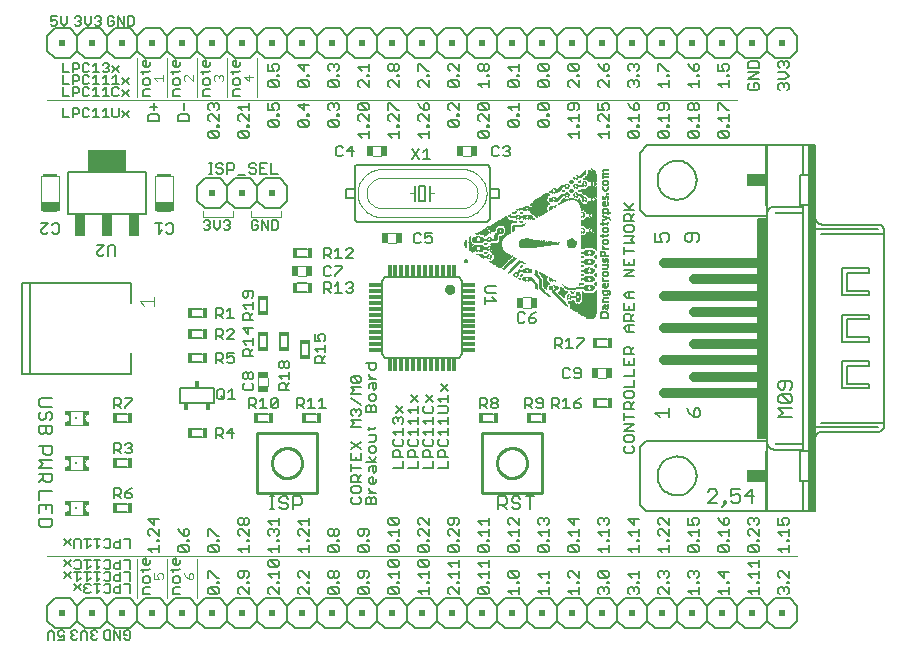
<source format=gto>
G75*
G70*
%OFA0B0*%
%FSLAX24Y24*%
%IPPOS*%
%LPD*%
%AMOC8*
5,1,8,0,0,1.08239X$1,22.5*
%
%ADD10C,0.0050*%
%ADD11C,0.0040*%
%ADD12C,0.0060*%
%ADD13R,0.1260X0.0730*%
%ADD14R,0.0340X0.0730*%
%ADD15C,0.0080*%
%ADD16R,0.0200X0.0200*%
%ADD17R,0.0118X0.0413*%
%ADD18R,0.0413X0.0118*%
%ADD19C,0.0079*%
%ADD20C,0.0157*%
%ADD21C,0.0020*%
%ADD22R,0.0197X0.0374*%
%ADD23R,0.0197X0.0374*%
%ADD24R,0.0160X0.0340*%
%ADD25R,0.0180X0.0230*%
%ADD26R,0.0472X0.0079*%
%ADD27R,0.0591X0.0256*%
%ADD28R,0.0197X0.0128*%
%ADD29R,0.0098X0.0059*%
%ADD30R,0.0069X0.0157*%
%ADD31R,0.0079X0.0079*%
%ADD32R,0.0118X0.0118*%
%ADD33R,0.0030X0.0128*%
%ADD34C,0.0086*%
%ADD35R,0.0374X0.0197*%
%ADD36R,0.0374X0.0197*%
%ADD37R,0.0340X0.0160*%
%ADD38R,0.0950X0.0100*%
%ADD39R,0.0650X0.0400*%
%ADD40R,0.0300X0.7300*%
%ADD41R,0.0200X1.2200*%
%ADD42R,0.2850X0.0320*%
%ADD43R,0.1850X0.0320*%
%ADD44C,0.0320*%
%ADD45R,0.0010X0.0150*%
%ADD46R,0.0010X0.0070*%
%ADD47R,0.0010X0.0160*%
%ADD48R,0.0010X0.0080*%
%ADD49R,0.0010X0.0170*%
%ADD50R,0.0010X0.0090*%
%ADD51R,0.0010X0.0040*%
%ADD52R,0.0010X0.0100*%
%ADD53R,0.0010X0.0010*%
%ADD54R,0.0010X0.0060*%
%ADD55R,0.0010X0.0130*%
%ADD56R,0.0010X0.0050*%
%ADD57R,0.0010X0.0110*%
%ADD58R,0.0010X0.0140*%
%ADD59R,0.0010X0.0120*%
%ADD60R,0.0010X0.0190*%
%ADD61R,0.0010X0.0180*%
%ADD62R,0.0010X0.0210*%
%ADD63R,0.0010X0.0220*%
%ADD64R,0.0010X0.0200*%
%ADD65R,0.0010X0.0030*%
%ADD66R,0.0010X0.0020*%
%ADD67R,0.0010X0.0310*%
%ADD68R,0.0010X0.0780*%
%ADD69R,0.0010X0.1640*%
%ADD70R,0.0010X0.0380*%
%ADD71R,0.0010X0.0260*%
%ADD72R,0.0010X0.0800*%
%ADD73R,0.0010X0.1610*%
%ADD74R,0.0010X0.0360*%
%ADD75R,0.0010X0.0290*%
%ADD76R,0.0010X0.0820*%
%ADD77R,0.0010X0.1590*%
%ADD78R,0.0010X0.0340*%
%ADD79R,0.0010X0.0840*%
%ADD80R,0.0010X0.1570*%
%ADD81R,0.0010X0.0330*%
%ADD82R,0.0010X0.0320*%
%ADD83R,0.0010X0.1550*%
%ADD84R,0.0010X0.0300*%
%ADD85R,0.0010X0.0850*%
%ADD86R,0.0010X0.1080*%
%ADD87R,0.0010X0.0520*%
%ADD88R,0.0010X0.0450*%
%ADD89R,0.0010X0.0420*%
%ADD90R,0.0010X0.0540*%
%ADD91R,0.0010X0.0410*%
%ADD92R,0.0010X0.0430*%
%ADD93R,0.0010X0.0860*%
%ADD94R,0.0010X0.0530*%
%ADD95R,0.0010X0.0390*%
%ADD96R,0.0010X0.0510*%
%ADD97R,0.0010X0.0400*%
%ADD98R,0.0010X0.0500*%
%ADD99R,0.0010X0.0480*%
%ADD100R,0.0010X0.0370*%
%ADD101R,0.0010X0.0440*%
%ADD102R,0.0010X0.0870*%
%ADD103R,0.0010X0.0350*%
%ADD104R,0.0010X0.0490*%
%ADD105R,0.0010X0.0230*%
%ADD106R,0.0010X0.0270*%
%ADD107R,0.0010X0.0240*%
%ADD108R,0.0010X0.0830*%
%ADD109R,0.0010X0.0280*%
%ADD110R,0.0010X0.0810*%
%ADD111R,0.0010X0.0470*%
%ADD112R,0.0010X0.0250*%
%ADD113R,0.0010X0.0460*%
%ADD114R,0.0010X0.0640*%
%ADD115R,0.0010X0.0630*%
%ADD116R,0.0010X0.0620*%
%ADD117R,0.0010X0.0610*%
%ADD118R,0.0010X0.0590*%
%ADD119R,0.0010X0.0580*%
%ADD120R,0.0010X0.0560*%
%ADD121R,0.0010X0.0550*%
%ADD122R,0.0010X0.0570*%
%ADD123R,0.0010X0.0650*%
%ADD124R,0.0010X0.0680*%
%ADD125R,0.0010X0.0720*%
%ADD126R,0.0010X0.1060*%
%ADD127R,0.0010X0.1070*%
%ADD128R,0.0010X0.1050*%
%ADD129R,0.0010X0.0920*%
%ADD130R,0.0010X0.0890*%
%ADD131R,0.0010X0.0770*%
%ADD132R,0.0010X0.0760*%
%ADD133R,0.0010X0.0750*%
%ADD134R,0.0010X0.0740*%
%ADD135R,0.0010X0.0730*%
D10*
X000990Y000272D02*
X000990Y000479D01*
X001094Y000582D01*
X001197Y000479D01*
X001197Y000272D01*
X001322Y000272D02*
X001529Y000272D01*
X001529Y000427D01*
X001425Y000376D01*
X001373Y000376D01*
X001322Y000427D01*
X001322Y000531D01*
X001373Y000582D01*
X001477Y000582D01*
X001529Y000531D01*
X001759Y000531D02*
X001811Y000582D01*
X001914Y000582D01*
X001966Y000531D01*
X002090Y000479D02*
X002090Y000272D01*
X001966Y000324D02*
X001914Y000272D01*
X001811Y000272D01*
X001759Y000324D01*
X001759Y000376D01*
X001811Y000427D01*
X001759Y000479D01*
X001759Y000531D01*
X001811Y000427D02*
X001862Y000427D01*
X002090Y000479D02*
X002194Y000582D01*
X002297Y000479D01*
X002297Y000272D01*
X002422Y000324D02*
X002422Y000376D01*
X002473Y000427D01*
X002422Y000479D01*
X002422Y000531D01*
X002473Y000582D01*
X002577Y000582D01*
X002629Y000531D01*
X002525Y000427D02*
X002473Y000427D01*
X002422Y000324D02*
X002473Y000272D01*
X002577Y000272D01*
X002629Y000324D01*
X002859Y000324D02*
X002911Y000272D01*
X003066Y000272D01*
X003066Y000582D01*
X002911Y000582D01*
X002859Y000531D01*
X002859Y000324D01*
X003190Y000272D02*
X003190Y000582D01*
X003397Y000272D01*
X003397Y000582D01*
X003522Y000531D02*
X003522Y000427D01*
X003625Y000427D01*
X003522Y000324D02*
X003573Y000272D01*
X003677Y000272D01*
X003729Y000324D01*
X003729Y000531D01*
X003677Y000582D01*
X003573Y000582D01*
X003522Y000531D01*
X003397Y001822D02*
X003242Y001822D01*
X003190Y001874D01*
X003190Y001977D01*
X003242Y002029D01*
X003397Y002029D01*
X003397Y002132D02*
X003397Y001822D01*
X003729Y001822D02*
X003729Y002132D01*
X003522Y002132D01*
X003397Y002222D02*
X003397Y002532D01*
X003397Y002622D02*
X003242Y002622D01*
X003190Y002674D01*
X003190Y002777D01*
X003242Y002829D01*
X003397Y002829D01*
X003397Y002932D02*
X003397Y002622D01*
X003522Y002532D02*
X003729Y002532D01*
X003729Y002222D01*
X003397Y002222D02*
X003242Y002222D01*
X003190Y002274D01*
X003190Y002377D01*
X003242Y002429D01*
X003397Y002429D01*
X003066Y002481D02*
X003066Y002274D01*
X003014Y002222D01*
X002911Y002222D01*
X002859Y002274D01*
X002734Y002326D02*
X002631Y002222D01*
X002631Y002532D01*
X002631Y002622D02*
X002631Y002932D01*
X002734Y002932D02*
X002527Y002932D01*
X002403Y002932D02*
X002196Y002932D01*
X002299Y002932D02*
X002299Y002622D01*
X002403Y002726D01*
X002403Y002532D02*
X002196Y002532D01*
X002299Y002532D02*
X002299Y002222D01*
X002403Y002326D01*
X002351Y002132D02*
X002403Y002081D01*
X002351Y002132D02*
X002248Y002132D01*
X002196Y002081D01*
X002196Y002029D01*
X002248Y001977D01*
X002299Y001977D01*
X002248Y001977D02*
X002196Y001926D01*
X002196Y001874D01*
X002248Y001822D01*
X002351Y001822D01*
X002403Y001874D01*
X002631Y001822D02*
X002734Y001926D01*
X002859Y001874D02*
X002911Y001822D01*
X003014Y001822D01*
X003066Y001874D01*
X003066Y002081D01*
X003014Y002132D01*
X002911Y002132D01*
X002859Y002081D01*
X002734Y002132D02*
X002527Y002132D01*
X002631Y002132D02*
X002631Y001822D01*
X002071Y001926D02*
X001864Y002132D01*
X001968Y002222D02*
X001968Y002532D01*
X002071Y002532D02*
X001864Y002532D01*
X001916Y002622D02*
X002020Y002622D01*
X002071Y002674D01*
X002071Y002881D01*
X002020Y002932D01*
X001916Y002932D01*
X001864Y002881D01*
X001740Y002932D02*
X001533Y002726D01*
X001533Y002532D02*
X001740Y002326D01*
X001740Y002532D02*
X001533Y002326D01*
X001968Y002222D02*
X002071Y002326D01*
X002071Y002132D02*
X001864Y001926D01*
X002527Y002532D02*
X002734Y002532D01*
X002859Y002481D02*
X002911Y002532D01*
X003014Y002532D01*
X003066Y002481D01*
X003014Y002622D02*
X003066Y002674D01*
X003066Y002881D01*
X003014Y002932D01*
X002911Y002932D01*
X002859Y002881D01*
X002734Y002726D02*
X002631Y002622D01*
X002859Y002674D02*
X002911Y002622D01*
X003014Y002622D01*
X003522Y002932D02*
X003729Y002932D01*
X003729Y002622D01*
X004087Y002577D02*
X004320Y002577D01*
X004379Y002636D01*
X004320Y002764D02*
X004379Y002823D01*
X004379Y002940D01*
X004262Y002998D02*
X004262Y002764D01*
X004320Y002764D02*
X004203Y002764D01*
X004145Y002823D01*
X004145Y002940D01*
X004203Y002998D01*
X004262Y002998D01*
X004445Y003182D02*
X004328Y003299D01*
X004679Y003299D01*
X004679Y003182D02*
X004679Y003416D01*
X004679Y003551D02*
X004679Y003609D01*
X004620Y003609D01*
X004620Y003551D01*
X004679Y003551D01*
X004679Y003735D02*
X004445Y003968D01*
X004387Y003968D01*
X004328Y003910D01*
X004328Y003793D01*
X004387Y003735D01*
X004679Y003735D02*
X004679Y003968D01*
X004503Y004103D02*
X004503Y004337D01*
X004328Y004278D02*
X004503Y004103D01*
X004328Y004278D02*
X004679Y004278D01*
X005328Y003968D02*
X005387Y003851D01*
X005503Y003735D01*
X005503Y003910D01*
X005562Y003968D01*
X005620Y003968D01*
X005679Y003910D01*
X005679Y003793D01*
X005620Y003735D01*
X005503Y003735D01*
X005620Y003609D02*
X005679Y003609D01*
X005679Y003551D01*
X005620Y003551D01*
X005620Y003609D01*
X005620Y003416D02*
X005679Y003357D01*
X005679Y003241D01*
X005620Y003182D01*
X005387Y003416D01*
X005620Y003416D01*
X005387Y003416D02*
X005328Y003357D01*
X005328Y003241D01*
X005387Y003182D01*
X005620Y003182D01*
X005379Y002940D02*
X005379Y002823D01*
X005320Y002764D01*
X005203Y002764D01*
X005145Y002823D01*
X005145Y002940D01*
X005203Y002998D01*
X005262Y002998D01*
X005262Y002764D01*
X005379Y002636D02*
X005320Y002577D01*
X005087Y002577D01*
X005145Y002519D02*
X005145Y002636D01*
X005203Y002384D02*
X005145Y002326D01*
X005145Y002209D01*
X005203Y002151D01*
X005320Y002151D01*
X005379Y002209D01*
X005379Y002326D01*
X005320Y002384D01*
X005203Y002384D01*
X005203Y002016D02*
X005379Y002016D01*
X005203Y002016D02*
X005145Y001957D01*
X005145Y001782D01*
X005379Y001782D01*
X006328Y001841D02*
X006328Y001957D01*
X006387Y002016D01*
X006620Y001782D01*
X006679Y001841D01*
X006679Y001957D01*
X006620Y002016D01*
X006387Y002016D01*
X006328Y001841D02*
X006387Y001782D01*
X006620Y001782D01*
X006620Y002151D02*
X006620Y002209D01*
X006679Y002209D01*
X006679Y002151D01*
X006620Y002151D01*
X006620Y002335D02*
X006679Y002335D01*
X006620Y002335D02*
X006387Y002568D01*
X006328Y002568D01*
X006328Y002335D01*
X006387Y003182D02*
X006328Y003241D01*
X006328Y003357D01*
X006387Y003416D01*
X006620Y003182D01*
X006679Y003241D01*
X006679Y003357D01*
X006620Y003416D01*
X006387Y003416D01*
X006620Y003551D02*
X006620Y003609D01*
X006679Y003609D01*
X006679Y003551D01*
X006620Y003551D01*
X006620Y003735D02*
X006679Y003735D01*
X006620Y003735D02*
X006387Y003968D01*
X006328Y003968D01*
X006328Y003735D01*
X006387Y003182D02*
X006620Y003182D01*
X007328Y003299D02*
X007445Y003182D01*
X007328Y003299D02*
X007679Y003299D01*
X007679Y003182D02*
X007679Y003416D01*
X007679Y003551D02*
X007679Y003609D01*
X007620Y003609D01*
X007620Y003551D01*
X007679Y003551D01*
X007679Y003735D02*
X007445Y003968D01*
X007387Y003968D01*
X007328Y003910D01*
X007328Y003793D01*
X007387Y003735D01*
X007679Y003735D02*
X007679Y003968D01*
X007620Y004103D02*
X007562Y004103D01*
X007503Y004161D01*
X007503Y004278D01*
X007562Y004337D01*
X007620Y004337D01*
X007679Y004278D01*
X007679Y004161D01*
X007620Y004103D01*
X007503Y004161D02*
X007445Y004103D01*
X007387Y004103D01*
X007328Y004161D01*
X007328Y004278D01*
X007387Y004337D01*
X007445Y004337D01*
X007503Y004278D01*
X008328Y004220D02*
X008679Y004220D01*
X008679Y004103D02*
X008679Y004337D01*
X008445Y004103D02*
X008328Y004220D01*
X008387Y003968D02*
X008445Y003968D01*
X008503Y003910D01*
X008562Y003968D01*
X008620Y003968D01*
X008679Y003910D01*
X008679Y003793D01*
X008620Y003735D01*
X008620Y003609D02*
X008679Y003609D01*
X008679Y003551D01*
X008620Y003551D01*
X008620Y003609D01*
X008679Y003416D02*
X008679Y003182D01*
X008679Y003299D02*
X008328Y003299D01*
X008445Y003182D01*
X008387Y002937D02*
X008620Y002703D01*
X008679Y002761D01*
X008679Y002878D01*
X008620Y002937D01*
X008387Y002937D01*
X008328Y002878D01*
X008328Y002761D01*
X008387Y002703D01*
X008620Y002703D01*
X008679Y002568D02*
X008679Y002335D01*
X008679Y002451D02*
X008328Y002451D01*
X008445Y002335D01*
X008620Y002209D02*
X008679Y002209D01*
X008679Y002151D01*
X008620Y002151D01*
X008620Y002209D01*
X008679Y002016D02*
X008679Y001782D01*
X008445Y002016D01*
X008387Y002016D01*
X008328Y001957D01*
X008328Y001841D01*
X008387Y001782D01*
X007679Y001782D02*
X007445Y002016D01*
X007387Y002016D01*
X007328Y001957D01*
X007328Y001841D01*
X007387Y001782D01*
X007679Y001782D02*
X007679Y002016D01*
X007679Y002151D02*
X007679Y002209D01*
X007620Y002209D01*
X007620Y002151D01*
X007679Y002151D01*
X007620Y002335D02*
X007679Y002393D01*
X007679Y002510D01*
X007620Y002568D01*
X007387Y002568D01*
X007328Y002510D01*
X007328Y002393D01*
X007387Y002335D01*
X007445Y002335D01*
X007503Y002393D01*
X007503Y002568D01*
X008387Y003735D02*
X008328Y003793D01*
X008328Y003910D01*
X008387Y003968D01*
X008503Y003910D02*
X008503Y003851D01*
X009328Y003793D02*
X009387Y003735D01*
X009328Y003793D02*
X009328Y003910D01*
X009387Y003968D01*
X009445Y003968D01*
X009679Y003735D01*
X009679Y003968D01*
X009679Y004103D02*
X009679Y004337D01*
X009679Y004220D02*
X009328Y004220D01*
X009445Y004103D01*
X009620Y003609D02*
X009679Y003609D01*
X009679Y003551D01*
X009620Y003551D01*
X009620Y003609D01*
X009679Y003416D02*
X009679Y003182D01*
X009679Y003299D02*
X009328Y003299D01*
X009445Y003182D01*
X009445Y002568D02*
X009387Y002568D01*
X009328Y002510D01*
X009328Y002393D01*
X009387Y002335D01*
X009445Y002568D02*
X009679Y002335D01*
X009679Y002568D01*
X009679Y002209D02*
X009679Y002151D01*
X009620Y002151D01*
X009620Y002209D01*
X009679Y002209D01*
X009679Y002016D02*
X009679Y001782D01*
X009445Y002016D01*
X009387Y002016D01*
X009328Y001957D01*
X009328Y001841D01*
X009387Y001782D01*
X010328Y001841D02*
X010328Y001957D01*
X010387Y002016D01*
X010620Y001782D01*
X010679Y001841D01*
X010679Y001957D01*
X010620Y002016D01*
X010387Y002016D01*
X010328Y001841D02*
X010387Y001782D01*
X010620Y001782D01*
X010620Y002151D02*
X010620Y002209D01*
X010679Y002209D01*
X010679Y002151D01*
X010620Y002151D01*
X010620Y002335D02*
X010562Y002335D01*
X010503Y002393D01*
X010503Y002510D01*
X010562Y002568D01*
X010620Y002568D01*
X010679Y002510D01*
X010679Y002393D01*
X010620Y002335D01*
X010503Y002393D02*
X010445Y002335D01*
X010387Y002335D01*
X010328Y002393D01*
X010328Y002510D01*
X010387Y002568D01*
X010445Y002568D01*
X010503Y002510D01*
X010387Y003182D02*
X010328Y003241D01*
X010328Y003357D01*
X010387Y003416D01*
X010620Y003182D01*
X010679Y003241D01*
X010679Y003357D01*
X010620Y003416D01*
X010387Y003416D01*
X010620Y003551D02*
X010620Y003609D01*
X010679Y003609D01*
X010679Y003551D01*
X010620Y003551D01*
X010620Y003735D02*
X010562Y003735D01*
X010503Y003793D01*
X010503Y003910D01*
X010562Y003968D01*
X010620Y003968D01*
X010679Y003910D01*
X010679Y003793D01*
X010620Y003735D01*
X010503Y003793D02*
X010445Y003735D01*
X010387Y003735D01*
X010328Y003793D01*
X010328Y003910D01*
X010387Y003968D01*
X010445Y003968D01*
X010503Y003910D01*
X011328Y003910D02*
X011328Y003793D01*
X011387Y003735D01*
X011445Y003735D01*
X011503Y003793D01*
X011503Y003968D01*
X011387Y003968D02*
X011328Y003910D01*
X011387Y003968D02*
X011620Y003968D01*
X011679Y003910D01*
X011679Y003793D01*
X011620Y003735D01*
X011620Y003609D02*
X011679Y003609D01*
X011679Y003551D01*
X011620Y003551D01*
X011620Y003609D01*
X011620Y003416D02*
X011679Y003357D01*
X011679Y003241D01*
X011620Y003182D01*
X011387Y003416D01*
X011620Y003416D01*
X011387Y003416D02*
X011328Y003357D01*
X011328Y003241D01*
X011387Y003182D01*
X011620Y003182D01*
X011620Y002568D02*
X011387Y002568D01*
X011328Y002510D01*
X011328Y002393D01*
X011387Y002335D01*
X011445Y002335D01*
X011503Y002393D01*
X011503Y002568D01*
X011620Y002568D02*
X011679Y002510D01*
X011679Y002393D01*
X011620Y002335D01*
X011620Y002209D02*
X011679Y002209D01*
X011679Y002151D01*
X011620Y002151D01*
X011620Y002209D01*
X011620Y002016D02*
X011387Y002016D01*
X011620Y001782D01*
X011679Y001841D01*
X011679Y001957D01*
X011620Y002016D01*
X011387Y002016D02*
X011328Y001957D01*
X011328Y001841D01*
X011387Y001782D01*
X011620Y001782D01*
X012328Y001841D02*
X012328Y001957D01*
X012387Y002016D01*
X012620Y001782D01*
X012679Y001841D01*
X012679Y001957D01*
X012620Y002016D01*
X012387Y002016D01*
X012328Y001841D02*
X012387Y001782D01*
X012620Y001782D01*
X012620Y002151D02*
X012620Y002209D01*
X012679Y002209D01*
X012679Y002151D01*
X012620Y002151D01*
X012679Y002335D02*
X012679Y002568D01*
X012679Y002451D02*
X012328Y002451D01*
X012445Y002335D01*
X012387Y002703D02*
X012328Y002761D01*
X012328Y002878D01*
X012387Y002937D01*
X012620Y002703D01*
X012679Y002761D01*
X012679Y002878D01*
X012620Y002937D01*
X012387Y002937D01*
X012387Y002703D02*
X012620Y002703D01*
X012620Y003182D02*
X012387Y003182D01*
X012328Y003241D01*
X012328Y003357D01*
X012387Y003416D01*
X012620Y003182D01*
X012679Y003241D01*
X012679Y003357D01*
X012620Y003416D01*
X012387Y003416D01*
X012620Y003551D02*
X012620Y003609D01*
X012679Y003609D01*
X012679Y003551D01*
X012620Y003551D01*
X012679Y003735D02*
X012679Y003968D01*
X012679Y003851D02*
X012328Y003851D01*
X012445Y003735D01*
X012387Y004103D02*
X012328Y004161D01*
X012328Y004278D01*
X012387Y004337D01*
X012620Y004103D01*
X012679Y004161D01*
X012679Y004278D01*
X012620Y004337D01*
X012387Y004337D01*
X012387Y004103D02*
X012620Y004103D01*
X013328Y004161D02*
X013387Y004103D01*
X013328Y004161D02*
X013328Y004278D01*
X013387Y004337D01*
X013445Y004337D01*
X013679Y004103D01*
X013679Y004337D01*
X013679Y003968D02*
X013679Y003735D01*
X013445Y003968D01*
X013387Y003968D01*
X013328Y003910D01*
X013328Y003793D01*
X013387Y003735D01*
X013620Y003609D02*
X013679Y003609D01*
X013679Y003551D01*
X013620Y003551D01*
X013620Y003609D01*
X013620Y003416D02*
X013679Y003357D01*
X013679Y003241D01*
X013620Y003182D01*
X013387Y003416D01*
X013620Y003416D01*
X013387Y003416D02*
X013328Y003357D01*
X013328Y003241D01*
X013387Y003182D01*
X013620Y003182D01*
X013620Y002937D02*
X013679Y002878D01*
X013679Y002761D01*
X013620Y002703D01*
X013387Y002937D01*
X013620Y002937D01*
X013387Y002937D02*
X013328Y002878D01*
X013328Y002761D01*
X013387Y002703D01*
X013620Y002703D01*
X013679Y002568D02*
X013679Y002335D01*
X013679Y002451D02*
X013328Y002451D01*
X013445Y002335D01*
X013620Y002209D02*
X013679Y002209D01*
X013679Y002151D01*
X013620Y002151D01*
X013620Y002209D01*
X013679Y002016D02*
X013679Y001782D01*
X013679Y001899D02*
X013328Y001899D01*
X013445Y001782D01*
X014328Y001841D02*
X014387Y001782D01*
X014328Y001841D02*
X014328Y001957D01*
X014387Y002016D01*
X014445Y002016D01*
X014679Y001782D01*
X014679Y002016D01*
X014679Y002151D02*
X014679Y002209D01*
X014620Y002209D01*
X014620Y002151D01*
X014679Y002151D01*
X014679Y002335D02*
X014679Y002568D01*
X014679Y002451D02*
X014328Y002451D01*
X014445Y002335D01*
X014445Y002703D02*
X014328Y002820D01*
X014679Y002820D01*
X014679Y002703D02*
X014679Y002937D01*
X014620Y003182D02*
X014387Y003182D01*
X014328Y003241D01*
X014328Y003357D01*
X014387Y003416D01*
X014620Y003182D01*
X014679Y003241D01*
X014679Y003357D01*
X014620Y003416D01*
X014387Y003416D01*
X014620Y003551D02*
X014620Y003609D01*
X014679Y003609D01*
X014679Y003551D01*
X014620Y003551D01*
X014679Y003735D02*
X014445Y003968D01*
X014387Y003968D01*
X014328Y003910D01*
X014328Y003793D01*
X014387Y003735D01*
X014679Y003735D02*
X014679Y003968D01*
X014620Y004103D02*
X014679Y004161D01*
X014679Y004278D01*
X014620Y004337D01*
X014387Y004337D01*
X014328Y004278D01*
X014328Y004161D01*
X014387Y004103D01*
X014445Y004103D01*
X014503Y004161D01*
X014503Y004337D01*
X015328Y004220D02*
X015679Y004220D01*
X015679Y004103D02*
X015679Y004337D01*
X015445Y004103D02*
X015328Y004220D01*
X015328Y003851D02*
X015679Y003851D01*
X015679Y003735D02*
X015679Y003968D01*
X015445Y003735D02*
X015328Y003851D01*
X015620Y003609D02*
X015679Y003609D01*
X015679Y003551D01*
X015620Y003551D01*
X015620Y003609D01*
X015620Y003416D02*
X015679Y003357D01*
X015679Y003241D01*
X015620Y003182D01*
X015387Y003416D01*
X015620Y003416D01*
X015387Y003416D02*
X015328Y003357D01*
X015328Y003241D01*
X015387Y003182D01*
X015620Y003182D01*
X015679Y002937D02*
X015679Y002703D01*
X015679Y002820D02*
X015328Y002820D01*
X015445Y002703D01*
X015679Y002568D02*
X015679Y002335D01*
X015679Y002451D02*
X015328Y002451D01*
X015445Y002335D01*
X015620Y002209D02*
X015679Y002209D01*
X015679Y002151D01*
X015620Y002151D01*
X015620Y002209D01*
X015620Y002016D02*
X015679Y001957D01*
X015679Y001841D01*
X015620Y001782D01*
X015387Y002016D01*
X015620Y002016D01*
X015387Y002016D02*
X015328Y001957D01*
X015328Y001841D01*
X015387Y001782D01*
X015620Y001782D01*
X016328Y001899D02*
X016679Y001899D01*
X016679Y001782D02*
X016679Y002016D01*
X016679Y002151D02*
X016679Y002209D01*
X016620Y002209D01*
X016620Y002151D01*
X016679Y002151D01*
X016620Y002335D02*
X016387Y002568D01*
X016620Y002568D01*
X016679Y002510D01*
X016679Y002393D01*
X016620Y002335D01*
X016387Y002335D01*
X016328Y002393D01*
X016328Y002510D01*
X016387Y002568D01*
X016387Y003182D02*
X016328Y003241D01*
X016328Y003357D01*
X016387Y003416D01*
X016620Y003182D01*
X016679Y003241D01*
X016679Y003357D01*
X016620Y003416D01*
X016387Y003416D01*
X016620Y003551D02*
X016620Y003609D01*
X016679Y003609D01*
X016679Y003551D01*
X016620Y003551D01*
X016679Y003735D02*
X016679Y003968D01*
X016679Y003851D02*
X016328Y003851D01*
X016445Y003735D01*
X016387Y004103D02*
X016328Y004161D01*
X016328Y004278D01*
X016387Y004337D01*
X016445Y004337D01*
X016679Y004103D01*
X016679Y004337D01*
X017328Y004278D02*
X017328Y004161D01*
X017387Y004103D01*
X017503Y004220D02*
X017503Y004278D01*
X017562Y004337D01*
X017620Y004337D01*
X017679Y004278D01*
X017679Y004161D01*
X017620Y004103D01*
X017679Y003968D02*
X017679Y003735D01*
X017679Y003851D02*
X017328Y003851D01*
X017445Y003735D01*
X017620Y003609D02*
X017679Y003609D01*
X017679Y003551D01*
X017620Y003551D01*
X017620Y003609D01*
X017620Y003416D02*
X017679Y003357D01*
X017679Y003241D01*
X017620Y003182D01*
X017387Y003416D01*
X017620Y003416D01*
X017387Y003416D02*
X017328Y003357D01*
X017328Y003241D01*
X017387Y003182D01*
X017620Y003182D01*
X017679Y002568D02*
X017679Y002335D01*
X017679Y002451D02*
X017328Y002451D01*
X017445Y002335D01*
X017620Y002209D02*
X017679Y002209D01*
X017679Y002151D01*
X017620Y002151D01*
X017620Y002209D01*
X017679Y002016D02*
X017679Y001782D01*
X017679Y001899D02*
X017328Y001899D01*
X017445Y001782D01*
X018328Y001899D02*
X018679Y001899D01*
X018679Y001782D02*
X018679Y002016D01*
X018679Y002151D02*
X018679Y002209D01*
X018620Y002209D01*
X018620Y002151D01*
X018679Y002151D01*
X018679Y002335D02*
X018445Y002568D01*
X018387Y002568D01*
X018328Y002510D01*
X018328Y002393D01*
X018387Y002335D01*
X018679Y002335D02*
X018679Y002568D01*
X018620Y003182D02*
X018387Y003182D01*
X018328Y003241D01*
X018328Y003357D01*
X018387Y003416D01*
X018620Y003182D01*
X018679Y003241D01*
X018679Y003357D01*
X018620Y003416D01*
X018387Y003416D01*
X018620Y003551D02*
X018620Y003609D01*
X018679Y003609D01*
X018679Y003551D01*
X018620Y003551D01*
X018679Y003735D02*
X018679Y003968D01*
X018679Y003851D02*
X018328Y003851D01*
X018445Y003735D01*
X018503Y004103D02*
X018503Y004337D01*
X018328Y004278D02*
X018503Y004103D01*
X018328Y004278D02*
X018679Y004278D01*
X019328Y004278D02*
X019328Y004161D01*
X019387Y004103D01*
X019503Y004220D02*
X019503Y004278D01*
X019562Y004337D01*
X019620Y004337D01*
X019679Y004278D01*
X019679Y004161D01*
X019620Y004103D01*
X019679Y003968D02*
X019679Y003735D01*
X019679Y003851D02*
X019328Y003851D01*
X019445Y003735D01*
X019620Y003609D02*
X019679Y003609D01*
X019679Y003551D01*
X019620Y003551D01*
X019620Y003609D01*
X019679Y003416D02*
X019679Y003182D01*
X019679Y003299D02*
X019328Y003299D01*
X019445Y003182D01*
X019387Y002568D02*
X019620Y002335D01*
X019679Y002393D01*
X019679Y002510D01*
X019620Y002568D01*
X019387Y002568D01*
X019328Y002510D01*
X019328Y002393D01*
X019387Y002335D01*
X019620Y002335D01*
X019620Y002209D02*
X019679Y002209D01*
X019679Y002151D01*
X019620Y002151D01*
X019620Y002209D01*
X019620Y002016D02*
X019679Y001957D01*
X019679Y001841D01*
X019620Y001782D01*
X019503Y001899D02*
X019503Y001957D01*
X019562Y002016D01*
X019620Y002016D01*
X019503Y001957D02*
X019445Y002016D01*
X019387Y002016D01*
X019328Y001957D01*
X019328Y001841D01*
X019387Y001782D01*
X018445Y001782D02*
X018328Y001899D01*
X016620Y003182D02*
X016387Y003182D01*
X016328Y001899D02*
X016445Y001782D01*
X017328Y004278D02*
X017387Y004337D01*
X017445Y004337D01*
X017503Y004278D01*
X019328Y004278D02*
X019387Y004337D01*
X019445Y004337D01*
X019503Y004278D01*
X020328Y004278D02*
X020503Y004103D01*
X020503Y004337D01*
X020328Y004278D02*
X020679Y004278D01*
X020679Y003968D02*
X020679Y003735D01*
X020679Y003851D02*
X020328Y003851D01*
X020445Y003735D01*
X020620Y003609D02*
X020679Y003609D01*
X020679Y003551D01*
X020620Y003551D01*
X020620Y003609D01*
X020679Y003416D02*
X020679Y003182D01*
X020679Y003299D02*
X020328Y003299D01*
X020445Y003182D01*
X020679Y002568D02*
X020679Y002335D01*
X020679Y002451D02*
X020328Y002451D01*
X020445Y002335D01*
X020620Y002209D02*
X020679Y002209D01*
X020679Y002151D01*
X020620Y002151D01*
X020620Y002209D01*
X020620Y002016D02*
X020562Y002016D01*
X020503Y001957D01*
X020503Y001899D01*
X020503Y001957D02*
X020445Y002016D01*
X020387Y002016D01*
X020328Y001957D01*
X020328Y001841D01*
X020387Y001782D01*
X020620Y001782D02*
X020679Y001841D01*
X020679Y001957D01*
X020620Y002016D01*
X021328Y001957D02*
X021328Y001841D01*
X021387Y001782D01*
X021328Y001957D02*
X021387Y002016D01*
X021445Y002016D01*
X021679Y001782D01*
X021679Y002016D01*
X021679Y002151D02*
X021679Y002209D01*
X021620Y002209D01*
X021620Y002151D01*
X021679Y002151D01*
X021620Y002335D02*
X021679Y002393D01*
X021679Y002510D01*
X021620Y002568D01*
X021562Y002568D01*
X021503Y002510D01*
X021503Y002451D01*
X021503Y002510D02*
X021445Y002568D01*
X021387Y002568D01*
X021328Y002510D01*
X021328Y002393D01*
X021387Y002335D01*
X021445Y003182D02*
X021328Y003299D01*
X021679Y003299D01*
X021679Y003182D02*
X021679Y003416D01*
X021679Y003551D02*
X021679Y003609D01*
X021620Y003609D01*
X021620Y003551D01*
X021679Y003551D01*
X021679Y003735D02*
X021445Y003968D01*
X021387Y003968D01*
X021328Y003910D01*
X021328Y003793D01*
X021387Y003735D01*
X021679Y003735D02*
X021679Y003968D01*
X021679Y004103D02*
X021445Y004337D01*
X021387Y004337D01*
X021328Y004278D01*
X021328Y004161D01*
X021387Y004103D01*
X021679Y004103D02*
X021679Y004337D01*
X022328Y004337D02*
X022328Y004103D01*
X022503Y004103D01*
X022445Y004220D01*
X022445Y004278D01*
X022503Y004337D01*
X022620Y004337D01*
X022679Y004278D01*
X022679Y004161D01*
X022620Y004103D01*
X022679Y003968D02*
X022679Y003735D01*
X022679Y003851D02*
X022328Y003851D01*
X022445Y003735D01*
X022620Y003609D02*
X022679Y003609D01*
X022679Y003551D01*
X022620Y003551D01*
X022620Y003609D01*
X022620Y003416D02*
X022679Y003357D01*
X022679Y003241D01*
X022620Y003182D01*
X022387Y003416D01*
X022620Y003416D01*
X022387Y003416D02*
X022328Y003357D01*
X022328Y003241D01*
X022387Y003182D01*
X022620Y003182D01*
X022620Y002568D02*
X022562Y002568D01*
X022503Y002510D01*
X022503Y002451D01*
X022503Y002510D02*
X022445Y002568D01*
X022387Y002568D01*
X022328Y002510D01*
X022328Y002393D01*
X022387Y002335D01*
X022620Y002335D02*
X022679Y002393D01*
X022679Y002510D01*
X022620Y002568D01*
X022620Y002209D02*
X022679Y002209D01*
X022679Y002151D01*
X022620Y002151D01*
X022620Y002209D01*
X022679Y002016D02*
X022679Y001782D01*
X022679Y001899D02*
X022328Y001899D01*
X022445Y001782D01*
X023328Y001899D02*
X023679Y001899D01*
X023679Y001782D02*
X023679Y002016D01*
X023679Y002151D02*
X023679Y002209D01*
X023620Y002209D01*
X023620Y002151D01*
X023679Y002151D01*
X023503Y002335D02*
X023503Y002568D01*
X023328Y002510D02*
X023503Y002335D01*
X023328Y002510D02*
X023679Y002510D01*
X024328Y002451D02*
X024679Y002451D01*
X024679Y002335D02*
X024679Y002568D01*
X024679Y002703D02*
X024679Y002937D01*
X024679Y002820D02*
X024328Y002820D01*
X024445Y002703D01*
X024328Y002451D02*
X024445Y002335D01*
X024620Y002209D02*
X024679Y002209D01*
X024679Y002151D01*
X024620Y002151D01*
X024620Y002209D01*
X024679Y002016D02*
X024679Y001782D01*
X024679Y001899D02*
X024328Y001899D01*
X024445Y001782D01*
X025328Y001841D02*
X025328Y001957D01*
X025387Y002016D01*
X025445Y002016D01*
X025503Y001957D01*
X025562Y002016D01*
X025620Y002016D01*
X025679Y001957D01*
X025679Y001841D01*
X025620Y001782D01*
X025503Y001899D02*
X025503Y001957D01*
X025387Y001782D02*
X025328Y001841D01*
X025620Y002151D02*
X025620Y002209D01*
X025679Y002209D01*
X025679Y002151D01*
X025620Y002151D01*
X025679Y002335D02*
X025445Y002568D01*
X025387Y002568D01*
X025328Y002510D01*
X025328Y002393D01*
X025387Y002335D01*
X025679Y002335D02*
X025679Y002568D01*
X025679Y003182D02*
X025679Y003416D01*
X025679Y003299D02*
X025328Y003299D01*
X025445Y003182D01*
X025620Y003551D02*
X025620Y003609D01*
X025679Y003609D01*
X025679Y003551D01*
X025620Y003551D01*
X025679Y003735D02*
X025679Y003968D01*
X025679Y003851D02*
X025328Y003851D01*
X025445Y003735D01*
X025503Y004103D02*
X025445Y004220D01*
X025445Y004278D01*
X025503Y004337D01*
X025620Y004337D01*
X025679Y004278D01*
X025679Y004161D01*
X025620Y004103D01*
X025503Y004103D02*
X025328Y004103D01*
X025328Y004337D01*
X024679Y004278D02*
X024679Y004161D01*
X024620Y004103D01*
X024679Y003968D02*
X024679Y003735D01*
X024445Y003968D01*
X024387Y003968D01*
X024328Y003910D01*
X024328Y003793D01*
X024387Y003735D01*
X024620Y003609D02*
X024679Y003609D01*
X024679Y003551D01*
X024620Y003551D01*
X024620Y003609D01*
X024620Y003416D02*
X024679Y003357D01*
X024679Y003241D01*
X024620Y003182D01*
X024387Y003416D01*
X024620Y003416D01*
X024387Y003416D02*
X024328Y003357D01*
X024328Y003241D01*
X024387Y003182D01*
X024620Y003182D01*
X023679Y003241D02*
X023620Y003182D01*
X023387Y003416D01*
X023620Y003416D01*
X023679Y003357D01*
X023679Y003241D01*
X023620Y003182D02*
X023387Y003182D01*
X023328Y003241D01*
X023328Y003357D01*
X023387Y003416D01*
X023620Y003551D02*
X023620Y003609D01*
X023679Y003609D01*
X023679Y003551D01*
X023620Y003551D01*
X023679Y003735D02*
X023679Y003968D01*
X023679Y003851D02*
X023328Y003851D01*
X023445Y003735D01*
X023503Y004103D02*
X023387Y004220D01*
X023328Y004337D01*
X023503Y004278D02*
X023503Y004103D01*
X023620Y004103D01*
X023679Y004161D01*
X023679Y004278D01*
X023620Y004337D01*
X023562Y004337D01*
X023503Y004278D01*
X023451Y004682D02*
X023601Y004832D01*
X023526Y004832D01*
X023526Y004907D01*
X023601Y004907D01*
X023601Y004832D01*
X023758Y004907D02*
X023833Y004832D01*
X023983Y004832D01*
X024058Y004907D01*
X024058Y005057D01*
X023983Y005133D01*
X023908Y005133D01*
X023758Y005057D01*
X023758Y005283D01*
X024058Y005283D01*
X024218Y005057D02*
X024518Y005057D01*
X024443Y004832D02*
X024443Y005283D01*
X024218Y005057D01*
X024387Y004337D02*
X024328Y004278D01*
X024328Y004161D01*
X024387Y004103D01*
X024503Y004220D02*
X024503Y004278D01*
X024562Y004337D01*
X024620Y004337D01*
X024679Y004278D01*
X024503Y004278D02*
X024445Y004337D01*
X024387Y004337D01*
X023291Y004832D02*
X022990Y004832D01*
X023291Y005133D01*
X023291Y005208D01*
X023216Y005283D01*
X023066Y005283D01*
X022990Y005208D01*
X022654Y007682D02*
X022503Y007682D01*
X022503Y007907D01*
X022578Y007983D01*
X022654Y007983D01*
X022729Y007907D01*
X022729Y007757D01*
X022654Y007682D01*
X022503Y007682D02*
X022353Y007832D01*
X022278Y007983D01*
X021679Y007983D02*
X021679Y007682D01*
X021679Y007832D02*
X021228Y007832D01*
X021378Y007682D01*
X018744Y008041D02*
X018744Y008099D01*
X018685Y008157D01*
X018510Y008157D01*
X018510Y008041D01*
X018569Y007982D01*
X018685Y007982D01*
X018744Y008041D01*
X018627Y008274D02*
X018510Y008157D01*
X018627Y008274D02*
X018744Y008333D01*
X018259Y008333D02*
X018259Y007982D01*
X018375Y007982D02*
X018142Y007982D01*
X018007Y007982D02*
X017890Y008099D01*
X017949Y008099D02*
X017774Y008099D01*
X017774Y007982D02*
X017774Y008333D01*
X017949Y008333D01*
X018007Y008274D01*
X018007Y008157D01*
X017949Y008099D01*
X018142Y008216D02*
X018259Y008333D01*
X017480Y008274D02*
X017480Y008041D01*
X017422Y007982D01*
X017305Y007982D01*
X017247Y008041D01*
X017305Y008157D02*
X017480Y008157D01*
X017480Y008274D02*
X017422Y008333D01*
X017305Y008333D01*
X017247Y008274D01*
X017247Y008216D01*
X017305Y008157D01*
X017112Y008157D02*
X017054Y008099D01*
X016879Y008099D01*
X016995Y008099D02*
X017112Y007982D01*
X017112Y008157D02*
X017112Y008274D01*
X017054Y008333D01*
X016879Y008333D01*
X016879Y007982D01*
X015980Y008041D02*
X015922Y007982D01*
X015805Y007982D01*
X015747Y008041D01*
X015747Y008099D01*
X015805Y008157D01*
X015922Y008157D01*
X015980Y008099D01*
X015980Y008041D01*
X015922Y008157D02*
X015980Y008216D01*
X015980Y008274D01*
X015922Y008333D01*
X015805Y008333D01*
X015747Y008274D01*
X015747Y008216D01*
X015805Y008157D01*
X015612Y008157D02*
X015554Y008099D01*
X015379Y008099D01*
X015495Y008099D02*
X015612Y007982D01*
X015612Y008157D02*
X015612Y008274D01*
X015554Y008333D01*
X015379Y008333D01*
X015379Y007982D01*
X014329Y007999D02*
X014329Y007882D01*
X014270Y007824D01*
X013978Y007824D01*
X013829Y007882D02*
X013829Y007999D01*
X013770Y008057D01*
X013829Y008192D02*
X013595Y008426D01*
X013595Y008192D02*
X013829Y008426D01*
X013978Y008309D02*
X014329Y008309D01*
X014329Y008192D02*
X014329Y008426D01*
X014329Y008560D02*
X014095Y008794D01*
X014095Y008560D02*
X014329Y008794D01*
X013978Y008309D02*
X014095Y008192D01*
X013978Y008057D02*
X014270Y008057D01*
X014329Y007999D01*
X014329Y007689D02*
X014329Y007456D01*
X014329Y007572D02*
X013978Y007572D01*
X014095Y007456D01*
X013829Y007456D02*
X013829Y007689D01*
X013829Y007572D02*
X013478Y007572D01*
X013595Y007456D01*
X013329Y007456D02*
X013329Y007689D01*
X013329Y007572D02*
X012978Y007572D01*
X013095Y007456D01*
X013329Y007321D02*
X013329Y007087D01*
X013329Y007204D02*
X012978Y007204D01*
X013095Y007087D01*
X013037Y006952D02*
X012978Y006894D01*
X012978Y006777D01*
X013037Y006719D01*
X013270Y006719D01*
X013329Y006777D01*
X013329Y006894D01*
X013270Y006952D01*
X013478Y006894D02*
X013478Y006777D01*
X013537Y006719D01*
X013770Y006719D01*
X013829Y006777D01*
X013829Y006894D01*
X013770Y006952D01*
X013829Y007087D02*
X013829Y007321D01*
X013829Y007204D02*
X013478Y007204D01*
X013595Y007087D01*
X013537Y006952D02*
X013478Y006894D01*
X013537Y006584D02*
X013653Y006584D01*
X013712Y006526D01*
X013712Y006351D01*
X013829Y006351D02*
X013478Y006351D01*
X013478Y006526D01*
X013537Y006584D01*
X013329Y006351D02*
X012978Y006351D01*
X012978Y006526D01*
X013037Y006584D01*
X013153Y006584D01*
X013212Y006526D01*
X013212Y006351D01*
X013329Y006216D02*
X013329Y005982D01*
X012978Y005982D01*
X012829Y005982D02*
X012829Y006216D01*
X012829Y006351D02*
X012478Y006351D01*
X012478Y006526D01*
X012537Y006584D01*
X012653Y006584D01*
X012712Y006526D01*
X012712Y006351D01*
X012829Y005982D02*
X012478Y005982D01*
X012537Y006719D02*
X012770Y006719D01*
X012829Y006777D01*
X012829Y006894D01*
X012770Y006952D01*
X012829Y007087D02*
X012829Y007321D01*
X012829Y007204D02*
X012478Y007204D01*
X012595Y007087D01*
X012537Y006952D02*
X012478Y006894D01*
X012478Y006777D01*
X012537Y006719D01*
X012537Y007456D02*
X012478Y007514D01*
X012478Y007631D01*
X012537Y007689D01*
X012595Y007689D01*
X012653Y007631D01*
X012712Y007689D01*
X012770Y007689D01*
X012829Y007631D01*
X012829Y007514D01*
X012770Y007456D01*
X012653Y007572D02*
X012653Y007631D01*
X012595Y007824D02*
X012829Y008057D01*
X012978Y007941D02*
X013329Y007941D01*
X013329Y008057D02*
X013329Y007824D01*
X013478Y007882D02*
X013478Y007999D01*
X013537Y008057D01*
X013478Y007882D02*
X013537Y007824D01*
X013770Y007824D01*
X013829Y007882D01*
X013329Y008192D02*
X013095Y008426D01*
X013095Y008192D02*
X013329Y008426D01*
X012978Y007941D02*
X013095Y007824D01*
X012829Y007824D02*
X012595Y008057D01*
X013978Y007204D02*
X014329Y007204D01*
X014329Y007087D02*
X014329Y007321D01*
X014095Y007087D02*
X013978Y007204D01*
X014037Y006952D02*
X013978Y006894D01*
X013978Y006777D01*
X014037Y006719D01*
X014270Y006719D01*
X014329Y006777D01*
X014329Y006894D01*
X014270Y006952D01*
X014153Y006584D02*
X014212Y006526D01*
X014212Y006351D01*
X014329Y006351D02*
X013978Y006351D01*
X013978Y006526D01*
X014037Y006584D01*
X014153Y006584D01*
X014329Y006216D02*
X014329Y005982D01*
X013978Y005982D01*
X013829Y005982D02*
X013829Y006216D01*
X013829Y005982D02*
X013478Y005982D01*
X010249Y007982D02*
X010015Y007982D01*
X010132Y007982D02*
X010132Y008333D01*
X010015Y008216D01*
X009880Y007982D02*
X009647Y007982D01*
X009764Y007982D02*
X009764Y008333D01*
X009647Y008216D01*
X009512Y008274D02*
X009454Y008333D01*
X009279Y008333D01*
X009279Y007982D01*
X009279Y008099D02*
X009454Y008099D01*
X009512Y008157D01*
X009512Y008274D01*
X009395Y008099D02*
X009512Y007982D01*
X009029Y008577D02*
X008678Y008577D01*
X008678Y008753D01*
X008737Y008811D01*
X008853Y008811D01*
X008912Y008753D01*
X008912Y008577D01*
X008912Y008694D02*
X009029Y008811D01*
X009029Y008946D02*
X009029Y009179D01*
X009029Y009062D02*
X008678Y009062D01*
X008795Y008946D01*
X008795Y009314D02*
X008737Y009314D01*
X008678Y009372D01*
X008678Y009489D01*
X008737Y009548D01*
X008795Y009548D01*
X008853Y009489D01*
X008853Y009372D01*
X008795Y009314D01*
X008853Y009372D02*
X008912Y009314D01*
X008970Y009314D01*
X009029Y009372D01*
X009029Y009489D01*
X008970Y009548D01*
X008912Y009548D01*
X008853Y009489D01*
X009878Y009477D02*
X009878Y009653D01*
X009937Y009711D01*
X010053Y009711D01*
X010112Y009653D01*
X010112Y009477D01*
X010229Y009477D02*
X009878Y009477D01*
X010112Y009594D02*
X010229Y009711D01*
X010229Y009846D02*
X010229Y010079D01*
X010229Y009962D02*
X009878Y009962D01*
X009995Y009846D01*
X010053Y010214D02*
X009995Y010331D01*
X009995Y010389D01*
X010053Y010448D01*
X010170Y010448D01*
X010229Y010389D01*
X010229Y010272D01*
X010170Y010214D01*
X010053Y010214D02*
X009878Y010214D01*
X009878Y010448D01*
X010179Y011832D02*
X010179Y012183D01*
X010354Y012183D01*
X010412Y012124D01*
X010412Y012007D01*
X010354Y011949D01*
X010179Y011949D01*
X010295Y011949D02*
X010412Y011832D01*
X010547Y011832D02*
X010780Y011832D01*
X010664Y011832D02*
X010664Y012183D01*
X010547Y012066D01*
X010915Y012124D02*
X010974Y012183D01*
X011090Y012183D01*
X011149Y012124D01*
X011149Y012066D01*
X011090Y012007D01*
X011149Y011949D01*
X011149Y011891D01*
X011090Y011832D01*
X010974Y011832D01*
X010915Y011891D01*
X011032Y012007D02*
X011090Y012007D01*
X010547Y012382D02*
X010547Y012441D01*
X010780Y012674D01*
X010780Y012733D01*
X010547Y012733D01*
X010412Y012674D02*
X010354Y012733D01*
X010237Y012733D01*
X010179Y012674D01*
X010179Y012441D01*
X010237Y012382D01*
X010354Y012382D01*
X010412Y012441D01*
X010412Y012982D02*
X010295Y013099D01*
X010354Y013099D02*
X010179Y013099D01*
X010179Y012982D02*
X010179Y013333D01*
X010354Y013333D01*
X010412Y013274D01*
X010412Y013157D01*
X010354Y013099D01*
X010547Y012982D02*
X010780Y012982D01*
X010664Y012982D02*
X010664Y013333D01*
X010547Y013216D01*
X010915Y013274D02*
X010974Y013333D01*
X011090Y013333D01*
X011149Y013274D01*
X011149Y013216D01*
X010915Y012982D01*
X011149Y012982D01*
X013179Y013541D02*
X013237Y013482D01*
X013354Y013482D01*
X013412Y013541D01*
X013547Y013541D02*
X013605Y013482D01*
X013722Y013482D01*
X013780Y013541D01*
X013780Y013657D01*
X013722Y013716D01*
X013664Y013716D01*
X013547Y013657D01*
X013547Y013833D01*
X013780Y013833D01*
X013412Y013774D02*
X013354Y013833D01*
X013237Y013833D01*
X013179Y013774D01*
X013179Y013541D01*
X015565Y011995D02*
X015565Y011878D01*
X015624Y011820D01*
X015915Y011820D01*
X015799Y011685D02*
X015915Y011568D01*
X015565Y011568D01*
X015565Y011685D02*
X015565Y011451D01*
X015565Y011995D02*
X015624Y012053D01*
X015915Y012053D01*
X016700Y011183D02*
X016642Y011124D01*
X016642Y010891D01*
X016700Y010832D01*
X016817Y010832D01*
X016875Y010891D01*
X017010Y010891D02*
X017069Y010832D01*
X017185Y010832D01*
X017244Y010891D01*
X017244Y010949D01*
X017185Y011007D01*
X017010Y011007D01*
X017010Y010891D01*
X017010Y011007D02*
X017127Y011124D01*
X017244Y011183D01*
X016875Y011124D02*
X016817Y011183D01*
X016700Y011183D01*
X017874Y010333D02*
X018049Y010333D01*
X018107Y010274D01*
X018107Y010157D01*
X018049Y010099D01*
X017874Y010099D01*
X017990Y010099D02*
X018107Y009982D01*
X018242Y009982D02*
X018475Y009982D01*
X018359Y009982D02*
X018359Y010333D01*
X018242Y010216D01*
X017874Y010333D02*
X017874Y009982D01*
X018200Y009333D02*
X018142Y009274D01*
X018142Y009041D01*
X018200Y008982D01*
X018317Y008982D01*
X018375Y009041D01*
X018510Y009041D02*
X018569Y008982D01*
X018685Y008982D01*
X018744Y009041D01*
X018744Y009274D01*
X018685Y009333D01*
X018569Y009333D01*
X018510Y009274D01*
X018510Y009216D01*
X018569Y009157D01*
X018744Y009157D01*
X018375Y009274D02*
X018317Y009333D01*
X018200Y009333D01*
X018610Y009982D02*
X018610Y010041D01*
X018844Y010274D01*
X018844Y010333D01*
X018610Y010333D01*
X021228Y013532D02*
X021453Y013532D01*
X021378Y013682D01*
X021378Y013757D01*
X021453Y013833D01*
X021604Y013833D01*
X021679Y013757D01*
X021679Y013607D01*
X021604Y013532D01*
X021228Y013532D02*
X021228Y013833D01*
X022228Y013757D02*
X022228Y013607D01*
X022303Y013532D01*
X022378Y013532D01*
X022453Y013607D01*
X022453Y013833D01*
X022303Y013833D02*
X022604Y013833D01*
X022679Y013757D01*
X022679Y013607D01*
X022604Y013532D01*
X022303Y013833D02*
X022228Y013757D01*
X022387Y016993D02*
X022328Y017052D01*
X022328Y017168D01*
X022387Y017227D01*
X022620Y016993D01*
X022679Y017052D01*
X022679Y017168D01*
X022620Y017227D01*
X022387Y017227D01*
X022387Y016993D02*
X022620Y016993D01*
X022620Y017362D02*
X022620Y017420D01*
X022679Y017420D01*
X022679Y017362D01*
X022620Y017362D01*
X022679Y017546D02*
X022679Y017779D01*
X022679Y017662D02*
X022328Y017662D01*
X022445Y017546D01*
X022445Y017914D02*
X022387Y017914D01*
X022328Y017972D01*
X022328Y018089D01*
X022387Y018147D01*
X022445Y018147D01*
X022503Y018089D01*
X022503Y017972D01*
X022445Y017914D01*
X022503Y017972D02*
X022562Y017914D01*
X022620Y017914D01*
X022679Y017972D01*
X022679Y018089D01*
X022620Y018147D01*
X022562Y018147D01*
X022503Y018089D01*
X022445Y018682D02*
X022328Y018799D01*
X022679Y018799D01*
X022679Y018682D02*
X022679Y018916D01*
X022679Y019051D02*
X022679Y019109D01*
X022620Y019109D01*
X022620Y019051D01*
X022679Y019051D01*
X022620Y019235D02*
X022503Y019235D01*
X022503Y019410D01*
X022562Y019468D01*
X022620Y019468D01*
X022679Y019410D01*
X022679Y019293D01*
X022620Y019235D01*
X022503Y019235D02*
X022387Y019351D01*
X022328Y019468D01*
X021679Y019235D02*
X021620Y019235D01*
X021387Y019468D01*
X021328Y019468D01*
X021328Y019235D01*
X021620Y019109D02*
X021679Y019109D01*
X021679Y019051D01*
X021620Y019051D01*
X021620Y019109D01*
X021679Y018916D02*
X021679Y018682D01*
X021679Y018799D02*
X021328Y018799D01*
X021445Y018682D01*
X021387Y018147D02*
X021328Y018089D01*
X021328Y017972D01*
X021387Y017914D01*
X021445Y017914D01*
X021503Y017972D01*
X021503Y018147D01*
X021387Y018147D02*
X021620Y018147D01*
X021679Y018089D01*
X021679Y017972D01*
X021620Y017914D01*
X021679Y017779D02*
X021679Y017546D01*
X021679Y017662D02*
X021328Y017662D01*
X021445Y017546D01*
X021620Y017420D02*
X021679Y017420D01*
X021679Y017362D01*
X021620Y017362D01*
X021620Y017420D01*
X021620Y017227D02*
X021387Y017227D01*
X021620Y016993D01*
X021679Y017052D01*
X021679Y017168D01*
X021620Y017227D01*
X021387Y017227D02*
X021328Y017168D01*
X021328Y017052D01*
X021387Y016993D01*
X021620Y016993D01*
X020679Y017052D02*
X020620Y016993D01*
X020387Y017227D01*
X020620Y017227D01*
X020679Y017168D01*
X020679Y017052D01*
X020620Y016993D02*
X020387Y016993D01*
X020328Y017052D01*
X020328Y017168D01*
X020387Y017227D01*
X020620Y017362D02*
X020620Y017420D01*
X020679Y017420D01*
X020679Y017362D01*
X020620Y017362D01*
X020679Y017546D02*
X020679Y017779D01*
X020679Y017662D02*
X020328Y017662D01*
X020445Y017546D01*
X020503Y017914D02*
X020503Y018089D01*
X020562Y018147D01*
X020620Y018147D01*
X020679Y018089D01*
X020679Y017972D01*
X020620Y017914D01*
X020503Y017914D01*
X020387Y018031D01*
X020328Y018147D01*
X020387Y018682D02*
X020328Y018741D01*
X020328Y018857D01*
X020387Y018916D01*
X020445Y018916D01*
X020503Y018857D01*
X020562Y018916D01*
X020620Y018916D01*
X020679Y018857D01*
X020679Y018741D01*
X020620Y018682D01*
X020503Y018799D02*
X020503Y018857D01*
X020620Y019051D02*
X020620Y019109D01*
X020679Y019109D01*
X020679Y019051D01*
X020620Y019051D01*
X020620Y019235D02*
X020679Y019293D01*
X020679Y019410D01*
X020620Y019468D01*
X020562Y019468D01*
X020503Y019410D01*
X020503Y019351D01*
X020503Y019410D02*
X020445Y019468D01*
X020387Y019468D01*
X020328Y019410D01*
X020328Y019293D01*
X020387Y019235D01*
X019679Y019293D02*
X019679Y019410D01*
X019620Y019468D01*
X019562Y019468D01*
X019503Y019410D01*
X019503Y019235D01*
X019620Y019235D01*
X019679Y019293D01*
X019679Y019109D02*
X019679Y019051D01*
X019620Y019051D01*
X019620Y019109D01*
X019679Y019109D01*
X019679Y018916D02*
X019679Y018682D01*
X019445Y018916D01*
X019387Y018916D01*
X019328Y018857D01*
X019328Y018741D01*
X019387Y018682D01*
X019328Y018147D02*
X019328Y017914D01*
X019503Y017914D01*
X019445Y018031D01*
X019445Y018089D01*
X019503Y018147D01*
X019620Y018147D01*
X019679Y018089D01*
X019679Y017972D01*
X019620Y017914D01*
X019679Y017779D02*
X019679Y017546D01*
X019445Y017779D01*
X019387Y017779D01*
X019328Y017721D01*
X019328Y017604D01*
X019387Y017546D01*
X019620Y017420D02*
X019679Y017420D01*
X019679Y017362D01*
X019620Y017362D01*
X019620Y017420D01*
X019679Y017227D02*
X019679Y016993D01*
X019679Y017110D02*
X019328Y017110D01*
X019445Y016993D01*
X018679Y016993D02*
X018679Y017227D01*
X018679Y017110D02*
X018328Y017110D01*
X018445Y016993D01*
X018620Y017362D02*
X018620Y017420D01*
X018679Y017420D01*
X018679Y017362D01*
X018620Y017362D01*
X018679Y017546D02*
X018679Y017779D01*
X018679Y017662D02*
X018328Y017662D01*
X018445Y017546D01*
X018445Y017914D02*
X018503Y017972D01*
X018503Y018147D01*
X018387Y018147D02*
X018328Y018089D01*
X018328Y017972D01*
X018387Y017914D01*
X018445Y017914D01*
X018620Y017914D02*
X018679Y017972D01*
X018679Y018089D01*
X018620Y018147D01*
X018387Y018147D01*
X018387Y018682D02*
X018328Y018741D01*
X018328Y018857D01*
X018387Y018916D01*
X018445Y018916D01*
X018679Y018682D01*
X018679Y018916D01*
X018679Y019051D02*
X018679Y019109D01*
X018620Y019109D01*
X018620Y019051D01*
X018679Y019051D01*
X018620Y019235D02*
X018387Y019235D01*
X018328Y019293D01*
X018328Y019410D01*
X018387Y019468D01*
X018620Y019235D01*
X018679Y019293D01*
X018679Y019410D01*
X018620Y019468D01*
X018387Y019468D01*
X017679Y019410D02*
X017679Y019293D01*
X017620Y019235D01*
X017387Y019468D01*
X017620Y019468D01*
X017679Y019410D01*
X017620Y019235D02*
X017387Y019235D01*
X017328Y019293D01*
X017328Y019410D01*
X017387Y019468D01*
X017620Y019109D02*
X017679Y019109D01*
X017679Y019051D01*
X017620Y019051D01*
X017620Y019109D01*
X017620Y018916D02*
X017387Y018916D01*
X017620Y018682D01*
X017679Y018741D01*
X017679Y018857D01*
X017620Y018916D01*
X017387Y018916D02*
X017328Y018857D01*
X017328Y018741D01*
X017387Y018682D01*
X017620Y018682D01*
X017620Y018148D02*
X017387Y018148D01*
X017620Y017914D01*
X017679Y017972D01*
X017679Y018089D01*
X017620Y018148D01*
X017387Y018148D02*
X017328Y018089D01*
X017328Y017972D01*
X017387Y017914D01*
X017620Y017914D01*
X017620Y017788D02*
X017679Y017788D01*
X017679Y017730D01*
X017620Y017730D01*
X017620Y017788D01*
X017620Y017595D02*
X017387Y017595D01*
X017620Y017362D01*
X017679Y017420D01*
X017679Y017537D01*
X017620Y017595D01*
X017387Y017595D02*
X017328Y017537D01*
X017328Y017420D01*
X017387Y017362D01*
X017620Y017362D01*
X016679Y017420D02*
X016620Y017362D01*
X016387Y017595D01*
X016620Y017595D01*
X016679Y017537D01*
X016679Y017420D01*
X016620Y017362D02*
X016387Y017362D01*
X016328Y017420D01*
X016328Y017537D01*
X016387Y017595D01*
X016620Y017730D02*
X016620Y017788D01*
X016679Y017788D01*
X016679Y017730D01*
X016620Y017730D01*
X016679Y017914D02*
X016679Y018148D01*
X016679Y018031D02*
X016328Y018031D01*
X016445Y017914D01*
X015679Y017972D02*
X015620Y017914D01*
X015387Y018147D01*
X015620Y018147D01*
X015679Y018089D01*
X015679Y017972D01*
X015620Y017914D02*
X015387Y017914D01*
X015328Y017972D01*
X015328Y018089D01*
X015387Y018147D01*
X015387Y017779D02*
X015328Y017721D01*
X015328Y017604D01*
X015387Y017546D01*
X015387Y017779D02*
X015445Y017779D01*
X015679Y017546D01*
X015679Y017779D01*
X015679Y017420D02*
X015620Y017420D01*
X015620Y017362D01*
X015679Y017362D01*
X015679Y017420D01*
X015620Y017227D02*
X015679Y017168D01*
X015679Y017052D01*
X015620Y016993D01*
X015387Y017227D01*
X015620Y017227D01*
X015387Y017227D02*
X015328Y017168D01*
X015328Y017052D01*
X015387Y016993D01*
X015620Y016993D01*
X015837Y016733D02*
X015779Y016674D01*
X015779Y016441D01*
X015837Y016382D01*
X015954Y016382D01*
X016012Y016441D01*
X016147Y016441D02*
X016205Y016382D01*
X016322Y016382D01*
X016380Y016441D01*
X016380Y016499D01*
X016322Y016557D01*
X016264Y016557D01*
X016322Y016557D02*
X016380Y016616D01*
X016380Y016674D01*
X016322Y016733D01*
X016205Y016733D01*
X016147Y016674D01*
X016012Y016674D02*
X015954Y016733D01*
X015837Y016733D01*
X014679Y017420D02*
X014679Y017537D01*
X014620Y017595D01*
X014387Y017595D01*
X014620Y017362D01*
X014679Y017420D01*
X014620Y017362D02*
X014387Y017362D01*
X014328Y017420D01*
X014328Y017537D01*
X014387Y017595D01*
X014620Y017730D02*
X014620Y017788D01*
X014679Y017788D01*
X014679Y017730D01*
X014620Y017730D01*
X014679Y017914D02*
X014445Y018148D01*
X014387Y018148D01*
X014328Y018089D01*
X014328Y017972D01*
X014387Y017914D01*
X014679Y017914D02*
X014679Y018148D01*
X014620Y018682D02*
X014387Y018682D01*
X014328Y018741D01*
X014328Y018857D01*
X014387Y018916D01*
X014620Y018682D01*
X014679Y018741D01*
X014679Y018857D01*
X014620Y018916D01*
X014387Y018916D01*
X014620Y019051D02*
X014620Y019109D01*
X014679Y019109D01*
X014679Y019051D01*
X014620Y019051D01*
X014679Y019235D02*
X014445Y019468D01*
X014387Y019468D01*
X014328Y019410D01*
X014328Y019293D01*
X014387Y019235D01*
X014679Y019235D02*
X014679Y019468D01*
X015328Y019410D02*
X015328Y019293D01*
X015387Y019235D01*
X015445Y019235D01*
X015503Y019293D01*
X015503Y019410D01*
X015562Y019468D01*
X015620Y019468D01*
X015679Y019410D01*
X015679Y019293D01*
X015620Y019235D01*
X015562Y019235D01*
X015503Y019293D01*
X015503Y019410D02*
X015445Y019468D01*
X015387Y019468D01*
X015328Y019410D01*
X015620Y019109D02*
X015679Y019109D01*
X015679Y019051D01*
X015620Y019051D01*
X015620Y019109D01*
X015679Y018916D02*
X015679Y018682D01*
X015679Y018799D02*
X015328Y018799D01*
X015445Y018682D01*
X016328Y018741D02*
X016328Y018857D01*
X016387Y018916D01*
X016620Y018682D01*
X016679Y018741D01*
X016679Y018857D01*
X016620Y018916D01*
X016387Y018916D01*
X016328Y018741D02*
X016387Y018682D01*
X016620Y018682D01*
X016620Y019051D02*
X016620Y019109D01*
X016679Y019109D01*
X016679Y019051D01*
X016620Y019051D01*
X016679Y019235D02*
X016679Y019468D01*
X016679Y019351D02*
X016328Y019351D01*
X016445Y019235D01*
X013679Y019235D02*
X013620Y019235D01*
X013387Y019468D01*
X013328Y019468D01*
X013328Y019235D01*
X013620Y019109D02*
X013679Y019109D01*
X013679Y019051D01*
X013620Y019051D01*
X013620Y019109D01*
X013679Y018916D02*
X013679Y018682D01*
X013445Y018916D01*
X013387Y018916D01*
X013328Y018857D01*
X013328Y018741D01*
X013387Y018682D01*
X013328Y018147D02*
X013387Y018031D01*
X013503Y017914D01*
X013503Y018089D01*
X013562Y018147D01*
X013620Y018147D01*
X013679Y018089D01*
X013679Y017972D01*
X013620Y017914D01*
X013503Y017914D01*
X013445Y017779D02*
X013387Y017779D01*
X013328Y017721D01*
X013328Y017604D01*
X013387Y017546D01*
X013445Y017779D02*
X013679Y017546D01*
X013679Y017779D01*
X013679Y017420D02*
X013620Y017420D01*
X013620Y017362D01*
X013679Y017362D01*
X013679Y017420D01*
X013679Y017227D02*
X013679Y016993D01*
X013679Y017110D02*
X013328Y017110D01*
X013445Y016993D01*
X013362Y016633D02*
X013129Y016282D01*
X013362Y016282D02*
X013129Y016633D01*
X013497Y016516D02*
X013614Y016633D01*
X013614Y016282D01*
X013730Y016282D02*
X013497Y016282D01*
X012679Y016993D02*
X012679Y017227D01*
X012679Y017110D02*
X012328Y017110D01*
X012445Y016993D01*
X012620Y017362D02*
X012620Y017420D01*
X012679Y017420D01*
X012679Y017362D01*
X012620Y017362D01*
X012679Y017546D02*
X012445Y017779D01*
X012387Y017779D01*
X012328Y017721D01*
X012328Y017604D01*
X012387Y017546D01*
X012679Y017546D02*
X012679Y017779D01*
X012679Y017914D02*
X012620Y017914D01*
X012387Y018147D01*
X012328Y018147D01*
X012328Y017914D01*
X011679Y017972D02*
X011620Y017914D01*
X011387Y018147D01*
X011620Y018147D01*
X011679Y018089D01*
X011679Y017972D01*
X011620Y017914D02*
X011387Y017914D01*
X011328Y017972D01*
X011328Y018089D01*
X011387Y018147D01*
X011387Y017779D02*
X011328Y017721D01*
X011328Y017604D01*
X011387Y017546D01*
X011387Y017779D02*
X011445Y017779D01*
X011679Y017546D01*
X011679Y017779D01*
X011679Y017420D02*
X011679Y017362D01*
X011620Y017362D01*
X011620Y017420D01*
X011679Y017420D01*
X011679Y017227D02*
X011679Y016993D01*
X011679Y017110D02*
X011328Y017110D01*
X011445Y016993D01*
X011122Y016733D02*
X010947Y016557D01*
X011180Y016557D01*
X011122Y016382D02*
X011122Y016733D01*
X010812Y016674D02*
X010754Y016733D01*
X010637Y016733D01*
X010579Y016674D01*
X010579Y016441D01*
X010637Y016382D01*
X010754Y016382D01*
X010812Y016441D01*
X010620Y017362D02*
X010387Y017362D01*
X010328Y017420D01*
X010328Y017537D01*
X010387Y017595D01*
X010620Y017362D01*
X010679Y017420D01*
X010679Y017537D01*
X010620Y017595D01*
X010387Y017595D01*
X010620Y017730D02*
X010620Y017788D01*
X010679Y017788D01*
X010679Y017730D01*
X010620Y017730D01*
X010620Y017914D02*
X010679Y017972D01*
X010679Y018089D01*
X010620Y018148D01*
X010562Y018148D01*
X010503Y018089D01*
X010503Y018031D01*
X010503Y018089D02*
X010445Y018148D01*
X010387Y018148D01*
X010328Y018089D01*
X010328Y017972D01*
X010387Y017914D01*
X009679Y017788D02*
X009679Y017730D01*
X009620Y017730D01*
X009620Y017788D01*
X009679Y017788D01*
X009620Y017595D02*
X009387Y017595D01*
X009620Y017362D01*
X009679Y017420D01*
X009679Y017537D01*
X009620Y017595D01*
X009387Y017595D02*
X009328Y017537D01*
X009328Y017420D01*
X009387Y017362D01*
X009620Y017362D01*
X009503Y017914D02*
X009503Y018148D01*
X009328Y018089D02*
X009503Y017914D01*
X009328Y018089D02*
X009679Y018089D01*
X009620Y018682D02*
X009387Y018682D01*
X009328Y018741D01*
X009328Y018857D01*
X009387Y018916D01*
X009620Y018682D01*
X009679Y018741D01*
X009679Y018857D01*
X009620Y018916D01*
X009387Y018916D01*
X009620Y019051D02*
X009620Y019109D01*
X009679Y019109D01*
X009679Y019051D01*
X009620Y019051D01*
X009503Y019235D02*
X009503Y019468D01*
X009328Y019410D02*
X009503Y019235D01*
X009328Y019410D02*
X009679Y019410D01*
X010328Y019410D02*
X010328Y019293D01*
X010387Y019235D01*
X010503Y019351D02*
X010503Y019410D01*
X010562Y019468D01*
X010620Y019468D01*
X010679Y019410D01*
X010679Y019293D01*
X010620Y019235D01*
X010620Y019109D02*
X010679Y019109D01*
X010679Y019051D01*
X010620Y019051D01*
X010620Y019109D01*
X010620Y018916D02*
X010387Y018916D01*
X010620Y018682D01*
X010679Y018741D01*
X010679Y018857D01*
X010620Y018916D01*
X010387Y018916D02*
X010328Y018857D01*
X010328Y018741D01*
X010387Y018682D01*
X010620Y018682D01*
X011328Y018741D02*
X011387Y018682D01*
X011328Y018741D02*
X011328Y018857D01*
X011387Y018916D01*
X011445Y018916D01*
X011679Y018682D01*
X011679Y018916D01*
X011679Y019051D02*
X011679Y019109D01*
X011620Y019109D01*
X011620Y019051D01*
X011679Y019051D01*
X011679Y019235D02*
X011679Y019468D01*
X011679Y019351D02*
X011328Y019351D01*
X011445Y019235D01*
X012328Y019293D02*
X012328Y019410D01*
X012387Y019468D01*
X012445Y019468D01*
X012503Y019410D01*
X012503Y019293D01*
X012445Y019235D01*
X012387Y019235D01*
X012328Y019293D01*
X012503Y019293D02*
X012562Y019235D01*
X012620Y019235D01*
X012679Y019293D01*
X012679Y019410D01*
X012620Y019468D01*
X012562Y019468D01*
X012503Y019410D01*
X012620Y019109D02*
X012679Y019109D01*
X012679Y019051D01*
X012620Y019051D01*
X012620Y019109D01*
X012679Y018916D02*
X012679Y018682D01*
X012445Y018916D01*
X012387Y018916D01*
X012328Y018857D01*
X012328Y018741D01*
X012387Y018682D01*
X010503Y019410D02*
X010445Y019468D01*
X010387Y019468D01*
X010328Y019410D01*
X008679Y019410D02*
X008679Y019293D01*
X008620Y019235D01*
X008503Y019235D02*
X008445Y019351D01*
X008445Y019410D01*
X008503Y019468D01*
X008620Y019468D01*
X008679Y019410D01*
X008503Y019235D02*
X008328Y019235D01*
X008328Y019468D01*
X008620Y019109D02*
X008679Y019109D01*
X008679Y019051D01*
X008620Y019051D01*
X008620Y019109D01*
X008620Y018916D02*
X008387Y018916D01*
X008620Y018682D01*
X008679Y018741D01*
X008679Y018857D01*
X008620Y018916D01*
X008387Y018916D02*
X008328Y018857D01*
X008328Y018741D01*
X008387Y018682D01*
X008620Y018682D01*
X008620Y018148D02*
X008679Y018089D01*
X008679Y017972D01*
X008620Y017914D01*
X008503Y017914D02*
X008445Y018031D01*
X008445Y018089D01*
X008503Y018148D01*
X008620Y018148D01*
X008503Y017914D02*
X008328Y017914D01*
X008328Y018148D01*
X008620Y017788D02*
X008679Y017788D01*
X008679Y017730D01*
X008620Y017730D01*
X008620Y017788D01*
X008620Y017595D02*
X008387Y017595D01*
X008620Y017362D01*
X008679Y017420D01*
X008679Y017537D01*
X008620Y017595D01*
X008387Y017595D02*
X008328Y017537D01*
X008328Y017420D01*
X008387Y017362D01*
X008620Y017362D01*
X007679Y017362D02*
X007679Y017420D01*
X007620Y017420D01*
X007620Y017362D01*
X007679Y017362D01*
X007620Y017227D02*
X007387Y017227D01*
X007620Y016993D01*
X007679Y017052D01*
X007679Y017168D01*
X007620Y017227D01*
X007387Y017227D02*
X007328Y017168D01*
X007328Y017052D01*
X007387Y016993D01*
X007620Y016993D01*
X007679Y017546D02*
X007445Y017779D01*
X007387Y017779D01*
X007328Y017721D01*
X007328Y017604D01*
X007387Y017546D01*
X007679Y017546D02*
X007679Y017779D01*
X007679Y017914D02*
X007679Y018147D01*
X007679Y018031D02*
X007328Y018031D01*
X007445Y017914D01*
X007379Y018382D02*
X007145Y018382D01*
X007145Y018557D01*
X007203Y018616D01*
X007379Y018616D01*
X007320Y018751D02*
X007379Y018809D01*
X007379Y018926D01*
X007320Y018984D01*
X007203Y018984D01*
X007145Y018926D01*
X007145Y018809D01*
X007203Y018751D01*
X007320Y018751D01*
X007145Y019119D02*
X007145Y019236D01*
X007087Y019177D02*
X007320Y019177D01*
X007379Y019236D01*
X007320Y019364D02*
X007203Y019364D01*
X007145Y019423D01*
X007145Y019540D01*
X007203Y019598D01*
X007262Y019598D01*
X007262Y019364D01*
X007320Y019364D02*
X007379Y019423D01*
X007379Y019540D01*
X006379Y019540D02*
X006379Y019423D01*
X006320Y019364D01*
X006203Y019364D01*
X006145Y019423D01*
X006145Y019540D01*
X006203Y019598D01*
X006262Y019598D01*
X006262Y019364D01*
X006379Y019236D02*
X006320Y019177D01*
X006087Y019177D01*
X006145Y019119D02*
X006145Y019236D01*
X006203Y018984D02*
X006145Y018926D01*
X006145Y018809D01*
X006203Y018751D01*
X006320Y018751D01*
X006379Y018809D01*
X006379Y018926D01*
X006320Y018984D01*
X006203Y018984D01*
X006203Y018616D02*
X006379Y018616D01*
X006203Y018616D02*
X006145Y018557D01*
X006145Y018382D01*
X006379Y018382D01*
X006387Y018147D02*
X006445Y018147D01*
X006503Y018089D01*
X006562Y018147D01*
X006620Y018147D01*
X006679Y018089D01*
X006679Y017972D01*
X006620Y017914D01*
X006679Y017779D02*
X006679Y017546D01*
X006445Y017779D01*
X006387Y017779D01*
X006328Y017721D01*
X006328Y017604D01*
X006387Y017546D01*
X006620Y017420D02*
X006679Y017420D01*
X006679Y017362D01*
X006620Y017362D01*
X006620Y017420D01*
X006620Y017227D02*
X006679Y017168D01*
X006679Y017052D01*
X006620Y016993D01*
X006387Y017227D01*
X006620Y017227D01*
X006387Y017227D02*
X006328Y017168D01*
X006328Y017052D01*
X006387Y016993D01*
X006620Y016993D01*
X005679Y017546D02*
X005679Y017721D01*
X005620Y017779D01*
X005387Y017779D01*
X005328Y017721D01*
X005328Y017546D01*
X005679Y017546D01*
X005503Y017914D02*
X005503Y018148D01*
X005379Y018382D02*
X005145Y018382D01*
X005145Y018557D01*
X005203Y018616D01*
X005379Y018616D01*
X005320Y018751D02*
X005379Y018809D01*
X005379Y018926D01*
X005320Y018984D01*
X005203Y018984D01*
X005145Y018926D01*
X005145Y018809D01*
X005203Y018751D01*
X005320Y018751D01*
X005145Y019119D02*
X005145Y019236D01*
X005087Y019177D02*
X005320Y019177D01*
X005379Y019236D01*
X005320Y019364D02*
X005203Y019364D01*
X005145Y019423D01*
X005145Y019540D01*
X005203Y019598D01*
X005262Y019598D01*
X005262Y019364D01*
X005320Y019364D02*
X005379Y019423D01*
X005379Y019540D01*
X004379Y019540D02*
X004379Y019423D01*
X004320Y019364D01*
X004203Y019364D01*
X004145Y019423D01*
X004145Y019540D01*
X004203Y019598D01*
X004262Y019598D01*
X004262Y019364D01*
X004379Y019236D02*
X004320Y019177D01*
X004087Y019177D01*
X004145Y019119D02*
X004145Y019236D01*
X004203Y018984D02*
X004145Y018926D01*
X004145Y018809D01*
X004203Y018751D01*
X004320Y018751D01*
X004379Y018809D01*
X004379Y018926D01*
X004320Y018984D01*
X004203Y018984D01*
X004203Y018616D02*
X004379Y018616D01*
X004203Y018616D02*
X004145Y018557D01*
X004145Y018382D01*
X004379Y018382D01*
X004503Y018148D02*
X004503Y017914D01*
X004387Y018031D02*
X004620Y018031D01*
X004620Y017779D02*
X004387Y017779D01*
X004328Y017721D01*
X004328Y017546D01*
X004679Y017546D01*
X004679Y017721D01*
X004620Y017779D01*
X003674Y017682D02*
X003467Y017889D01*
X003343Y017993D02*
X003343Y017734D01*
X003291Y017682D01*
X003188Y017682D01*
X003136Y017734D01*
X003136Y017993D01*
X002908Y017993D02*
X002908Y017682D01*
X003011Y017682D02*
X002804Y017682D01*
X002680Y017682D02*
X002473Y017682D01*
X002576Y017682D02*
X002576Y017993D01*
X002473Y017889D01*
X002348Y017941D02*
X002297Y017993D01*
X002193Y017993D01*
X002141Y017941D01*
X002141Y017734D01*
X002193Y017682D01*
X002297Y017682D01*
X002348Y017734D01*
X002804Y017889D02*
X002908Y017993D01*
X002908Y018382D02*
X002908Y018693D01*
X002804Y018589D01*
X002804Y018782D02*
X003011Y018782D01*
X002908Y018782D02*
X002908Y019093D01*
X002804Y018989D01*
X002856Y019182D02*
X002804Y019234D01*
X002856Y019182D02*
X002959Y019182D01*
X003011Y019234D01*
X003011Y019286D01*
X002959Y019337D01*
X002908Y019337D01*
X002959Y019337D02*
X003011Y019389D01*
X003011Y019441D01*
X002959Y019493D01*
X002856Y019493D01*
X002804Y019441D01*
X002576Y019493D02*
X002473Y019389D01*
X002348Y019441D02*
X002297Y019493D01*
X002193Y019493D01*
X002141Y019441D01*
X002141Y019234D01*
X002193Y019182D01*
X002297Y019182D01*
X002348Y019234D01*
X002473Y019182D02*
X002680Y019182D01*
X002576Y019182D02*
X002576Y019493D01*
X002576Y019093D02*
X002576Y018782D01*
X002576Y018693D02*
X002576Y018382D01*
X002473Y018382D02*
X002680Y018382D01*
X002804Y018382D02*
X003011Y018382D01*
X003136Y018434D02*
X003188Y018382D01*
X003291Y018382D01*
X003343Y018434D01*
X003467Y018382D02*
X003674Y018589D01*
X003674Y018782D02*
X003467Y018989D01*
X003467Y018782D02*
X003674Y018989D01*
X003343Y019182D02*
X003136Y019389D01*
X003136Y019182D02*
X003343Y019389D01*
X003239Y019093D02*
X003136Y018989D01*
X003239Y019093D02*
X003239Y018782D01*
X003136Y018782D02*
X003343Y018782D01*
X003291Y018693D02*
X003188Y018693D01*
X003136Y018641D01*
X003136Y018434D01*
X003343Y018641D02*
X003291Y018693D01*
X003467Y018589D02*
X003674Y018382D01*
X003674Y017889D02*
X003467Y017682D01*
X002348Y018434D02*
X002297Y018382D01*
X002193Y018382D01*
X002141Y018434D01*
X002141Y018641D01*
X002193Y018693D01*
X002297Y018693D01*
X002348Y018641D01*
X002473Y018589D02*
X002576Y018693D01*
X002473Y018782D02*
X002680Y018782D01*
X002473Y018989D02*
X002576Y019093D01*
X002348Y019041D02*
X002297Y019093D01*
X002193Y019093D01*
X002141Y019041D01*
X002141Y018834D01*
X002193Y018782D01*
X002297Y018782D01*
X002348Y018834D01*
X002017Y018937D02*
X001965Y018886D01*
X001810Y018886D01*
X001810Y018782D02*
X001810Y019093D01*
X001965Y019093D01*
X002017Y019041D01*
X002017Y018937D01*
X001965Y018693D02*
X002017Y018641D01*
X002017Y018537D01*
X001965Y018486D01*
X001810Y018486D01*
X001810Y018382D02*
X001810Y018693D01*
X001965Y018693D01*
X001685Y018782D02*
X001479Y018782D01*
X001479Y019093D01*
X001479Y019182D02*
X001685Y019182D01*
X001810Y019182D02*
X001810Y019493D01*
X001965Y019493D01*
X002017Y019441D01*
X002017Y019337D01*
X001965Y019286D01*
X001810Y019286D01*
X001479Y019182D02*
X001479Y019493D01*
X001479Y018693D02*
X001479Y018382D01*
X001685Y018382D01*
X001810Y017993D02*
X001965Y017993D01*
X002017Y017941D01*
X002017Y017837D01*
X001965Y017786D01*
X001810Y017786D01*
X001810Y017682D02*
X001810Y017993D01*
X001479Y017993D02*
X001479Y017682D01*
X001685Y017682D01*
X001513Y020732D02*
X001410Y020836D01*
X001410Y021043D01*
X001285Y021043D02*
X001079Y021043D01*
X001079Y020887D01*
X001182Y020939D01*
X001234Y020939D01*
X001285Y020887D01*
X001285Y020784D01*
X001234Y020732D01*
X001130Y020732D01*
X001079Y020784D01*
X001513Y020732D02*
X001617Y020836D01*
X001617Y021043D01*
X001879Y020991D02*
X001930Y021043D01*
X002034Y021043D01*
X002085Y020991D01*
X002085Y020939D01*
X002034Y020887D01*
X002085Y020836D01*
X002085Y020784D01*
X002034Y020732D01*
X001930Y020732D01*
X001879Y020784D01*
X001982Y020887D02*
X002034Y020887D01*
X002210Y020836D02*
X002313Y020732D01*
X002417Y020836D01*
X002417Y021043D01*
X002541Y020991D02*
X002593Y021043D01*
X002697Y021043D01*
X002748Y020991D01*
X002748Y020939D01*
X002697Y020887D01*
X002748Y020836D01*
X002748Y020784D01*
X002697Y020732D01*
X002593Y020732D01*
X002541Y020784D01*
X002645Y020887D02*
X002697Y020887D01*
X002979Y020991D02*
X002979Y020784D01*
X003030Y020732D01*
X003134Y020732D01*
X003185Y020784D01*
X003185Y020887D01*
X003082Y020887D01*
X003185Y020991D02*
X003134Y021043D01*
X003030Y021043D01*
X002979Y020991D01*
X003310Y021043D02*
X003310Y020732D01*
X003517Y020732D02*
X003310Y021043D01*
X003517Y021043D02*
X003517Y020732D01*
X003641Y020732D02*
X003797Y020732D01*
X003848Y020784D01*
X003848Y020991D01*
X003797Y021043D01*
X003641Y021043D01*
X003641Y020732D01*
X002210Y020836D02*
X002210Y021043D01*
X006328Y018089D02*
X006387Y018147D01*
X006328Y018089D02*
X006328Y017972D01*
X006387Y017914D01*
X006503Y018031D02*
X006503Y018089D01*
X006465Y016153D02*
X006349Y016153D01*
X006407Y016153D02*
X006407Y015802D01*
X006349Y015802D02*
X006465Y015802D01*
X006594Y015861D02*
X006652Y015802D01*
X006769Y015802D01*
X006828Y015861D01*
X006828Y015919D01*
X006769Y015977D01*
X006652Y015977D01*
X006594Y016036D01*
X006594Y016094D01*
X006652Y016153D01*
X006769Y016153D01*
X006828Y016094D01*
X006962Y016153D02*
X006962Y015802D01*
X006962Y015919D02*
X007137Y015919D01*
X007196Y015977D01*
X007196Y016094D01*
X007137Y016153D01*
X006962Y016153D01*
X007331Y015744D02*
X007564Y015744D01*
X007699Y015861D02*
X007757Y015802D01*
X007874Y015802D01*
X007932Y015861D01*
X007932Y015919D01*
X007874Y015977D01*
X007757Y015977D01*
X007699Y016036D01*
X007699Y016094D01*
X007757Y016153D01*
X007874Y016153D01*
X007932Y016094D01*
X008067Y016153D02*
X008067Y015802D01*
X008301Y015802D01*
X008436Y015802D02*
X008436Y016153D01*
X008301Y016153D02*
X008067Y016153D01*
X008067Y015977D02*
X008184Y015977D01*
X008436Y015802D02*
X008669Y015802D01*
X008597Y014243D02*
X008441Y014243D01*
X008441Y013932D01*
X008597Y013932D01*
X008648Y013984D01*
X008648Y014191D01*
X008597Y014243D01*
X008317Y014243D02*
X008317Y013932D01*
X008110Y014243D01*
X008110Y013932D01*
X007985Y013984D02*
X007985Y014087D01*
X007882Y014087D01*
X007985Y013984D02*
X007934Y013932D01*
X007830Y013932D01*
X007779Y013984D01*
X007779Y014191D01*
X007830Y014243D01*
X007934Y014243D01*
X007985Y014191D01*
X007048Y014191D02*
X007048Y014139D01*
X006997Y014087D01*
X007048Y014036D01*
X007048Y013984D01*
X006997Y013932D01*
X006893Y013932D01*
X006841Y013984D01*
X006717Y014036D02*
X006717Y014243D01*
X006841Y014191D02*
X006893Y014243D01*
X006997Y014243D01*
X007048Y014191D01*
X006997Y014087D02*
X006945Y014087D01*
X006717Y014036D02*
X006613Y013932D01*
X006510Y014036D01*
X006510Y014243D01*
X006385Y014191D02*
X006385Y014139D01*
X006334Y014087D01*
X006385Y014036D01*
X006385Y013984D01*
X006334Y013932D01*
X006230Y013932D01*
X006179Y013984D01*
X006282Y014087D02*
X006334Y014087D01*
X006385Y014191D02*
X006334Y014243D01*
X006230Y014243D01*
X006179Y014191D01*
X005158Y014090D02*
X005158Y013857D01*
X005100Y013798D01*
X004983Y013798D01*
X004925Y013857D01*
X004790Y013915D02*
X004673Y013798D01*
X004673Y014148D01*
X004557Y014148D02*
X004790Y014148D01*
X004925Y014090D02*
X004983Y014148D01*
X005100Y014148D01*
X005158Y014090D01*
X003229Y013354D02*
X003229Y013062D01*
X002995Y013062D02*
X002995Y013354D01*
X003053Y013412D01*
X003170Y013412D01*
X003229Y013354D01*
X002860Y013412D02*
X002627Y013179D01*
X002627Y013120D01*
X002685Y013062D01*
X002802Y013062D01*
X002860Y013120D01*
X002860Y013412D02*
X002627Y013412D01*
X002828Y012173D02*
X001883Y012173D01*
X000662Y012173D01*
X000387Y012173D01*
X000131Y012173D01*
X000131Y009142D01*
X000387Y009142D01*
X000662Y009142D01*
X001883Y009142D01*
X002828Y009142D01*
X003753Y009142D01*
X003753Y009417D01*
X003753Y009811D01*
X003780Y008333D02*
X003547Y008333D01*
X003412Y008274D02*
X003412Y008157D01*
X003354Y008099D01*
X003179Y008099D01*
X003295Y008099D02*
X003412Y007982D01*
X003547Y007982D02*
X003547Y008041D01*
X003780Y008274D01*
X003780Y008333D01*
X003412Y008274D02*
X003354Y008333D01*
X003179Y008333D01*
X003179Y007982D01*
X003179Y006833D02*
X003354Y006833D01*
X003412Y006774D01*
X003412Y006657D01*
X003354Y006599D01*
X003179Y006599D01*
X003295Y006599D02*
X003412Y006482D01*
X003547Y006541D02*
X003605Y006482D01*
X003722Y006482D01*
X003780Y006541D01*
X003780Y006599D01*
X003722Y006657D01*
X003664Y006657D01*
X003722Y006657D02*
X003780Y006716D01*
X003780Y006774D01*
X003722Y006833D01*
X003605Y006833D01*
X003547Y006774D01*
X003179Y006833D02*
X003179Y006482D01*
X003179Y005333D02*
X003354Y005333D01*
X003412Y005274D01*
X003412Y005157D01*
X003354Y005099D01*
X003179Y005099D01*
X003295Y005099D02*
X003412Y004982D01*
X003547Y005041D02*
X003547Y005157D01*
X003722Y005157D01*
X003780Y005099D01*
X003780Y005041D01*
X003722Y004982D01*
X003605Y004982D01*
X003547Y005041D01*
X003547Y005157D02*
X003664Y005274D01*
X003780Y005333D01*
X003179Y005333D02*
X003179Y004982D01*
X003014Y003632D02*
X002911Y003632D01*
X002859Y003581D01*
X002734Y003632D02*
X002527Y003632D01*
X002631Y003632D02*
X002631Y003322D01*
X002734Y003426D01*
X002859Y003374D02*
X002911Y003322D01*
X003014Y003322D01*
X003066Y003374D01*
X003066Y003581D01*
X003014Y003632D01*
X003190Y003477D02*
X003242Y003529D01*
X003397Y003529D01*
X003397Y003632D02*
X003397Y003322D01*
X003242Y003322D01*
X003190Y003374D01*
X003190Y003477D01*
X003522Y003632D02*
X003729Y003632D01*
X003729Y003322D01*
X004145Y002636D02*
X004145Y002519D01*
X004203Y002384D02*
X004145Y002326D01*
X004145Y002209D01*
X004203Y002151D01*
X004320Y002151D01*
X004379Y002209D01*
X004379Y002326D01*
X004320Y002384D01*
X004203Y002384D01*
X004203Y002016D02*
X004379Y002016D01*
X004203Y002016D02*
X004145Y001957D01*
X004145Y001782D01*
X004379Y001782D01*
X002403Y003426D02*
X002299Y003322D01*
X002299Y003632D01*
X002196Y003632D02*
X002403Y003632D01*
X002071Y003581D02*
X002020Y003632D01*
X001916Y003632D01*
X001864Y003581D01*
X001864Y003322D01*
X001740Y003426D02*
X001533Y003632D01*
X001533Y003426D02*
X001740Y003632D01*
X002071Y003581D02*
X002071Y003322D01*
X001533Y002932D02*
X001740Y002726D01*
X001864Y002674D02*
X001916Y002622D01*
X006579Y006982D02*
X006579Y007333D01*
X006754Y007333D01*
X006812Y007274D01*
X006812Y007157D01*
X006754Y007099D01*
X006579Y007099D01*
X006695Y007099D02*
X006812Y006982D01*
X006947Y007157D02*
X007180Y007157D01*
X007122Y006982D02*
X007122Y007333D01*
X006947Y007157D01*
X007679Y007982D02*
X007679Y008333D01*
X007854Y008333D01*
X007912Y008274D01*
X007912Y008157D01*
X007854Y008099D01*
X007679Y008099D01*
X007795Y008099D02*
X007912Y007982D01*
X008047Y007982D02*
X008280Y007982D01*
X008164Y007982D02*
X008164Y008333D01*
X008047Y008216D01*
X008415Y008274D02*
X008415Y008041D01*
X008649Y008274D01*
X008649Y008041D01*
X008590Y007982D01*
X008474Y007982D01*
X008415Y008041D01*
X008415Y008274D02*
X008474Y008333D01*
X008590Y008333D01*
X008649Y008274D01*
X007829Y008641D02*
X007829Y008757D01*
X007770Y008816D01*
X007770Y008951D02*
X007712Y008951D01*
X007653Y009009D01*
X007653Y009126D01*
X007712Y009184D01*
X007770Y009184D01*
X007829Y009126D01*
X007829Y009009D01*
X007770Y008951D01*
X007653Y009009D02*
X007595Y008951D01*
X007537Y008951D01*
X007478Y009009D01*
X007478Y009126D01*
X007537Y009184D01*
X007595Y009184D01*
X007653Y009126D01*
X007537Y008816D02*
X007478Y008757D01*
X007478Y008641D01*
X007537Y008582D01*
X007770Y008582D01*
X007829Y008641D01*
X007230Y008282D02*
X006997Y008282D01*
X007114Y008282D02*
X007114Y008633D01*
X006997Y008516D01*
X006862Y008574D02*
X006862Y008341D01*
X006804Y008282D01*
X006687Y008282D01*
X006629Y008341D01*
X006629Y008574D01*
X006687Y008633D01*
X006804Y008633D01*
X006862Y008574D01*
X006745Y008399D02*
X006862Y008282D01*
X006812Y009482D02*
X006695Y009599D01*
X006754Y009599D02*
X006579Y009599D01*
X006579Y009482D02*
X006579Y009833D01*
X006754Y009833D01*
X006812Y009774D01*
X006812Y009657D01*
X006754Y009599D01*
X006947Y009657D02*
X007064Y009716D01*
X007122Y009716D01*
X007180Y009657D01*
X007180Y009541D01*
X007122Y009482D01*
X007005Y009482D01*
X006947Y009541D01*
X006947Y009657D02*
X006947Y009833D01*
X007180Y009833D01*
X007478Y009907D02*
X007478Y009732D01*
X007829Y009732D01*
X007712Y009732D02*
X007712Y009907D01*
X007653Y009966D01*
X007537Y009966D01*
X007478Y009907D01*
X007595Y010101D02*
X007478Y010217D01*
X007829Y010217D01*
X007829Y010101D02*
X007829Y010334D01*
X007653Y010469D02*
X007653Y010702D01*
X007478Y010644D02*
X007653Y010469D01*
X007478Y010644D02*
X007829Y010644D01*
X007829Y010932D02*
X007478Y010932D01*
X007478Y011107D01*
X007537Y011166D01*
X007653Y011166D01*
X007712Y011107D01*
X007712Y010932D01*
X007712Y011049D02*
X007829Y011166D01*
X007829Y011301D02*
X007829Y011534D01*
X007829Y011417D02*
X007478Y011417D01*
X007595Y011301D01*
X007595Y011669D02*
X007537Y011669D01*
X007478Y011727D01*
X007478Y011844D01*
X007537Y011902D01*
X007770Y011902D01*
X007829Y011844D01*
X007829Y011727D01*
X007770Y011669D01*
X007653Y011727D02*
X007595Y011669D01*
X007653Y011727D02*
X007653Y011902D01*
X007064Y011333D02*
X007064Y010982D01*
X007180Y010982D02*
X006947Y010982D01*
X006812Y010982D02*
X006695Y011099D01*
X006754Y011099D02*
X006579Y011099D01*
X006579Y010982D02*
X006579Y011333D01*
X006754Y011333D01*
X006812Y011274D01*
X006812Y011157D01*
X006754Y011099D01*
X006947Y011216D02*
X007064Y011333D01*
X007122Y010633D02*
X007005Y010633D01*
X006947Y010574D01*
X006812Y010574D02*
X006812Y010457D01*
X006754Y010399D01*
X006579Y010399D01*
X006695Y010399D02*
X006812Y010282D01*
X006947Y010282D02*
X007180Y010516D01*
X007180Y010574D01*
X007122Y010633D01*
X006812Y010574D02*
X006754Y010633D01*
X006579Y010633D01*
X006579Y010282D01*
X006947Y010282D02*
X007180Y010282D01*
X007712Y009849D02*
X007829Y009966D01*
X003753Y011504D02*
X003753Y011897D01*
X003753Y012173D01*
X002828Y012173D01*
X001300Y013798D02*
X001358Y013857D01*
X001358Y014090D01*
X001300Y014148D01*
X001183Y014148D01*
X001125Y014090D01*
X000990Y014148D02*
X000757Y013915D01*
X000757Y013857D01*
X000815Y013798D01*
X000932Y013798D01*
X000990Y013857D01*
X001125Y013857D02*
X001183Y013798D01*
X001300Y013798D01*
X000990Y014148D02*
X000757Y014148D01*
X000387Y012173D02*
X000387Y009142D01*
X010387Y003182D02*
X010620Y003182D01*
X023328Y001899D02*
X023445Y001782D01*
X025328Y007682D02*
X025478Y007832D01*
X025328Y007983D01*
X025779Y007983D01*
X025704Y008143D02*
X025403Y008143D01*
X025328Y008218D01*
X025328Y008368D01*
X025403Y008443D01*
X025704Y008143D01*
X025779Y008218D01*
X025779Y008368D01*
X025704Y008443D01*
X025403Y008443D01*
X025403Y008603D02*
X025478Y008603D01*
X025553Y008678D01*
X025553Y008903D01*
X025403Y008903D02*
X025704Y008903D01*
X025779Y008828D01*
X025779Y008678D01*
X025704Y008603D01*
X025403Y008603D02*
X025328Y008678D01*
X025328Y008828D01*
X025403Y008903D01*
X025328Y007682D02*
X025779Y007682D01*
X023620Y016993D02*
X023387Y016993D01*
X023328Y017052D01*
X023328Y017168D01*
X023387Y017227D01*
X023620Y016993D01*
X023679Y017052D01*
X023679Y017168D01*
X023620Y017227D01*
X023387Y017227D01*
X023620Y017362D02*
X023620Y017420D01*
X023679Y017420D01*
X023679Y017362D01*
X023620Y017362D01*
X023679Y017546D02*
X023679Y017779D01*
X023679Y017662D02*
X023328Y017662D01*
X023445Y017546D01*
X023328Y017914D02*
X023328Y018147D01*
X023387Y018147D01*
X023620Y017914D01*
X023679Y017914D01*
X023679Y018682D02*
X023679Y018916D01*
X023679Y018799D02*
X023328Y018799D01*
X023445Y018682D01*
X023620Y019051D02*
X023620Y019109D01*
X023679Y019109D01*
X023679Y019051D01*
X023620Y019051D01*
X023620Y019235D02*
X023679Y019293D01*
X023679Y019410D01*
X023620Y019468D01*
X023503Y019468D01*
X023445Y019410D01*
X023445Y019351D01*
X023503Y019235D01*
X023328Y019235D01*
X023328Y019468D01*
X024328Y019494D02*
X024328Y019319D01*
X024679Y019319D01*
X024679Y019494D01*
X024620Y019552D01*
X024387Y019552D01*
X024328Y019494D01*
X024328Y019184D02*
X024679Y019184D01*
X024328Y018951D01*
X024679Y018951D01*
X024620Y018816D02*
X024679Y018757D01*
X024679Y018641D01*
X024620Y018582D01*
X024387Y018582D01*
X024328Y018641D01*
X024328Y018757D01*
X024387Y018816D01*
X024503Y018816D02*
X024503Y018699D01*
X024503Y018816D02*
X024620Y018816D01*
X025328Y018757D02*
X025328Y018641D01*
X025387Y018582D01*
X025503Y018699D02*
X025503Y018757D01*
X025562Y018816D01*
X025620Y018816D01*
X025679Y018757D01*
X025679Y018641D01*
X025620Y018582D01*
X025503Y018757D02*
X025445Y018816D01*
X025387Y018816D01*
X025328Y018757D01*
X025328Y018951D02*
X025562Y018951D01*
X025679Y019067D01*
X025562Y019184D01*
X025328Y019184D01*
X025387Y019319D02*
X025328Y019377D01*
X025328Y019494D01*
X025387Y019552D01*
X025445Y019552D01*
X025503Y019494D01*
X025562Y019552D01*
X025620Y019552D01*
X025679Y019494D01*
X025679Y019377D01*
X025620Y019319D01*
X025503Y019436D02*
X025503Y019494D01*
X019503Y019235D02*
X019387Y019351D01*
X019328Y019468D01*
D11*
X015094Y016722D02*
X014813Y016722D01*
X014813Y016387D02*
X015094Y016387D01*
X012094Y016392D02*
X011813Y016392D01*
X011813Y016727D02*
X012094Y016727D01*
X008754Y014557D02*
X008754Y014357D01*
X007754Y014357D01*
X007754Y014557D01*
X007154Y014557D02*
X007154Y014357D01*
X006154Y014357D01*
X006154Y014557D01*
X005149Y014586D02*
X004558Y014586D01*
X004558Y015728D01*
X005149Y015728D01*
X005149Y014586D01*
X001349Y014586D02*
X000758Y014586D01*
X000758Y015728D01*
X001349Y015728D01*
X001349Y014586D01*
X004048Y011551D02*
X004508Y011551D01*
X004508Y011398D02*
X004508Y011705D01*
X004201Y011398D02*
X004048Y011551D01*
X007989Y008997D02*
X007989Y008717D01*
X008324Y008717D02*
X008324Y008997D01*
X009313Y012392D02*
X009594Y012392D01*
X009594Y012727D02*
X009313Y012727D01*
X012313Y013487D02*
X012594Y013487D01*
X012594Y013822D02*
X012313Y013822D01*
X016813Y011677D02*
X017094Y011677D01*
X017094Y011342D02*
X016813Y011342D01*
X019313Y009327D02*
X019594Y009327D01*
X019594Y008992D02*
X019313Y008992D01*
X025954Y003057D02*
X000954Y003057D01*
X001589Y004431D02*
X002150Y004431D01*
X002318Y004520D02*
X002296Y004525D01*
X002276Y004533D01*
X002258Y004544D01*
X002241Y004559D01*
X002227Y004575D01*
X002215Y004594D01*
X002207Y004614D01*
X002202Y004635D01*
X002200Y004657D01*
X002202Y004679D01*
X002207Y004700D01*
X002215Y004720D01*
X002227Y004739D01*
X002241Y004755D01*
X002258Y004770D01*
X002276Y004781D01*
X002296Y004789D01*
X002318Y004794D01*
X002160Y004884D02*
X001747Y004884D01*
X001589Y004794D02*
X001611Y004789D01*
X001631Y004781D01*
X001649Y004770D01*
X001666Y004755D01*
X001680Y004739D01*
X001692Y004720D01*
X001700Y004700D01*
X001705Y004679D01*
X001707Y004657D01*
X001705Y004635D01*
X001700Y004614D01*
X001692Y004594D01*
X001680Y004575D01*
X001666Y004559D01*
X001649Y004544D01*
X001631Y004533D01*
X001611Y004525D01*
X001589Y004520D01*
X001578Y004480D02*
X001580Y004492D01*
X001585Y004503D01*
X001593Y004512D01*
X001604Y004518D01*
X001616Y004521D01*
X001628Y004520D01*
X001640Y004516D01*
X001649Y004508D01*
X001656Y004498D01*
X001660Y004486D01*
X001660Y004474D01*
X001656Y004462D01*
X001649Y004452D01*
X001639Y004444D01*
X001628Y004440D01*
X001616Y004439D01*
X001604Y004442D01*
X001593Y004448D01*
X001585Y004457D01*
X001580Y004468D01*
X001578Y004480D01*
X001589Y005931D02*
X002150Y005931D01*
X002318Y006020D02*
X002296Y006025D01*
X002276Y006033D01*
X002258Y006044D01*
X002241Y006059D01*
X002227Y006075D01*
X002215Y006094D01*
X002207Y006114D01*
X002202Y006135D01*
X002200Y006157D01*
X002202Y006179D01*
X002207Y006200D01*
X002215Y006220D01*
X002227Y006239D01*
X002241Y006255D01*
X002258Y006270D01*
X002276Y006281D01*
X002296Y006289D01*
X002318Y006294D01*
X002160Y006384D02*
X001747Y006384D01*
X001589Y006294D02*
X001611Y006289D01*
X001631Y006281D01*
X001649Y006270D01*
X001666Y006255D01*
X001680Y006239D01*
X001692Y006220D01*
X001700Y006200D01*
X001705Y006179D01*
X001707Y006157D01*
X001705Y006135D01*
X001700Y006114D01*
X001692Y006094D01*
X001680Y006075D01*
X001666Y006059D01*
X001649Y006044D01*
X001631Y006033D01*
X001611Y006025D01*
X001589Y006020D01*
X001578Y005980D02*
X001580Y005992D01*
X001585Y006003D01*
X001593Y006012D01*
X001604Y006018D01*
X001616Y006021D01*
X001628Y006020D01*
X001640Y006016D01*
X001649Y006008D01*
X001656Y005998D01*
X001660Y005986D01*
X001660Y005974D01*
X001656Y005962D01*
X001649Y005952D01*
X001639Y005944D01*
X001628Y005940D01*
X001616Y005939D01*
X001604Y005942D01*
X001593Y005948D01*
X001585Y005957D01*
X001580Y005968D01*
X001578Y005980D01*
X001589Y007431D02*
X002150Y007431D01*
X002318Y007520D02*
X002296Y007525D01*
X002276Y007533D01*
X002258Y007544D01*
X002241Y007559D01*
X002227Y007575D01*
X002215Y007594D01*
X002207Y007614D01*
X002202Y007635D01*
X002200Y007657D01*
X002202Y007679D01*
X002207Y007700D01*
X002215Y007720D01*
X002227Y007739D01*
X002241Y007755D01*
X002258Y007770D01*
X002276Y007781D01*
X002296Y007789D01*
X002318Y007794D01*
X002160Y007884D02*
X001747Y007884D01*
X001589Y007794D02*
X001611Y007789D01*
X001631Y007781D01*
X001649Y007770D01*
X001666Y007755D01*
X001680Y007739D01*
X001692Y007720D01*
X001700Y007700D01*
X001705Y007679D01*
X001707Y007657D01*
X001705Y007635D01*
X001700Y007614D01*
X001692Y007594D01*
X001680Y007575D01*
X001666Y007559D01*
X001649Y007544D01*
X001631Y007533D01*
X001611Y007525D01*
X001589Y007520D01*
X001578Y007480D02*
X001580Y007492D01*
X001585Y007503D01*
X001593Y007512D01*
X001604Y007518D01*
X001616Y007521D01*
X001628Y007520D01*
X001640Y007516D01*
X001649Y007508D01*
X001656Y007498D01*
X001660Y007486D01*
X001660Y007474D01*
X001656Y007462D01*
X001649Y007452D01*
X001639Y007444D01*
X001628Y007440D01*
X001616Y007439D01*
X001604Y007442D01*
X001593Y007448D01*
X001585Y007457D01*
X001580Y007468D01*
X001578Y007480D01*
X003954Y002957D02*
X003954Y001657D01*
X004513Y002277D02*
X004673Y002277D01*
X004620Y002384D01*
X004620Y002437D01*
X004673Y002491D01*
X004780Y002491D01*
X004834Y002437D01*
X004834Y002331D01*
X004780Y002277D01*
X004513Y002277D02*
X004513Y002491D01*
X004954Y002957D02*
X004954Y001657D01*
X005673Y002277D02*
X005673Y002437D01*
X005727Y002491D01*
X005780Y002491D01*
X005834Y002437D01*
X005834Y002331D01*
X005780Y002277D01*
X005673Y002277D01*
X005567Y002384D01*
X005513Y002491D01*
X005954Y002957D02*
X005954Y001657D01*
X000954Y018257D02*
X023954Y018257D01*
X007954Y018357D02*
X007954Y019657D01*
X007834Y019037D02*
X007513Y019037D01*
X007673Y018877D01*
X007673Y019091D01*
X006834Y019037D02*
X006834Y018931D01*
X006780Y018877D01*
X006673Y018984D02*
X006673Y019037D01*
X006727Y019091D01*
X006780Y019091D01*
X006834Y019037D01*
X006673Y019037D02*
X006620Y019091D01*
X006567Y019091D01*
X006513Y019037D01*
X006513Y018931D01*
X006567Y018877D01*
X006954Y018357D02*
X006954Y019657D01*
X005954Y019657D02*
X005954Y018357D01*
X005834Y018877D02*
X005620Y019091D01*
X005567Y019091D01*
X005513Y019037D01*
X005513Y018931D01*
X005567Y018877D01*
X005834Y018877D02*
X005834Y019091D01*
X004954Y019657D02*
X004954Y018357D01*
X004834Y018877D02*
X004834Y019091D01*
X004834Y018984D02*
X004513Y018984D01*
X004620Y018877D01*
X003954Y018357D02*
X003954Y019657D01*
D12*
X003954Y019907D02*
X004204Y019657D01*
X004704Y019657D01*
X004954Y019907D01*
X005204Y019657D01*
X005704Y019657D01*
X005954Y019907D01*
X005954Y020407D01*
X005704Y020657D01*
X005204Y020657D01*
X004954Y020407D01*
X004954Y019907D01*
X004954Y020407D02*
X004704Y020657D01*
X004204Y020657D01*
X003954Y020407D01*
X003954Y019907D01*
X003704Y019657D01*
X003204Y019657D01*
X002954Y019907D01*
X002704Y019657D01*
X002204Y019657D01*
X001954Y019907D01*
X001704Y019657D01*
X001204Y019657D01*
X000954Y019907D01*
X000954Y020407D01*
X001204Y020657D01*
X001704Y020657D01*
X001954Y020407D01*
X002204Y020657D01*
X002704Y020657D01*
X002954Y020407D01*
X002954Y019907D01*
X002954Y020407D02*
X003204Y020657D01*
X003704Y020657D01*
X003954Y020407D01*
X005954Y020407D02*
X006204Y020657D01*
X006704Y020657D01*
X006954Y020407D01*
X007204Y020657D01*
X007704Y020657D01*
X007954Y020407D01*
X008204Y020657D01*
X008704Y020657D01*
X008954Y020407D01*
X008954Y019907D01*
X008704Y019657D01*
X008204Y019657D01*
X007954Y019907D01*
X007704Y019657D01*
X007204Y019657D01*
X006954Y019907D01*
X006704Y019657D01*
X006204Y019657D01*
X005954Y019907D01*
X006954Y019907D02*
X006954Y020407D01*
X007954Y020407D02*
X007954Y019907D01*
X008954Y019907D02*
X009204Y019657D01*
X009704Y019657D01*
X009954Y019907D01*
X010204Y019657D01*
X010704Y019657D01*
X010954Y019907D01*
X011204Y019657D01*
X011704Y019657D01*
X011954Y019907D01*
X011954Y020407D01*
X011704Y020657D01*
X011204Y020657D01*
X010954Y020407D01*
X010954Y019907D01*
X010954Y020407D02*
X010704Y020657D01*
X010204Y020657D01*
X009954Y020407D01*
X009954Y019907D01*
X009954Y020407D02*
X009704Y020657D01*
X009204Y020657D01*
X008954Y020407D01*
X011954Y020407D02*
X012204Y020657D01*
X012704Y020657D01*
X012954Y020407D01*
X013204Y020657D01*
X013704Y020657D01*
X013954Y020407D01*
X014204Y020657D01*
X014704Y020657D01*
X014954Y020407D01*
X014954Y019907D01*
X014704Y019657D01*
X014204Y019657D01*
X013954Y019907D01*
X013704Y019657D01*
X013204Y019657D01*
X012954Y019907D01*
X012704Y019657D01*
X012204Y019657D01*
X011954Y019907D01*
X012954Y019907D02*
X012954Y020407D01*
X013954Y020407D02*
X013954Y019907D01*
X014954Y019907D02*
X015204Y019657D01*
X015704Y019657D01*
X015954Y019907D01*
X016204Y019657D01*
X016704Y019657D01*
X016954Y019907D01*
X017204Y019657D01*
X017704Y019657D01*
X017954Y019907D01*
X017954Y020407D01*
X017704Y020657D01*
X017204Y020657D01*
X016954Y020407D01*
X016954Y019907D01*
X016954Y020407D02*
X016704Y020657D01*
X016204Y020657D01*
X015954Y020407D01*
X015954Y019907D01*
X015954Y020407D02*
X015704Y020657D01*
X015204Y020657D01*
X014954Y020407D01*
X017954Y020407D02*
X018204Y020657D01*
X018704Y020657D01*
X018954Y020407D01*
X019204Y020657D01*
X019704Y020657D01*
X019954Y020407D01*
X020204Y020657D01*
X020704Y020657D01*
X020954Y020407D01*
X021204Y020657D01*
X021704Y020657D01*
X021954Y020407D01*
X022204Y020657D01*
X022704Y020657D01*
X022954Y020407D01*
X023204Y020657D01*
X023704Y020657D01*
X023954Y020407D01*
X024204Y020657D01*
X024704Y020657D01*
X024954Y020407D01*
X025204Y020657D01*
X025704Y020657D01*
X025954Y020407D01*
X025954Y019907D01*
X025704Y019657D01*
X025204Y019657D01*
X024954Y019907D01*
X024954Y020407D01*
X024954Y019907D02*
X024704Y019657D01*
X024204Y019657D01*
X023954Y019907D01*
X023704Y019657D01*
X023204Y019657D01*
X022954Y019907D01*
X022954Y020407D01*
X022954Y019907D02*
X022704Y019657D01*
X022204Y019657D01*
X021954Y019907D01*
X021704Y019657D01*
X021204Y019657D01*
X020954Y019907D01*
X020954Y020407D01*
X020954Y019907D02*
X020704Y019657D01*
X020204Y019657D01*
X019954Y019907D01*
X019704Y019657D01*
X019204Y019657D01*
X018954Y019907D01*
X018704Y019657D01*
X018204Y019657D01*
X017954Y019907D01*
X018954Y019907D02*
X018954Y020407D01*
X019954Y020407D02*
X019954Y019907D01*
X021954Y019907D02*
X021954Y020407D01*
X023954Y020407D02*
X023954Y019907D01*
X024904Y016757D02*
X020954Y016757D01*
X020704Y016507D01*
X020704Y014607D01*
X020904Y014407D01*
X024954Y014407D01*
X024954Y014307D01*
X024954Y007007D01*
X024954Y006907D01*
X020904Y006907D01*
X020704Y006707D01*
X020704Y004757D01*
X020904Y004557D01*
X024904Y004557D01*
X024904Y006557D01*
X024954Y006557D01*
X024954Y004557D01*
X024904Y004557D01*
X024954Y004557D02*
X026154Y004557D01*
X026154Y005557D01*
X026054Y005557D01*
X026054Y006557D01*
X026154Y006557D01*
X026154Y006607D01*
X025204Y006607D01*
X024954Y006557D02*
X024954Y006907D01*
X024954Y007007D02*
X024654Y007007D01*
X024654Y014307D01*
X024954Y014307D01*
X024954Y014407D02*
X024954Y014757D01*
X024904Y014757D01*
X024904Y016757D01*
X024954Y016757D01*
X026154Y016757D01*
X026354Y016757D01*
X026354Y015757D01*
X026154Y015757D01*
X026054Y015757D01*
X026054Y014757D01*
X026154Y014757D01*
X026154Y014707D01*
X025204Y014707D01*
X025174Y014705D01*
X025144Y014700D01*
X025115Y014691D01*
X025088Y014678D01*
X025062Y014663D01*
X025038Y014644D01*
X025017Y014623D01*
X024998Y014599D01*
X024983Y014573D01*
X024970Y014546D01*
X024961Y014517D01*
X024956Y014487D01*
X024954Y014457D01*
X024954Y014757D02*
X024954Y016757D01*
X026154Y016757D02*
X026154Y015757D01*
X026354Y015757D02*
X026354Y014757D01*
X026354Y006557D01*
X026154Y006557D01*
X026154Y006607D02*
X026154Y014707D01*
X026154Y014757D02*
X026354Y014757D01*
X026554Y014357D02*
X026556Y014327D01*
X026561Y014297D01*
X026570Y014268D01*
X026583Y014241D01*
X026598Y014215D01*
X026617Y014191D01*
X026638Y014170D01*
X026662Y014151D01*
X026688Y014136D01*
X026715Y014123D01*
X026744Y014114D01*
X026774Y014109D01*
X026804Y014107D01*
X028654Y014107D01*
X028654Y013957D02*
X026554Y013957D01*
X026554Y016757D01*
X026354Y016757D01*
X026554Y013957D02*
X026554Y007357D01*
X026554Y004557D01*
X026354Y004557D01*
X026354Y005557D01*
X026354Y006557D01*
X026554Y006957D02*
X026556Y006987D01*
X026561Y007017D01*
X026570Y007046D01*
X026583Y007073D01*
X026598Y007099D01*
X026617Y007123D01*
X026638Y007144D01*
X026662Y007163D01*
X026688Y007178D01*
X026715Y007191D01*
X026744Y007200D01*
X026774Y007205D01*
X026804Y007207D01*
X028654Y007207D01*
X028654Y007357D02*
X026554Y007357D01*
X026754Y007507D02*
X028854Y007507D01*
X028854Y013807D01*
X026754Y013807D01*
X027454Y012657D02*
X028354Y012657D01*
X028354Y012507D01*
X027604Y012507D01*
X027604Y011907D01*
X028354Y011907D01*
X028354Y011757D01*
X027454Y011757D01*
X027454Y012657D01*
X028854Y013807D02*
X028854Y013907D01*
X028852Y013933D01*
X028847Y013959D01*
X028839Y013984D01*
X028827Y014007D01*
X028813Y014029D01*
X028795Y014048D01*
X028776Y014066D01*
X028754Y014080D01*
X028731Y014092D01*
X028706Y014100D01*
X028680Y014105D01*
X028654Y014107D01*
X028354Y011107D02*
X027454Y011107D01*
X027454Y010207D01*
X028354Y010207D01*
X028354Y010357D01*
X027604Y010357D01*
X027604Y010957D01*
X028354Y010957D01*
X028354Y011107D01*
X028354Y009557D02*
X027454Y009557D01*
X027454Y008657D01*
X028354Y008657D01*
X028354Y008807D01*
X027604Y008807D01*
X027604Y009407D01*
X028354Y009407D01*
X028354Y009557D01*
X028854Y007507D02*
X028854Y007407D01*
X028852Y007381D01*
X028847Y007355D01*
X028839Y007330D01*
X028827Y007307D01*
X028813Y007285D01*
X028795Y007266D01*
X028776Y007248D01*
X028754Y007234D01*
X028731Y007222D01*
X028706Y007214D01*
X028680Y007209D01*
X028654Y007207D01*
X026354Y005557D02*
X026154Y005557D01*
X026154Y004557D02*
X026354Y004557D01*
X025204Y006607D02*
X025174Y006609D01*
X025144Y006614D01*
X025115Y006623D01*
X025088Y006636D01*
X025062Y006651D01*
X025038Y006670D01*
X025017Y006691D01*
X024998Y006715D01*
X024983Y006741D01*
X024970Y006768D01*
X024961Y006797D01*
X024956Y006827D01*
X024954Y006857D01*
X021304Y005727D02*
X021306Y005777D01*
X021312Y005827D01*
X021322Y005877D01*
X021335Y005925D01*
X021352Y005973D01*
X021373Y006019D01*
X021397Y006063D01*
X021425Y006105D01*
X021456Y006145D01*
X021490Y006182D01*
X021527Y006217D01*
X021566Y006248D01*
X021607Y006277D01*
X021651Y006302D01*
X021697Y006324D01*
X021744Y006342D01*
X021792Y006356D01*
X021841Y006367D01*
X021891Y006374D01*
X021941Y006377D01*
X021992Y006376D01*
X022042Y006371D01*
X022092Y006362D01*
X022140Y006350D01*
X022188Y006333D01*
X022234Y006313D01*
X022279Y006290D01*
X022322Y006263D01*
X022362Y006233D01*
X022400Y006200D01*
X022435Y006164D01*
X022468Y006125D01*
X022497Y006084D01*
X022523Y006041D01*
X022546Y005996D01*
X022565Y005949D01*
X022580Y005901D01*
X022592Y005852D01*
X022600Y005802D01*
X022604Y005752D01*
X022604Y005702D01*
X022600Y005652D01*
X022592Y005602D01*
X022580Y005553D01*
X022565Y005505D01*
X022546Y005458D01*
X022523Y005413D01*
X022497Y005370D01*
X022468Y005329D01*
X022435Y005290D01*
X022400Y005254D01*
X022362Y005221D01*
X022322Y005191D01*
X022279Y005164D01*
X022234Y005141D01*
X022188Y005121D01*
X022140Y005104D01*
X022092Y005092D01*
X022042Y005083D01*
X021992Y005078D01*
X021941Y005077D01*
X021891Y005080D01*
X021841Y005087D01*
X021792Y005098D01*
X021744Y005112D01*
X021697Y005130D01*
X021651Y005152D01*
X021607Y005177D01*
X021566Y005206D01*
X021527Y005237D01*
X021490Y005272D01*
X021456Y005309D01*
X021425Y005349D01*
X021397Y005391D01*
X021373Y005435D01*
X021352Y005481D01*
X021335Y005529D01*
X021322Y005577D01*
X021312Y005627D01*
X021306Y005677D01*
X021304Y005727D01*
X020524Y006544D02*
X020524Y006657D01*
X020467Y006714D01*
X020467Y006856D02*
X020240Y006856D01*
X020183Y006912D01*
X020183Y007026D01*
X020240Y007082D01*
X020467Y007082D01*
X020524Y007026D01*
X020524Y006912D01*
X020467Y006856D01*
X020240Y006714D02*
X020183Y006657D01*
X020183Y006544D01*
X020240Y006487D01*
X020467Y006487D01*
X020524Y006544D01*
X020524Y007224D02*
X020183Y007224D01*
X020524Y007451D01*
X020183Y007451D01*
X020183Y007592D02*
X020183Y007819D01*
X020183Y007706D02*
X020524Y007706D01*
X020524Y007961D02*
X020183Y007961D01*
X020183Y008131D01*
X020240Y008187D01*
X020353Y008187D01*
X020410Y008131D01*
X020410Y007961D01*
X020410Y008074D02*
X020524Y008187D01*
X020467Y008329D02*
X020240Y008329D01*
X020183Y008386D01*
X020183Y008499D01*
X020240Y008556D01*
X020467Y008556D01*
X020524Y008499D01*
X020524Y008386D01*
X020467Y008329D01*
X020524Y008697D02*
X020183Y008697D01*
X020524Y008697D02*
X020524Y008924D01*
X020524Y009065D02*
X020183Y009065D01*
X020524Y009065D02*
X020524Y009292D01*
X020524Y009434D02*
X020183Y009434D01*
X020183Y009661D01*
X020183Y009802D02*
X020183Y009972D01*
X020240Y010029D01*
X020353Y010029D01*
X020410Y009972D01*
X020410Y009802D01*
X020410Y009916D02*
X020524Y010029D01*
X020524Y009802D02*
X020183Y009802D01*
X020353Y009547D02*
X020353Y009434D01*
X020524Y009434D02*
X020524Y009661D01*
X019624Y010017D02*
X019283Y010017D01*
X019283Y010297D02*
X019624Y010297D01*
X020183Y010652D02*
X020297Y010766D01*
X020524Y010766D01*
X020524Y010907D02*
X020183Y010907D01*
X020183Y011077D01*
X020240Y011134D01*
X020353Y011134D01*
X020410Y011077D01*
X020410Y010907D01*
X020410Y011020D02*
X020524Y011134D01*
X020524Y011275D02*
X020524Y011502D01*
X020524Y011644D02*
X020297Y011644D01*
X020183Y011757D01*
X020297Y011870D01*
X020524Y011870D01*
X020353Y011870D02*
X020353Y011644D01*
X020183Y011502D02*
X020183Y011275D01*
X020524Y011275D01*
X020353Y011275D02*
X020353Y011389D01*
X020353Y010766D02*
X020353Y010539D01*
X020297Y010539D02*
X020524Y010539D01*
X020297Y010539D02*
X020183Y010652D01*
X020183Y012380D02*
X020524Y012607D01*
X020183Y012607D01*
X020183Y012749D02*
X020524Y012749D01*
X020524Y012975D01*
X020353Y012862D02*
X020353Y012749D01*
X020183Y012749D02*
X020183Y012975D01*
X020183Y013117D02*
X020183Y013344D01*
X020183Y013230D02*
X020524Y013230D01*
X020524Y013485D02*
X020183Y013485D01*
X020183Y013712D02*
X020524Y013712D01*
X020410Y013599D01*
X020524Y013485D01*
X020467Y013853D02*
X020240Y013853D01*
X020183Y013910D01*
X020183Y014024D01*
X020240Y014080D01*
X020467Y014080D01*
X020524Y014024D01*
X020524Y013910D01*
X020467Y013853D01*
X020524Y014222D02*
X020183Y014222D01*
X020183Y014392D01*
X020240Y014449D01*
X020353Y014449D01*
X020410Y014392D01*
X020410Y014222D01*
X020410Y014335D02*
X020524Y014449D01*
X020524Y014590D02*
X020183Y014590D01*
X020353Y014647D02*
X020524Y014817D01*
X020410Y014590D02*
X020183Y014817D01*
X021304Y015587D02*
X021306Y015637D01*
X021312Y015687D01*
X021322Y015737D01*
X021335Y015785D01*
X021352Y015833D01*
X021373Y015879D01*
X021397Y015923D01*
X021425Y015965D01*
X021456Y016005D01*
X021490Y016042D01*
X021527Y016077D01*
X021566Y016108D01*
X021607Y016137D01*
X021651Y016162D01*
X021697Y016184D01*
X021744Y016202D01*
X021792Y016216D01*
X021841Y016227D01*
X021891Y016234D01*
X021941Y016237D01*
X021992Y016236D01*
X022042Y016231D01*
X022092Y016222D01*
X022140Y016210D01*
X022188Y016193D01*
X022234Y016173D01*
X022279Y016150D01*
X022322Y016123D01*
X022362Y016093D01*
X022400Y016060D01*
X022435Y016024D01*
X022468Y015985D01*
X022497Y015944D01*
X022523Y015901D01*
X022546Y015856D01*
X022565Y015809D01*
X022580Y015761D01*
X022592Y015712D01*
X022600Y015662D01*
X022604Y015612D01*
X022604Y015562D01*
X022600Y015512D01*
X022592Y015462D01*
X022580Y015413D01*
X022565Y015365D01*
X022546Y015318D01*
X022523Y015273D01*
X022497Y015230D01*
X022468Y015189D01*
X022435Y015150D01*
X022400Y015114D01*
X022362Y015081D01*
X022322Y015051D01*
X022279Y015024D01*
X022234Y015001D01*
X022188Y014981D01*
X022140Y014964D01*
X022092Y014952D01*
X022042Y014943D01*
X021992Y014938D01*
X021941Y014937D01*
X021891Y014940D01*
X021841Y014947D01*
X021792Y014958D01*
X021744Y014972D01*
X021697Y014990D01*
X021651Y015012D01*
X021607Y015037D01*
X021566Y015066D01*
X021527Y015097D01*
X021490Y015132D01*
X021456Y015169D01*
X021425Y015209D01*
X021397Y015251D01*
X021373Y015295D01*
X021352Y015341D01*
X021335Y015389D01*
X021322Y015437D01*
X021312Y015487D01*
X021306Y015537D01*
X021304Y015587D01*
X020524Y012380D02*
X020183Y012380D01*
X016004Y015007D02*
X015704Y015007D01*
X015704Y014707D01*
X015704Y014307D01*
X015702Y014290D01*
X015698Y014273D01*
X015691Y014257D01*
X015681Y014243D01*
X015668Y014230D01*
X015654Y014220D01*
X015638Y014213D01*
X015621Y014209D01*
X015604Y014207D01*
X011304Y014207D01*
X011287Y014209D01*
X011270Y014213D01*
X011254Y014220D01*
X011240Y014230D01*
X011227Y014243D01*
X011217Y014257D01*
X011210Y014273D01*
X011206Y014290D01*
X011204Y014307D01*
X011204Y014707D01*
X011204Y015607D01*
X011204Y016007D01*
X011206Y016024D01*
X011210Y016041D01*
X011217Y016057D01*
X011227Y016071D01*
X011240Y016084D01*
X011254Y016094D01*
X011270Y016101D01*
X011287Y016105D01*
X011304Y016107D01*
X015604Y016107D01*
X015621Y016105D01*
X015638Y016101D01*
X015654Y016094D01*
X015668Y016084D01*
X015681Y016071D01*
X015691Y016057D01*
X015698Y016041D01*
X015702Y016024D01*
X015704Y016007D01*
X015704Y015607D01*
X015704Y015307D01*
X016004Y015307D01*
X016004Y015007D01*
X015704Y015007D02*
X015704Y015307D01*
X013704Y015407D02*
X013704Y015157D01*
X013704Y014907D01*
X013554Y014907D02*
X013354Y014907D01*
X013354Y015407D01*
X013554Y015407D01*
X013554Y014907D01*
X013204Y014907D02*
X013204Y015157D01*
X013204Y015407D01*
X011204Y015307D02*
X010904Y015307D01*
X010904Y015007D01*
X011204Y015007D01*
X008954Y014907D02*
X008704Y014657D01*
X008204Y014657D01*
X007954Y014907D01*
X007704Y014657D01*
X007204Y014657D01*
X006954Y014907D01*
X006704Y014657D01*
X006204Y014657D01*
X005954Y014907D01*
X005954Y015407D01*
X006204Y015657D01*
X006704Y015657D01*
X006954Y015407D01*
X007204Y015657D01*
X007704Y015657D01*
X007954Y015407D01*
X008204Y015657D01*
X008704Y015657D01*
X008954Y015407D01*
X008954Y014907D01*
X007954Y014907D02*
X007954Y015407D01*
X006954Y015407D02*
X006954Y014907D01*
X009283Y013297D02*
X009624Y013297D01*
X009624Y013017D02*
X009283Y013017D01*
X009283Y012147D02*
X009624Y012147D01*
X009624Y011867D02*
X009283Y011867D01*
X008294Y011577D02*
X008294Y011237D01*
X008013Y011237D02*
X008013Y011577D01*
X008013Y010377D02*
X008013Y010037D01*
X008294Y010037D02*
X008294Y010377D01*
X008713Y010377D02*
X008713Y010037D01*
X008994Y010037D02*
X008994Y010377D01*
X009413Y010127D02*
X009413Y009787D01*
X009694Y009787D02*
X009694Y010127D01*
X011083Y009009D02*
X011140Y009066D01*
X011367Y008839D01*
X011424Y008895D01*
X011424Y009009D01*
X011367Y009066D01*
X011140Y009066D01*
X011083Y009009D02*
X011083Y008895D01*
X011140Y008839D01*
X011367Y008839D01*
X011424Y008697D02*
X011083Y008697D01*
X011197Y008584D01*
X011083Y008470D01*
X011424Y008470D01*
X011697Y008395D02*
X011697Y008281D01*
X011753Y008225D01*
X011867Y008225D01*
X011924Y008281D01*
X011924Y008395D01*
X011867Y008452D01*
X011753Y008452D01*
X011697Y008395D01*
X011697Y008650D02*
X011697Y008763D01*
X011753Y008820D01*
X011924Y008820D01*
X011924Y008650D01*
X011867Y008593D01*
X011810Y008650D01*
X011810Y008820D01*
X011810Y008961D02*
X011697Y009075D01*
X011697Y009131D01*
X011753Y009268D02*
X011697Y009325D01*
X011697Y009495D01*
X011583Y009495D02*
X011924Y009495D01*
X011924Y009325D01*
X011867Y009268D01*
X011753Y009268D01*
X011697Y008961D02*
X011924Y008961D01*
X011424Y008102D02*
X011083Y008329D01*
X011140Y007961D02*
X011197Y007961D01*
X011253Y007904D01*
X011310Y007961D01*
X011367Y007961D01*
X011424Y007904D01*
X011424Y007790D01*
X011367Y007734D01*
X011424Y007592D02*
X011083Y007592D01*
X011197Y007479D01*
X011083Y007365D01*
X011424Y007365D01*
X011640Y007299D02*
X011867Y007299D01*
X011924Y007356D01*
X011697Y007356D02*
X011697Y007243D01*
X011697Y007101D02*
X011924Y007101D01*
X011924Y006931D01*
X011867Y006874D01*
X011697Y006874D01*
X011753Y006733D02*
X011697Y006676D01*
X011697Y006563D01*
X011753Y006506D01*
X011867Y006506D01*
X011924Y006563D01*
X011924Y006676D01*
X011867Y006733D01*
X011753Y006733D01*
X011424Y006629D02*
X011083Y006856D01*
X011083Y006629D02*
X011424Y006856D01*
X011424Y006487D02*
X011424Y006261D01*
X011083Y006261D01*
X011083Y006487D01*
X011253Y006374D02*
X011253Y006261D01*
X011083Y006119D02*
X011083Y005892D01*
X011083Y006006D02*
X011424Y006006D01*
X011583Y006199D02*
X011924Y006199D01*
X011810Y006199D02*
X011924Y006369D01*
X011810Y006199D02*
X011697Y006369D01*
X011753Y006058D02*
X011924Y006058D01*
X011924Y005888D01*
X011867Y005831D01*
X011810Y005888D01*
X011810Y006058D01*
X011753Y006058D02*
X011697Y006001D01*
X011697Y005888D01*
X011753Y005689D02*
X011810Y005689D01*
X011810Y005463D01*
X011753Y005463D02*
X011697Y005519D01*
X011697Y005633D01*
X011753Y005689D01*
X011924Y005633D02*
X011924Y005519D01*
X011867Y005463D01*
X011753Y005463D01*
X011697Y005326D02*
X011697Y005269D01*
X011810Y005156D01*
X011697Y005156D02*
X011924Y005156D01*
X011867Y005014D02*
X011924Y004957D01*
X011924Y004787D01*
X011583Y004787D01*
X011583Y004957D01*
X011640Y005014D01*
X011697Y005014D01*
X011753Y004957D01*
X011753Y004787D01*
X011753Y004957D02*
X011810Y005014D01*
X011867Y005014D01*
X011424Y004957D02*
X011424Y004844D01*
X011367Y004787D01*
X011140Y004787D01*
X011083Y004844D01*
X011083Y004957D01*
X011140Y005014D01*
X011140Y005156D02*
X011367Y005156D01*
X011424Y005212D01*
X011424Y005326D01*
X011367Y005382D01*
X011140Y005382D01*
X011083Y005326D01*
X011083Y005212D01*
X011140Y005156D01*
X011367Y005014D02*
X011424Y004957D01*
X011424Y005524D02*
X011083Y005524D01*
X011083Y005694D01*
X011140Y005751D01*
X011253Y005751D01*
X011310Y005694D01*
X011310Y005524D01*
X011310Y005637D02*
X011424Y005751D01*
X009924Y007517D02*
X009583Y007517D01*
X009583Y007797D02*
X009924Y007797D01*
X011083Y007790D02*
X011083Y007904D01*
X011140Y007961D01*
X011253Y007904D02*
X011253Y007847D01*
X011140Y007734D02*
X011083Y007790D01*
X011583Y007856D02*
X011583Y008027D01*
X011640Y008083D01*
X011697Y008083D01*
X011753Y008027D01*
X011753Y007856D01*
X011583Y007856D02*
X011924Y007856D01*
X011924Y008027D01*
X011867Y008083D01*
X011810Y008083D01*
X011753Y008027D01*
X008324Y007797D02*
X007983Y007797D01*
X007983Y007517D02*
X008324Y007517D01*
X006514Y008147D02*
X005394Y008147D01*
X005394Y008667D01*
X005614Y008667D01*
X005394Y008667D02*
X005394Y008347D01*
X005394Y008667D02*
X006514Y008667D01*
X006294Y008667D01*
X006514Y008667D02*
X006514Y008347D01*
X006514Y008147D02*
X006514Y008667D01*
X006124Y009517D02*
X005783Y009517D01*
X005783Y009797D02*
X006124Y009797D01*
X006124Y010317D02*
X005783Y010317D01*
X005783Y010597D02*
X006124Y010597D01*
X006124Y011017D02*
X005783Y011017D01*
X005783Y011297D02*
X006124Y011297D01*
X003624Y007797D02*
X003283Y007797D01*
X003283Y007517D02*
X003624Y007517D01*
X003624Y006297D02*
X003283Y006297D01*
X003283Y006017D02*
X003624Y006017D01*
X003624Y004797D02*
X003283Y004797D01*
X003283Y004517D02*
X003624Y004517D01*
X005783Y007017D02*
X006124Y007017D01*
X006124Y007297D02*
X005783Y007297D01*
X005704Y001657D02*
X005204Y001657D01*
X004954Y001407D01*
X004954Y000907D01*
X005204Y000657D01*
X005704Y000657D01*
X005954Y000907D01*
X005954Y001407D01*
X005704Y001657D01*
X005954Y001407D02*
X006204Y001657D01*
X006704Y001657D01*
X006954Y001407D01*
X007204Y001657D01*
X007704Y001657D01*
X007954Y001407D01*
X008204Y001657D01*
X008704Y001657D01*
X008954Y001407D01*
X008954Y000907D01*
X008704Y000657D01*
X008204Y000657D01*
X007954Y000907D01*
X007704Y000657D01*
X007204Y000657D01*
X006954Y000907D01*
X006704Y000657D01*
X006204Y000657D01*
X005954Y000907D01*
X006954Y000907D02*
X006954Y001407D01*
X007954Y001407D02*
X007954Y000907D01*
X008954Y000907D02*
X009204Y000657D01*
X009704Y000657D01*
X009954Y000907D01*
X010204Y000657D01*
X010704Y000657D01*
X010954Y000907D01*
X011204Y000657D01*
X011704Y000657D01*
X011954Y000907D01*
X011954Y001407D01*
X011704Y001657D01*
X011204Y001657D01*
X010954Y001407D01*
X010954Y000907D01*
X010954Y001407D02*
X010704Y001657D01*
X010204Y001657D01*
X009954Y001407D01*
X009954Y000907D01*
X009954Y001407D02*
X009704Y001657D01*
X009204Y001657D01*
X008954Y001407D01*
X011954Y001407D02*
X012204Y001657D01*
X012704Y001657D01*
X012954Y001407D01*
X013204Y001657D01*
X013704Y001657D01*
X013954Y001407D01*
X014204Y001657D01*
X014704Y001657D01*
X014954Y001407D01*
X014954Y000907D01*
X014704Y000657D01*
X014204Y000657D01*
X013954Y000907D01*
X013704Y000657D01*
X013204Y000657D01*
X012954Y000907D01*
X012704Y000657D01*
X012204Y000657D01*
X011954Y000907D01*
X012954Y000907D02*
X012954Y001407D01*
X013954Y001407D02*
X013954Y000907D01*
X014954Y000907D02*
X015204Y000657D01*
X015704Y000657D01*
X015954Y000907D01*
X016204Y000657D01*
X016704Y000657D01*
X016954Y000907D01*
X017204Y000657D01*
X017704Y000657D01*
X017954Y000907D01*
X017954Y001407D01*
X017704Y001657D01*
X017204Y001657D01*
X016954Y001407D01*
X016954Y000907D01*
X016954Y001407D02*
X016704Y001657D01*
X016204Y001657D01*
X015954Y001407D01*
X015954Y000907D01*
X015954Y001407D02*
X015704Y001657D01*
X015204Y001657D01*
X014954Y001407D01*
X017954Y001407D02*
X018204Y001657D01*
X018704Y001657D01*
X018954Y001407D01*
X019204Y001657D01*
X019704Y001657D01*
X019954Y001407D01*
X020204Y001657D01*
X020704Y001657D01*
X020954Y001407D01*
X021204Y001657D01*
X021704Y001657D01*
X021954Y001407D01*
X022204Y001657D01*
X022704Y001657D01*
X022954Y001407D01*
X023204Y001657D01*
X023704Y001657D01*
X023954Y001407D01*
X024204Y001657D01*
X024704Y001657D01*
X024954Y001407D01*
X025204Y001657D01*
X025704Y001657D01*
X025954Y001407D01*
X025954Y000907D01*
X025704Y000657D01*
X025204Y000657D01*
X024954Y000907D01*
X024954Y001407D01*
X024954Y000907D02*
X024704Y000657D01*
X024204Y000657D01*
X023954Y000907D01*
X023704Y000657D01*
X023204Y000657D01*
X022954Y000907D01*
X022954Y001407D01*
X022954Y000907D02*
X022704Y000657D01*
X022204Y000657D01*
X021954Y000907D01*
X021704Y000657D01*
X021204Y000657D01*
X020954Y000907D01*
X020954Y001407D01*
X020954Y000907D02*
X020704Y000657D01*
X020204Y000657D01*
X019954Y000907D01*
X019704Y000657D01*
X019204Y000657D01*
X018954Y000907D01*
X018704Y000657D01*
X018204Y000657D01*
X017954Y000907D01*
X018954Y000907D02*
X018954Y001407D01*
X019954Y001407D02*
X019954Y000907D01*
X021954Y000907D02*
X021954Y001407D01*
X023954Y001407D02*
X023954Y000907D01*
X017424Y007517D02*
X017083Y007517D01*
X017083Y007797D02*
X017424Y007797D01*
X015824Y007797D02*
X015483Y007797D01*
X015483Y007517D02*
X015824Y007517D01*
X019283Y008017D02*
X019624Y008017D01*
X019624Y008297D02*
X019283Y008297D01*
X004954Y001407D02*
X004704Y001657D01*
X004204Y001657D01*
X003954Y001407D01*
X003954Y000907D01*
X004204Y000657D01*
X004704Y000657D01*
X004954Y000907D01*
X003954Y000907D02*
X003704Y000657D01*
X003204Y000657D01*
X002954Y000907D01*
X002704Y000657D01*
X002204Y000657D01*
X001954Y000907D01*
X001704Y000657D01*
X001204Y000657D01*
X000954Y000907D01*
X000954Y001407D01*
X001204Y001657D01*
X001704Y001657D01*
X001954Y001407D01*
X002204Y001657D01*
X002704Y001657D01*
X002954Y001407D01*
X002954Y000907D01*
X002954Y001407D02*
X003204Y001657D01*
X003704Y001657D01*
X003954Y001407D01*
X001954Y001407D02*
X001954Y000907D01*
X001954Y019907D02*
X001954Y020407D01*
D13*
X002954Y016232D03*
X002954Y016232D03*
D14*
X002954Y014082D03*
X002954Y014082D03*
X003864Y014082D03*
X003864Y014082D03*
X002044Y014082D03*
X002044Y014082D03*
D15*
X001663Y014457D02*
X001663Y015857D01*
X004244Y015857D01*
X004244Y014457D01*
X001663Y014457D01*
X001114Y008317D02*
X000764Y008317D01*
X000694Y008247D01*
X000694Y008107D01*
X000764Y008037D01*
X001114Y008037D01*
X001044Y007857D02*
X000974Y007857D01*
X000904Y007787D01*
X000904Y007647D01*
X000834Y007577D01*
X000764Y007577D01*
X000694Y007647D01*
X000694Y007787D01*
X000764Y007857D01*
X001044Y007857D02*
X001114Y007787D01*
X001114Y007647D01*
X001044Y007577D01*
X001114Y007397D02*
X000694Y007397D01*
X000694Y007186D01*
X000764Y007116D01*
X000834Y007116D01*
X000904Y007186D01*
X000904Y007397D01*
X001114Y007397D02*
X001114Y007186D01*
X001044Y007116D01*
X000974Y007116D01*
X000904Y007186D01*
X000834Y006717D02*
X000834Y006507D01*
X000904Y006437D01*
X001044Y006437D01*
X001114Y006507D01*
X001114Y006717D01*
X000694Y006717D01*
X000694Y006257D02*
X000834Y006117D01*
X000694Y005977D01*
X001114Y005977D01*
X001114Y005797D02*
X000694Y005797D01*
X000834Y005797D02*
X000834Y005586D01*
X000904Y005516D01*
X001044Y005516D01*
X001114Y005586D01*
X001114Y005797D01*
X000834Y005656D02*
X000694Y005516D01*
X000694Y005217D02*
X000694Y004937D01*
X000694Y004757D02*
X000694Y004477D01*
X000694Y004297D02*
X000694Y004086D01*
X000764Y004016D01*
X001044Y004016D01*
X001114Y004086D01*
X001114Y004297D01*
X000694Y004297D01*
X000904Y004617D02*
X000904Y004757D01*
X001114Y004757D02*
X000694Y004757D01*
X001114Y004757D02*
X001114Y004477D01*
X001114Y005217D02*
X000694Y005217D01*
X000694Y006257D02*
X001114Y006257D01*
X008394Y005043D02*
X008534Y005043D01*
X008464Y005043D02*
X008464Y004622D01*
X008394Y004622D02*
X008534Y004622D01*
X008700Y004692D02*
X008770Y004622D01*
X008911Y004622D01*
X008981Y004692D01*
X008981Y004762D01*
X008911Y004832D01*
X008770Y004832D01*
X008700Y004903D01*
X008700Y004973D01*
X008770Y005043D01*
X008911Y005043D01*
X008981Y004973D01*
X009161Y005043D02*
X009371Y005043D01*
X009441Y004973D01*
X009441Y004832D01*
X009371Y004762D01*
X009161Y004762D01*
X009161Y004622D02*
X009161Y005043D01*
X012233Y009669D02*
X012115Y009787D01*
X012115Y012228D01*
X012233Y012346D01*
X014674Y012346D01*
X014792Y012228D01*
X014792Y009787D01*
X014674Y009669D01*
X012233Y009669D01*
X015994Y005043D02*
X016204Y005043D01*
X016274Y004973D01*
X016274Y004832D01*
X016204Y004762D01*
X015994Y004762D01*
X016134Y004762D02*
X016274Y004622D01*
X016454Y004692D02*
X016524Y004622D01*
X016664Y004622D01*
X016734Y004692D01*
X016734Y004762D01*
X016664Y004832D01*
X016524Y004832D01*
X016454Y004903D01*
X016454Y004973D01*
X016524Y005043D01*
X016664Y005043D01*
X016734Y004973D01*
X016914Y005043D02*
X017194Y005043D01*
X017054Y005043D02*
X017054Y004622D01*
X015994Y004622D02*
X015994Y005043D01*
D16*
X016454Y001157D03*
X015454Y001157D03*
X014454Y001157D03*
X013454Y001157D03*
X012454Y001157D03*
X011454Y001157D03*
X010454Y001157D03*
X009454Y001157D03*
X008454Y001157D03*
X007454Y001157D03*
X006454Y001157D03*
X005454Y001157D03*
X004454Y001157D03*
X003454Y001157D03*
X002454Y001157D03*
X001454Y001157D03*
X017454Y001157D03*
X018454Y001157D03*
X019454Y001157D03*
X020454Y001157D03*
X021454Y001157D03*
X022454Y001157D03*
X023454Y001157D03*
X024454Y001157D03*
X025454Y001157D03*
X008454Y015157D03*
X007454Y015157D03*
X006454Y015157D03*
X006454Y020157D03*
X007454Y020157D03*
X008454Y020157D03*
X009454Y020157D03*
X010454Y020157D03*
X011454Y020157D03*
X012454Y020157D03*
X013454Y020157D03*
X014454Y020157D03*
X015454Y020157D03*
X016454Y020157D03*
X017454Y020157D03*
X018454Y020157D03*
X019454Y020157D03*
X020454Y020157D03*
X021454Y020157D03*
X022454Y020157D03*
X023454Y020157D03*
X024454Y020157D03*
X025454Y020157D03*
X005454Y020157D03*
X004454Y020157D03*
X003454Y020157D03*
X002454Y020157D03*
X001454Y020157D03*
D17*
X012371Y012572D03*
X012568Y012572D03*
X012765Y012572D03*
X012961Y012572D03*
X013158Y012572D03*
X013355Y012572D03*
X013552Y012572D03*
X013749Y012572D03*
X013946Y012572D03*
X014143Y012572D03*
X014339Y012572D03*
X014536Y012572D03*
X014536Y009442D03*
X014339Y009442D03*
X014143Y009442D03*
X013946Y009442D03*
X013749Y009442D03*
X013552Y009442D03*
X013355Y009442D03*
X013158Y009442D03*
X012961Y009442D03*
X012765Y009442D03*
X012568Y009442D03*
X012371Y009442D03*
D18*
X011889Y009925D03*
X011889Y010121D03*
X011889Y010318D03*
X011889Y010515D03*
X011889Y010712D03*
X011889Y010909D03*
X011889Y011106D03*
X011889Y011303D03*
X011889Y011499D03*
X011889Y011696D03*
X011889Y011893D03*
X011889Y012090D03*
X015019Y012090D03*
X015019Y011893D03*
X015019Y011696D03*
X015019Y011499D03*
X015019Y011303D03*
X015019Y011106D03*
X015019Y010909D03*
X015019Y010712D03*
X015019Y010515D03*
X015019Y010318D03*
X015019Y010121D03*
X015019Y009925D03*
D19*
X014873Y012897D02*
X014875Y012909D01*
X014880Y012920D01*
X014889Y012929D01*
X014900Y012934D01*
X014912Y012936D01*
X014924Y012934D01*
X014935Y012929D01*
X014944Y012920D01*
X014949Y012909D01*
X014951Y012897D01*
X014949Y012885D01*
X014944Y012874D01*
X014935Y012865D01*
X014924Y012860D01*
X014912Y012858D01*
X014900Y012860D01*
X014889Y012865D01*
X014880Y012874D01*
X014875Y012885D01*
X014873Y012897D01*
D20*
X014300Y011952D02*
X014302Y011970D01*
X014308Y011986D01*
X014317Y012001D01*
X014330Y012014D01*
X014345Y012023D01*
X014361Y012029D01*
X014379Y012031D01*
X014397Y012029D01*
X014413Y012023D01*
X014428Y012014D01*
X014441Y012001D01*
X014450Y011986D01*
X014456Y011970D01*
X014458Y011952D01*
X014456Y011934D01*
X014450Y011918D01*
X014441Y011903D01*
X014428Y011890D01*
X014413Y011881D01*
X014397Y011875D01*
X014379Y011873D01*
X014361Y011875D01*
X014345Y011881D01*
X014330Y011890D01*
X014317Y011903D01*
X014308Y011918D01*
X014302Y011934D01*
X014300Y011952D01*
D21*
X014804Y014357D02*
X012104Y014357D01*
X012104Y014657D02*
X014804Y014657D01*
X015465Y014707D02*
X015495Y014755D01*
X015522Y014804D01*
X015545Y014855D01*
X015564Y014908D01*
X015580Y014962D01*
X015592Y015017D01*
X015600Y015073D01*
X015604Y015129D01*
X015604Y015185D01*
X015600Y015241D01*
X015592Y015297D01*
X015580Y015352D01*
X015564Y015406D01*
X015545Y015459D01*
X015522Y015510D01*
X015495Y015559D01*
X015465Y015607D01*
X014804Y015657D02*
X012104Y015657D01*
X012104Y015957D02*
X014804Y015957D01*
X015022Y014707D02*
X014988Y014692D01*
X014952Y014679D01*
X014916Y014670D01*
X014879Y014663D01*
X014842Y014658D01*
X014804Y014657D01*
X015022Y015607D02*
X014988Y015622D01*
X014952Y015635D01*
X014916Y015644D01*
X014879Y015651D01*
X014842Y015656D01*
X014804Y015657D01*
X015022Y015607D02*
X015060Y015587D01*
X015096Y015563D01*
X015130Y015536D01*
X015161Y015507D01*
X015190Y015475D01*
X015216Y015441D01*
X015239Y015404D01*
X015258Y015366D01*
X015275Y015326D01*
X015287Y015285D01*
X015297Y015243D01*
X015302Y015200D01*
X015304Y015157D01*
X015302Y015114D01*
X015297Y015071D01*
X015287Y015029D01*
X015275Y014988D01*
X015258Y014948D01*
X015239Y014910D01*
X015216Y014873D01*
X015190Y014839D01*
X015161Y014807D01*
X015130Y014778D01*
X015096Y014751D01*
X015060Y014727D01*
X015022Y014707D01*
X015465Y015607D02*
X015433Y015652D01*
X015397Y015694D01*
X015358Y015734D01*
X015316Y015771D01*
X015273Y015805D01*
X015226Y015836D01*
X015178Y015864D01*
X015128Y015888D01*
X015077Y015909D01*
X015024Y015926D01*
X014970Y015940D01*
X014915Y015949D01*
X014860Y015955D01*
X014804Y015957D01*
X015465Y014707D02*
X015433Y014662D01*
X015397Y014620D01*
X015358Y014580D01*
X015317Y014543D01*
X015273Y014509D01*
X015226Y014478D01*
X015178Y014450D01*
X015128Y014426D01*
X015077Y014405D01*
X015024Y014388D01*
X014970Y014374D01*
X014915Y014365D01*
X014860Y014359D01*
X014804Y014357D01*
X013854Y015157D02*
X013704Y015157D01*
X013204Y015157D02*
X013054Y015157D01*
X012104Y015957D02*
X012048Y015955D01*
X011993Y015949D01*
X011938Y015940D01*
X011884Y015926D01*
X011831Y015909D01*
X011780Y015888D01*
X011730Y015864D01*
X011682Y015836D01*
X011635Y015805D01*
X011591Y015771D01*
X011550Y015734D01*
X011511Y015694D01*
X011475Y015652D01*
X011443Y015607D01*
X011413Y015559D01*
X011386Y015510D01*
X011363Y015459D01*
X011344Y015406D01*
X011328Y015352D01*
X011316Y015297D01*
X011308Y015241D01*
X011304Y015185D01*
X011304Y015129D01*
X011308Y015073D01*
X011316Y015017D01*
X011328Y014962D01*
X011344Y014908D01*
X011363Y014855D01*
X011386Y014804D01*
X011413Y014755D01*
X011443Y014707D01*
X011886Y014707D02*
X011848Y014727D01*
X011812Y014751D01*
X011778Y014778D01*
X011747Y014807D01*
X011718Y014839D01*
X011692Y014873D01*
X011669Y014910D01*
X011650Y014948D01*
X011633Y014988D01*
X011621Y015029D01*
X011611Y015071D01*
X011606Y015114D01*
X011604Y015157D01*
X011606Y015200D01*
X011611Y015243D01*
X011621Y015285D01*
X011633Y015326D01*
X011650Y015366D01*
X011669Y015404D01*
X011692Y015441D01*
X011718Y015475D01*
X011747Y015507D01*
X011778Y015536D01*
X011812Y015563D01*
X011848Y015587D01*
X011886Y015607D01*
X011886Y014707D02*
X011920Y014692D01*
X011956Y014679D01*
X011992Y014670D01*
X012029Y014663D01*
X012066Y014658D01*
X012104Y014657D01*
X011886Y015607D02*
X011920Y015622D01*
X011956Y015635D01*
X011992Y015644D01*
X012029Y015651D01*
X012066Y015656D01*
X012104Y015657D01*
X011443Y014707D02*
X011475Y014662D01*
X011511Y014620D01*
X011550Y014580D01*
X011592Y014543D01*
X011635Y014509D01*
X011682Y014478D01*
X011730Y014450D01*
X011780Y014426D01*
X011831Y014405D01*
X011884Y014388D01*
X011938Y014374D01*
X011993Y014365D01*
X012048Y014359D01*
X012104Y014357D01*
D22*
X012225Y013655D03*
X009682Y012559D03*
X012182Y016559D03*
X014725Y016555D03*
X017182Y011509D03*
X019682Y009159D03*
D23*
X019222Y009159D03*
X016722Y011509D03*
X012685Y013655D03*
X009222Y012559D03*
X011722Y016559D03*
X015185Y016555D03*
D24*
X009704Y013157D03*
X009204Y013157D03*
X009204Y012007D03*
X009704Y012007D03*
X006204Y011157D03*
X005704Y011157D03*
X005704Y010457D03*
X006204Y010457D03*
X006204Y009657D03*
X005704Y009657D03*
X003704Y007657D03*
X003204Y007657D03*
X003204Y006157D03*
X003704Y006157D03*
X003704Y004657D03*
X003204Y004657D03*
X005704Y007157D03*
X006204Y007157D03*
X007904Y007657D03*
X008404Y007657D03*
X009504Y007657D03*
X010004Y007657D03*
X015404Y007657D03*
X015904Y007657D03*
X017004Y007657D03*
X017504Y007657D03*
X019204Y008157D03*
X019704Y008157D03*
X019704Y010157D03*
X019204Y010157D03*
D25*
X006324Y008012D03*
X005584Y008012D03*
X005954Y008802D03*
D26*
X004854Y014567D03*
X004854Y015748D03*
X001054Y015748D03*
X001054Y014567D03*
D27*
X001054Y014714D03*
X004854Y014714D03*
D28*
X002249Y007839D03*
X002249Y007475D03*
X001658Y007839D03*
X001658Y006339D03*
X002249Y006339D03*
X002249Y005975D03*
X002249Y004839D03*
X002249Y004475D03*
X001658Y004839D03*
D29*
X001707Y004756D03*
X001707Y004559D03*
X002200Y004559D03*
X002200Y004756D03*
X002200Y006059D03*
X002200Y006256D03*
X001707Y006256D03*
X001707Y006059D03*
X001707Y007559D03*
X001707Y007756D03*
X002200Y007756D03*
X002200Y007559D03*
D30*
X002185Y007657D03*
X001722Y007657D03*
X001722Y006157D03*
X002185Y006157D03*
X002185Y004657D03*
X001722Y004657D03*
D31*
X001914Y004657D03*
X001914Y006157D03*
X001914Y007657D03*
D32*
X001698Y007480D03*
X001698Y005980D03*
X001698Y004480D03*
D33*
X001575Y004475D03*
X001575Y005975D03*
X001575Y007475D03*
D34*
X007954Y007157D02*
X007954Y005157D01*
X009954Y005157D01*
X009954Y007157D01*
X007954Y007157D01*
X008454Y006157D02*
X008456Y006201D01*
X008462Y006245D01*
X008472Y006288D01*
X008485Y006330D01*
X008502Y006371D01*
X008523Y006410D01*
X008547Y006447D01*
X008574Y006482D01*
X008604Y006514D01*
X008637Y006544D01*
X008673Y006570D01*
X008710Y006594D01*
X008750Y006613D01*
X008791Y006630D01*
X008834Y006642D01*
X008877Y006651D01*
X008921Y006656D01*
X008965Y006657D01*
X009009Y006654D01*
X009053Y006647D01*
X009096Y006636D01*
X009138Y006622D01*
X009178Y006604D01*
X009217Y006582D01*
X009253Y006558D01*
X009287Y006530D01*
X009319Y006499D01*
X009348Y006465D01*
X009374Y006429D01*
X009396Y006391D01*
X009415Y006351D01*
X009430Y006309D01*
X009442Y006267D01*
X009450Y006223D01*
X009454Y006179D01*
X009454Y006135D01*
X009450Y006091D01*
X009442Y006047D01*
X009430Y006005D01*
X009415Y005963D01*
X009396Y005923D01*
X009374Y005885D01*
X009348Y005849D01*
X009319Y005815D01*
X009287Y005784D01*
X009253Y005756D01*
X009217Y005732D01*
X009178Y005710D01*
X009138Y005692D01*
X009096Y005678D01*
X009053Y005667D01*
X009009Y005660D01*
X008965Y005657D01*
X008921Y005658D01*
X008877Y005663D01*
X008834Y005672D01*
X008791Y005684D01*
X008750Y005701D01*
X008710Y005720D01*
X008673Y005744D01*
X008637Y005770D01*
X008604Y005800D01*
X008574Y005832D01*
X008547Y005867D01*
X008523Y005904D01*
X008502Y005943D01*
X008485Y005984D01*
X008472Y006026D01*
X008462Y006069D01*
X008456Y006113D01*
X008454Y006157D01*
X015454Y005157D02*
X015454Y007157D01*
X017454Y007157D01*
X017454Y005157D01*
X015454Y005157D01*
X015954Y006157D02*
X015956Y006201D01*
X015962Y006245D01*
X015972Y006288D01*
X015985Y006330D01*
X016002Y006371D01*
X016023Y006410D01*
X016047Y006447D01*
X016074Y006482D01*
X016104Y006514D01*
X016137Y006544D01*
X016173Y006570D01*
X016210Y006594D01*
X016250Y006613D01*
X016291Y006630D01*
X016334Y006642D01*
X016377Y006651D01*
X016421Y006656D01*
X016465Y006657D01*
X016509Y006654D01*
X016553Y006647D01*
X016596Y006636D01*
X016638Y006622D01*
X016678Y006604D01*
X016717Y006582D01*
X016753Y006558D01*
X016787Y006530D01*
X016819Y006499D01*
X016848Y006465D01*
X016874Y006429D01*
X016896Y006391D01*
X016915Y006351D01*
X016930Y006309D01*
X016942Y006267D01*
X016950Y006223D01*
X016954Y006179D01*
X016954Y006135D01*
X016950Y006091D01*
X016942Y006047D01*
X016930Y006005D01*
X016915Y005963D01*
X016896Y005923D01*
X016874Y005885D01*
X016848Y005849D01*
X016819Y005815D01*
X016787Y005784D01*
X016753Y005756D01*
X016717Y005732D01*
X016678Y005710D01*
X016638Y005692D01*
X016596Y005678D01*
X016553Y005667D01*
X016509Y005660D01*
X016465Y005657D01*
X016421Y005658D01*
X016377Y005663D01*
X016334Y005672D01*
X016291Y005684D01*
X016250Y005701D01*
X016210Y005720D01*
X016173Y005744D01*
X016137Y005770D01*
X016104Y005800D01*
X016074Y005832D01*
X016047Y005867D01*
X016023Y005904D01*
X016002Y005943D01*
X015985Y005984D01*
X015972Y006026D01*
X015962Y006069D01*
X015956Y006113D01*
X015954Y006157D01*
D35*
X008156Y008629D03*
D36*
X008156Y009089D03*
D37*
X008154Y009957D03*
X008854Y009957D03*
X009554Y009707D03*
X009554Y010207D03*
X008854Y010457D03*
X008154Y010457D03*
X008154Y011157D03*
X008154Y011657D03*
D38*
X025679Y014507D03*
X025679Y006807D03*
D39*
X024629Y005727D03*
X024629Y015587D03*
D40*
X024804Y010657D03*
D41*
X026454Y010657D03*
D42*
X023229Y010657D03*
X023229Y009577D03*
X023229Y008497D03*
X023229Y011737D03*
X023229Y012817D03*
D43*
X023729Y012277D03*
X023729Y011197D03*
X023729Y010117D03*
X023729Y009037D03*
D44*
X022904Y009037D02*
X022504Y009037D01*
X021904Y009577D02*
X021504Y009577D01*
X022504Y010117D02*
X022904Y010117D01*
X021904Y010657D02*
X021504Y010657D01*
X022504Y011197D02*
X022904Y011197D01*
X021904Y011737D02*
X021504Y011737D01*
X022504Y012277D02*
X022904Y012277D01*
X021904Y012817D02*
X021504Y012817D01*
X021504Y008497D02*
X021904Y008497D01*
D45*
X019404Y011047D03*
X019504Y011337D03*
X019514Y011347D03*
X019754Y011817D03*
X019274Y012127D03*
X019184Y012277D03*
X019174Y012277D03*
X018904Y012277D03*
X018904Y012567D03*
X019274Y012717D03*
X019184Y012867D03*
X019174Y012867D03*
X018904Y012867D03*
X018904Y013157D03*
X018604Y013477D03*
X019504Y013927D03*
X019664Y013527D03*
X019654Y012917D03*
X019664Y012457D03*
X019504Y012457D03*
X018904Y011977D03*
X017864Y011857D03*
X017654Y012127D03*
X017074Y012277D03*
X017064Y012277D03*
X017054Y012277D03*
X017044Y012277D03*
X017034Y012277D03*
X017024Y012277D03*
X016914Y012277D03*
X016904Y012277D03*
X016894Y012277D03*
X016884Y012277D03*
X016874Y012277D03*
X016674Y012467D03*
X016664Y012457D03*
X016654Y012447D03*
X016874Y012567D03*
X016884Y012567D03*
X017064Y012567D03*
X016394Y013027D03*
X015844Y012857D03*
X015184Y013307D03*
X015184Y013607D03*
X014894Y013457D03*
X015484Y013847D03*
X016154Y013667D03*
X016254Y013787D03*
X016434Y014167D03*
X016874Y014347D03*
X016884Y014347D03*
X016894Y014347D03*
X016904Y014347D03*
X016914Y014347D03*
X017024Y014347D03*
X017034Y014347D03*
X017044Y014347D03*
X017054Y014347D03*
X017064Y014347D03*
X017074Y014347D03*
X016874Y014637D03*
X017654Y014787D03*
X017754Y014937D03*
X017764Y014937D03*
X017774Y014937D03*
X017784Y014937D03*
X017794Y014937D03*
X017804Y014937D03*
X017914Y014937D03*
X017924Y014937D03*
X017934Y014937D03*
X017944Y014937D03*
X017954Y014937D03*
X017964Y014937D03*
X018464Y015227D03*
X018464Y015527D03*
X018454Y015527D03*
X018444Y015527D03*
X018434Y015527D03*
X018824Y015417D03*
X018834Y015427D03*
X018844Y015207D03*
X018694Y014897D03*
X019664Y014797D03*
X019654Y015297D03*
X019664Y015497D03*
X019504Y015497D03*
X018964Y015667D03*
X017614Y013477D03*
D46*
X017924Y013477D03*
X017934Y013477D03*
X017944Y013477D03*
X018794Y013157D03*
X018804Y013157D03*
X018814Y013157D03*
X018824Y013157D03*
X018834Y013157D03*
X018844Y013157D03*
X018854Y013157D03*
X018864Y013157D03*
X018984Y013107D03*
X018984Y013217D03*
X018844Y013017D03*
X018844Y012867D03*
X018854Y012867D03*
X018864Y012867D03*
X018834Y012867D03*
X018824Y012867D03*
X018814Y012867D03*
X018804Y012867D03*
X018794Y012867D03*
X018784Y012867D03*
X018844Y012717D03*
X018844Y012567D03*
X018854Y012567D03*
X018864Y012567D03*
X018834Y012567D03*
X018824Y012567D03*
X018814Y012567D03*
X018804Y012567D03*
X018794Y012567D03*
X018784Y012567D03*
X018984Y012517D03*
X018984Y012627D03*
X018984Y012807D03*
X019244Y012717D03*
X019494Y012767D03*
X019504Y012767D03*
X019514Y012767D03*
X019524Y012767D03*
X019534Y012767D03*
X019544Y012767D03*
X019554Y012767D03*
X019564Y012767D03*
X019574Y012767D03*
X019584Y012767D03*
X019594Y012767D03*
X019604Y012767D03*
X019614Y012767D03*
X019624Y012767D03*
X019684Y012677D03*
X019624Y012637D03*
X019614Y012637D03*
X019604Y012637D03*
X019594Y012637D03*
X019584Y012637D03*
X019574Y012637D03*
X019564Y012637D03*
X019554Y012637D03*
X019544Y012637D03*
X019534Y012637D03*
X019524Y012637D03*
X019514Y012637D03*
X019504Y012637D03*
X019494Y012637D03*
X019544Y012527D03*
X019554Y012527D03*
X019564Y012527D03*
X019574Y012527D03*
X019584Y012527D03*
X019594Y012527D03*
X019604Y012527D03*
X019614Y012527D03*
X019624Y012527D03*
X019634Y012517D03*
X019534Y012517D03*
X019534Y012397D03*
X019544Y012387D03*
X019554Y012387D03*
X019584Y012377D03*
X019594Y012377D03*
X019614Y012387D03*
X019624Y012387D03*
X019634Y012397D03*
X019634Y012237D03*
X019644Y012237D03*
X019654Y012237D03*
X019664Y012237D03*
X019674Y012237D03*
X019624Y012237D03*
X019614Y012237D03*
X019604Y012237D03*
X019594Y012237D03*
X019584Y012237D03*
X019574Y012237D03*
X019564Y012237D03*
X019554Y012237D03*
X019524Y012017D03*
X019544Y011897D03*
X019554Y011897D03*
X019564Y011897D03*
X019574Y011897D03*
X019584Y011897D03*
X019594Y011897D03*
X019604Y011897D03*
X019614Y011897D03*
X019674Y011897D03*
X019684Y011897D03*
X019704Y011887D03*
X019624Y011767D03*
X019614Y011757D03*
X019604Y011757D03*
X019594Y011757D03*
X019584Y011757D03*
X019574Y011757D03*
X019564Y011757D03*
X019554Y011757D03*
X019534Y011767D03*
X019484Y011817D03*
X019544Y011647D03*
X019554Y011647D03*
X019484Y011607D03*
X019554Y011517D03*
X019564Y011517D03*
X019574Y011517D03*
X019584Y011517D03*
X019594Y011517D03*
X019604Y011517D03*
X019614Y011517D03*
X019624Y011517D03*
X019634Y011517D03*
X019644Y011517D03*
X019654Y011517D03*
X019664Y011517D03*
X019674Y011517D03*
X019684Y011517D03*
X019634Y011397D03*
X019684Y011317D03*
X019604Y011287D03*
X019584Y011187D03*
X019574Y011187D03*
X019564Y011187D03*
X019554Y011187D03*
X019544Y011187D03*
X019534Y011187D03*
X019524Y011187D03*
X019514Y011187D03*
X019504Y011187D03*
X019484Y011177D03*
X019594Y011177D03*
X019604Y011177D03*
X019604Y011007D03*
X019614Y011007D03*
X019624Y011007D03*
X019634Y011007D03*
X019594Y011007D03*
X019584Y011007D03*
X019574Y011007D03*
X019564Y011007D03*
X019554Y011007D03*
X019544Y011007D03*
X019534Y011007D03*
X019524Y011007D03*
X019514Y011007D03*
X019504Y011007D03*
X019494Y011007D03*
X019484Y011007D03*
X019474Y011007D03*
X019464Y011007D03*
X019454Y011007D03*
X019534Y011397D03*
X019214Y011977D03*
X019244Y012127D03*
X019214Y012277D03*
X019244Y012427D03*
X018984Y012337D03*
X018864Y012277D03*
X018854Y012277D03*
X018844Y012277D03*
X018834Y012277D03*
X018824Y012277D03*
X018814Y012277D03*
X018804Y012277D03*
X018794Y012277D03*
X018784Y012277D03*
X018844Y012127D03*
X018984Y012037D03*
X018814Y011837D03*
X018614Y011977D03*
X018604Y011977D03*
X018464Y011837D03*
X018464Y011687D03*
X018474Y011687D03*
X018484Y011687D03*
X018494Y011687D03*
X018504Y011687D03*
X018514Y011687D03*
X018524Y011687D03*
X018534Y011687D03*
X018544Y011687D03*
X018554Y011687D03*
X018564Y011687D03*
X018574Y011687D03*
X018584Y011687D03*
X018454Y011687D03*
X018304Y011687D03*
X018284Y011837D03*
X018294Y011977D03*
X018304Y011977D03*
X018274Y011987D03*
X018034Y011837D03*
X017614Y011797D03*
X017604Y011807D03*
X017714Y012277D03*
X017374Y012497D03*
X016924Y012527D03*
X016924Y012617D03*
X016824Y012567D03*
X016814Y012567D03*
X016804Y012567D03*
X016794Y012567D03*
X016784Y012567D03*
X016774Y012567D03*
X016764Y012567D03*
X016774Y012707D03*
X016794Y012717D03*
X016804Y012717D03*
X016754Y012857D03*
X016444Y013037D03*
X015784Y013187D03*
X015794Y013307D03*
X015804Y013307D03*
X015814Y013307D03*
X015784Y013427D03*
X015624Y013457D03*
X015574Y013457D03*
X015564Y013457D03*
X015554Y013307D03*
X015544Y013307D03*
X015584Y013307D03*
X015594Y013307D03*
X015604Y013307D03*
X015614Y013307D03*
X015624Y013307D03*
X015564Y013167D03*
X015564Y013017D03*
X015574Y013017D03*
X015584Y013017D03*
X015594Y013017D03*
X015604Y013017D03*
X015614Y013017D03*
X015624Y013017D03*
X015634Y013017D03*
X015554Y013017D03*
X015544Y013017D03*
X015404Y013077D03*
X015284Y013247D03*
X015284Y013377D03*
X015404Y013377D03*
X015404Y013537D03*
X015284Y013537D03*
X015284Y013667D03*
X015154Y013607D03*
X015354Y013807D03*
X015614Y013907D03*
X015624Y013907D03*
X015634Y013907D03*
X015794Y013907D03*
X015804Y013907D03*
X015814Y013907D03*
X016064Y013967D03*
X016104Y013967D03*
X016184Y013897D03*
X016104Y013837D03*
X016094Y013827D03*
X016084Y013827D03*
X016074Y013827D03*
X016064Y013837D03*
X016574Y014047D03*
X016584Y014047D03*
X016594Y014047D03*
X016604Y014047D03*
X016614Y014047D03*
X016624Y014047D03*
X016634Y014047D03*
X016644Y014047D03*
X016654Y014047D03*
X016664Y014047D03*
X016674Y014047D03*
X016684Y014047D03*
X016694Y014047D03*
X016704Y014047D03*
X016714Y014047D03*
X016724Y014047D03*
X016734Y014047D03*
X016744Y014047D03*
X016754Y014047D03*
X016754Y014187D03*
X016764Y014187D03*
X016804Y014197D03*
X016804Y014347D03*
X016814Y014347D03*
X016824Y014347D03*
X016794Y014347D03*
X016784Y014347D03*
X016774Y014347D03*
X016764Y014347D03*
X016754Y014347D03*
X016604Y014347D03*
X016594Y014347D03*
X016584Y014347D03*
X016574Y014347D03*
X016564Y014347D03*
X016554Y014347D03*
X016544Y014347D03*
X016534Y014347D03*
X016524Y014347D03*
X016514Y014347D03*
X016504Y014347D03*
X016494Y014347D03*
X016484Y014347D03*
X016474Y014347D03*
X016464Y014347D03*
X016384Y014397D03*
X016534Y014487D03*
X016794Y014637D03*
X016804Y014637D03*
X016814Y014637D03*
X016824Y014637D03*
X016924Y014597D03*
X016924Y014687D03*
X017104Y014767D03*
X017114Y014767D03*
X017134Y014637D03*
X017144Y014637D03*
X017114Y014517D03*
X017104Y014517D03*
X016924Y014387D03*
X017184Y014297D03*
X016594Y014187D03*
X017714Y014937D03*
X018034Y014787D03*
X018044Y014797D03*
X018064Y014807D03*
X018074Y014817D03*
X018234Y014907D03*
X018244Y014907D03*
X018224Y015087D03*
X018214Y015087D03*
X018204Y015087D03*
X018194Y015087D03*
X018184Y015087D03*
X018174Y015087D03*
X018184Y015227D03*
X018194Y015227D03*
X018374Y015377D03*
X018524Y015377D03*
X018504Y015527D03*
X018394Y015527D03*
X018694Y015527D03*
X018694Y015677D03*
X018704Y015677D03*
X018714Y015677D03*
X018724Y015677D03*
X018734Y015677D03*
X018684Y015677D03*
X018674Y015677D03*
X018894Y015637D03*
X019114Y015457D03*
X019274Y015457D03*
X019534Y015437D03*
X019544Y015427D03*
X019554Y015427D03*
X019564Y015427D03*
X019604Y015427D03*
X019614Y015427D03*
X019624Y015427D03*
X019634Y015437D03*
X019634Y015557D03*
X019624Y015567D03*
X019614Y015567D03*
X019554Y015567D03*
X019544Y015567D03*
X019534Y015557D03*
X019544Y015677D03*
X019554Y015677D03*
X019564Y015677D03*
X019574Y015677D03*
X019584Y015677D03*
X019594Y015677D03*
X019604Y015677D03*
X019614Y015677D03*
X019624Y015677D03*
X019634Y015677D03*
X019644Y015677D03*
X019654Y015677D03*
X019664Y015677D03*
X019674Y015677D03*
X019484Y015767D03*
X019484Y015887D03*
X019534Y015917D03*
X019544Y015247D03*
X019564Y015237D03*
X019574Y015237D03*
X019584Y015237D03*
X019594Y015237D03*
X019604Y015237D03*
X019624Y015247D03*
X019634Y015137D03*
X019644Y015137D03*
X019654Y015137D03*
X019664Y015137D03*
X019644Y015037D03*
X019614Y015037D03*
X019524Y014957D03*
X019524Y014847D03*
X019604Y014727D03*
X019634Y014737D03*
X019614Y014627D03*
X019604Y014627D03*
X019594Y014627D03*
X019584Y014627D03*
X019574Y014627D03*
X019564Y014627D03*
X019554Y014627D03*
X019544Y014627D03*
X019534Y014617D03*
X019484Y014577D03*
X019544Y014487D03*
X019554Y014487D03*
X019564Y014487D03*
X019574Y014487D03*
X019584Y014487D03*
X019594Y014487D03*
X019604Y014487D03*
X019614Y014487D03*
X019624Y014487D03*
X019684Y014487D03*
X019694Y014487D03*
X019704Y014487D03*
X019714Y014487D03*
X019724Y014487D03*
X019734Y014487D03*
X019744Y014487D03*
X019754Y014487D03*
X019684Y014567D03*
X019554Y014367D03*
X019524Y014377D03*
X019514Y014377D03*
X019494Y014387D03*
X019484Y014387D03*
X019514Y014257D03*
X019524Y014257D03*
X019544Y014267D03*
X019554Y014267D03*
X019574Y014277D03*
X019504Y014247D03*
X019494Y014247D03*
X019624Y014117D03*
X019634Y014117D03*
X019684Y014147D03*
X019754Y014267D03*
X019704Y014307D03*
X019684Y014317D03*
X019674Y014317D03*
X019214Y014417D03*
X019194Y014417D03*
X019044Y014417D03*
X018894Y014417D03*
X018894Y013897D03*
X019204Y013907D03*
X019214Y013907D03*
X019534Y013867D03*
X019544Y013857D03*
X019554Y013857D03*
X019614Y013857D03*
X019624Y013857D03*
X019624Y013987D03*
X019634Y013987D03*
X019614Y013997D03*
X019604Y013997D03*
X019594Y013997D03*
X019574Y013997D03*
X019564Y013997D03*
X019554Y013997D03*
X019534Y013987D03*
X019624Y013717D03*
X019624Y013597D03*
X019614Y013597D03*
X019634Y013587D03*
X019554Y013597D03*
X019544Y013597D03*
X019534Y013587D03*
X019534Y013467D03*
X019544Y013457D03*
X019554Y013457D03*
X019564Y013457D03*
X019594Y013457D03*
X019604Y013457D03*
X019614Y013457D03*
X019624Y013457D03*
X019634Y013467D03*
X019634Y013307D03*
X019644Y013307D03*
X019654Y013307D03*
X019664Y013307D03*
X019674Y013307D03*
X019624Y013307D03*
X019614Y013307D03*
X019604Y013307D03*
X019594Y013307D03*
X019584Y013307D03*
X019574Y013307D03*
X019564Y013307D03*
X019514Y013207D03*
X019504Y013207D03*
X019494Y013207D03*
X019484Y013207D03*
X019474Y013207D03*
X019464Y013207D03*
X019524Y013197D03*
X019524Y013067D03*
X019534Y013067D03*
X019514Y013067D03*
X019504Y013067D03*
X019494Y013067D03*
X019484Y013067D03*
X019474Y013067D03*
X019464Y013067D03*
X019454Y013067D03*
X019594Y013067D03*
X019604Y013067D03*
X019614Y013067D03*
X019624Y013067D03*
X019634Y013067D03*
X019644Y013067D03*
X019654Y013067D03*
X019664Y013067D03*
X019674Y013067D03*
X019684Y013067D03*
X019644Y012957D03*
X019614Y012957D03*
X019524Y012877D03*
X019244Y013017D03*
X018364Y011507D03*
X018314Y011397D03*
X018324Y011387D03*
X016794Y012417D03*
X016774Y012407D03*
X016534Y012427D03*
X015794Y012847D03*
X015134Y013227D03*
X015134Y013307D03*
X015144Y013307D03*
X018424Y014967D03*
X018474Y014967D03*
X018524Y015087D03*
X018674Y015087D03*
X018684Y015087D03*
X018694Y015087D03*
X018704Y015087D03*
X018714Y015087D03*
X018724Y015087D03*
X018854Y014997D03*
X018644Y014907D03*
X019114Y014937D03*
X019264Y014937D03*
X019274Y014937D03*
D47*
X019514Y014792D03*
X019654Y014792D03*
X018854Y015202D03*
X018844Y015432D03*
X018454Y015232D03*
X018444Y015232D03*
X018704Y014892D03*
X018754Y014792D03*
X017954Y015232D03*
X017944Y015232D03*
X017934Y015232D03*
X017924Y015232D03*
X017914Y015232D03*
X017654Y015082D03*
X017064Y014642D03*
X017054Y014642D03*
X017044Y014642D03*
X017034Y014642D03*
X017024Y014642D03*
X016914Y014642D03*
X016904Y014642D03*
X016894Y014642D03*
X016884Y014642D03*
X016014Y014142D03*
X016004Y014132D03*
X015994Y014132D03*
X015984Y014122D03*
X015814Y014032D03*
X016154Y013902D03*
X015494Y013842D03*
X015504Y013602D03*
X015504Y013312D03*
X015854Y012862D03*
X016384Y013022D03*
X016894Y012572D03*
X016904Y012572D03*
X016914Y012572D03*
X017024Y012572D03*
X017034Y012572D03*
X017044Y012572D03*
X017054Y012572D03*
X017764Y011982D03*
X017774Y011982D03*
X017784Y011982D03*
X017794Y011982D03*
X017804Y011982D03*
X017914Y011982D03*
X017924Y011982D03*
X017934Y011982D03*
X017944Y011982D03*
X017954Y011982D03*
X017874Y011852D03*
X018234Y011822D03*
X018914Y011982D03*
X018924Y011982D03*
X019164Y011982D03*
X019174Y011982D03*
X019514Y012072D03*
X019654Y012072D03*
X019664Y012072D03*
X019744Y011822D03*
X019574Y011352D03*
X018914Y012272D03*
X018914Y012572D03*
X019164Y012572D03*
X019174Y012572D03*
X019274Y012422D03*
X018914Y012862D03*
X018914Y013162D03*
X019164Y013162D03*
X019174Y013162D03*
X019274Y013012D03*
X019414Y013112D03*
X019574Y013112D03*
X019504Y013532D03*
X019664Y013922D03*
X017604Y013472D03*
X017594Y013472D03*
X017584Y013472D03*
X017574Y013472D03*
X017564Y013472D03*
X017554Y013472D03*
D48*
X017884Y013472D03*
X017894Y013472D03*
X017904Y013472D03*
X017914Y013472D03*
X018314Y013472D03*
X018874Y013162D03*
X018784Y013012D03*
X018784Y012722D03*
X018874Y012572D03*
X018844Y012422D03*
X018834Y012422D03*
X018784Y012422D03*
X018784Y011982D03*
X018794Y011982D03*
X018804Y011982D03*
X018814Y011982D03*
X018824Y011982D03*
X018834Y011982D03*
X018844Y011982D03*
X018854Y011982D03*
X018864Y011982D03*
X018874Y011982D03*
X018774Y011982D03*
X018764Y011982D03*
X018754Y011982D03*
X018744Y011982D03*
X018734Y011982D03*
X018724Y011982D03*
X018714Y011982D03*
X018704Y011982D03*
X018694Y011982D03*
X018684Y011982D03*
X018674Y011982D03*
X018664Y011982D03*
X018654Y011982D03*
X018644Y011982D03*
X018634Y011982D03*
X018624Y011982D03*
X018524Y011832D03*
X018514Y011832D03*
X018504Y011832D03*
X018494Y011832D03*
X018484Y011832D03*
X018474Y011832D03*
X018594Y011682D03*
X018374Y011502D03*
X018294Y011412D03*
X018304Y011402D03*
X018284Y011422D03*
X018004Y011982D03*
X017714Y011982D03*
X017684Y012132D03*
X017574Y011832D03*
X017584Y011822D03*
X017594Y011812D03*
X017394Y012482D03*
X017384Y012492D03*
X016784Y012412D03*
X016754Y012562D03*
X016784Y012712D03*
X016564Y012962D03*
X016384Y012512D03*
X016194Y012622D03*
X015804Y012852D03*
X015784Y013012D03*
X015644Y013012D03*
X015534Y013012D03*
X015424Y013072D03*
X015414Y013072D03*
X015574Y013162D03*
X015614Y013162D03*
X015634Y013312D03*
X015644Y013312D03*
X015574Y013312D03*
X015564Y013312D03*
X015584Y013452D03*
X015594Y013452D03*
X015604Y013452D03*
X015614Y013452D03*
X015784Y013312D03*
X015644Y013782D03*
X015644Y013902D03*
X015784Y013902D03*
X015764Y014042D03*
X016054Y013962D03*
X016114Y013962D03*
X016114Y013842D03*
X016054Y013842D03*
X016584Y014192D03*
X016774Y014192D03*
X016784Y014192D03*
X016794Y014192D03*
X016744Y014342D03*
X016774Y014492D03*
X016784Y014492D03*
X016794Y014492D03*
X016604Y014522D03*
X016554Y014492D03*
X016544Y014492D03*
X016454Y014352D03*
X017174Y014302D03*
X017124Y014642D03*
X017684Y014792D03*
X017714Y014642D03*
X018054Y014802D03*
X018084Y014822D03*
X018094Y014832D03*
X018164Y015082D03*
X018234Y015082D03*
X018374Y015082D03*
X018434Y014972D03*
X018444Y014972D03*
X018454Y014972D03*
X018464Y014972D03*
X018654Y014902D03*
X018664Y014902D03*
X018664Y015082D03*
X018734Y015082D03*
X018734Y015232D03*
X018744Y015232D03*
X018754Y015232D03*
X018764Y015232D03*
X018724Y015232D03*
X018714Y015232D03*
X018704Y015232D03*
X018694Y015232D03*
X018694Y015382D03*
X018704Y015382D03*
X018714Y015382D03*
X018724Y015382D03*
X018734Y015382D03*
X018744Y015382D03*
X018754Y015382D03*
X018764Y015382D03*
X018774Y015382D03*
X018784Y015382D03*
X018794Y015382D03*
X018804Y015382D03*
X018814Y015382D03*
X018684Y015382D03*
X018674Y015382D03*
X018744Y015532D03*
X018744Y015682D03*
X018904Y015642D03*
X018964Y015452D03*
X019264Y015452D03*
X019534Y015252D03*
X019614Y015242D03*
X019554Y014962D03*
X019624Y014622D03*
X019634Y014612D03*
X019634Y014492D03*
X019534Y014492D03*
X019664Y014322D03*
X019714Y014292D03*
X019744Y014272D03*
X019644Y013972D03*
X019684Y013922D03*
X019644Y013872D03*
X019634Y013862D03*
X019684Y013752D03*
X019634Y013722D03*
X019544Y013992D03*
X019194Y013902D03*
X019184Y013902D03*
X019044Y013902D03*
X019204Y014422D03*
X018964Y014932D03*
X018504Y015232D03*
X018404Y015232D03*
X018204Y015232D03*
X018204Y015382D03*
X018214Y015382D03*
X018224Y015382D03*
X018234Y015382D03*
X018194Y015382D03*
X018184Y015382D03*
X018174Y015382D03*
X017764Y015192D03*
X017684Y015082D03*
X019534Y015682D03*
X019544Y015802D03*
X019644Y015552D03*
X019554Y013312D03*
X019454Y013192D03*
X019554Y012882D03*
X019634Y012762D03*
X019634Y012642D03*
X019544Y012242D03*
X019484Y012072D03*
X019634Y012012D03*
X019624Y011892D03*
X019714Y011882D03*
X019634Y011772D03*
X019544Y011762D03*
X019534Y011642D03*
X019544Y011522D03*
X019524Y011392D03*
X019594Y011302D03*
X019644Y011292D03*
X019644Y011392D03*
X019614Y011172D03*
X019624Y011162D03*
X019494Y011182D03*
X019474Y011172D03*
X019464Y011162D03*
X019534Y011892D03*
X015374Y013812D03*
X015364Y013812D03*
X015144Y013432D03*
X015154Y013312D03*
D49*
X015194Y013307D03*
X015494Y013307D03*
X015494Y013607D03*
X015504Y013847D03*
X015514Y013847D03*
X015194Y013607D03*
X014904Y013457D03*
X015964Y014107D03*
X015974Y014117D03*
X016024Y014147D03*
X016034Y014147D03*
X016044Y014157D03*
X016054Y014157D03*
X016144Y013897D03*
X016144Y013657D03*
X016564Y013997D03*
X016424Y014157D03*
X017524Y013477D03*
X017534Y013477D03*
X017544Y013477D03*
X018334Y013477D03*
X018924Y013157D03*
X018924Y012867D03*
X018934Y012867D03*
X019144Y012867D03*
X019154Y012867D03*
X019164Y012867D03*
X019564Y013117D03*
X019514Y013527D03*
X019654Y013527D03*
X019654Y013927D03*
X019514Y013927D03*
X019674Y014537D03*
X018844Y014957D03*
X018834Y014967D03*
X018824Y014977D03*
X018724Y014867D03*
X018714Y014877D03*
X018864Y015197D03*
X018974Y015667D03*
X019514Y015497D03*
X019654Y015497D03*
X019154Y012567D03*
X018924Y012567D03*
X018924Y012277D03*
X018934Y012277D03*
X018944Y012277D03*
X019134Y012277D03*
X019144Y012277D03*
X019154Y012277D03*
X019164Y012277D03*
X019514Y012457D03*
X019654Y012457D03*
X019734Y011827D03*
X019664Y011347D03*
X019584Y011347D03*
X019674Y011057D03*
X018074Y011847D03*
D50*
X018044Y011837D03*
X018314Y011687D03*
X018444Y011687D03*
X018384Y011497D03*
X018274Y011427D03*
X018264Y011437D03*
X017564Y011837D03*
X017554Y011847D03*
X017794Y012247D03*
X017804Y012247D03*
X017424Y012457D03*
X017414Y012467D03*
X017404Y012477D03*
X017114Y012567D03*
X016834Y012567D03*
X016744Y012557D03*
X016544Y012427D03*
X016394Y012517D03*
X016204Y012627D03*
X016434Y013037D03*
X016744Y012857D03*
X016834Y012277D03*
X017114Y012277D03*
X017124Y012267D03*
X015794Y013187D03*
X015654Y013307D03*
X015534Y013307D03*
X015414Y013257D03*
X015434Y013067D03*
X015444Y013067D03*
X015584Y013167D03*
X015594Y013167D03*
X015604Y013167D03*
X015654Y013017D03*
X015654Y013607D03*
X015644Y013607D03*
X015634Y013607D03*
X015624Y013607D03*
X015614Y013607D03*
X015604Y013607D03*
X015594Y013607D03*
X015584Y013607D03*
X015574Y013607D03*
X015564Y013607D03*
X015554Y013607D03*
X015544Y013607D03*
X015534Y013607D03*
X015414Y013657D03*
X015394Y013817D03*
X015384Y013817D03*
X015684Y013987D03*
X015704Y013997D03*
X015774Y014037D03*
X015784Y013607D03*
X015794Y013607D03*
X015804Y013607D03*
X015814Y013607D03*
X015824Y013607D03*
X015834Y013607D03*
X015844Y013607D03*
X015854Y013607D03*
X015864Y013607D03*
X015874Y013607D03*
X015884Y013607D03*
X016494Y014197D03*
X016504Y014197D03*
X016514Y014197D03*
X016524Y014197D03*
X016534Y014197D03*
X016544Y014197D03*
X016554Y014197D03*
X016564Y014197D03*
X016574Y014197D03*
X016614Y014347D03*
X016574Y014497D03*
X016564Y014497D03*
X016584Y014507D03*
X016594Y014517D03*
X016444Y014357D03*
X016394Y014397D03*
X016834Y014347D03*
X017124Y014337D03*
X017124Y014517D03*
X017114Y014637D03*
X017124Y014767D03*
X016834Y014637D03*
X017774Y015197D03*
X017784Y015197D03*
X018004Y015237D03*
X018164Y015377D03*
X018364Y015377D03*
X018404Y015527D03*
X018494Y015527D03*
X018534Y015377D03*
X018664Y015377D03*
X018704Y015527D03*
X018714Y015527D03*
X018724Y015527D03*
X018734Y015527D03*
X018754Y015687D03*
X018664Y015677D03*
X018914Y015647D03*
X019124Y015457D03*
X019254Y015457D03*
X019484Y015497D03*
X019644Y015447D03*
X019684Y015497D03*
X019634Y015257D03*
X019484Y015007D03*
X019484Y014797D03*
X019254Y014937D03*
X019124Y014937D03*
X018954Y014937D03*
X018764Y015067D03*
X018744Y015077D03*
X018774Y015227D03*
X018784Y015227D03*
X018534Y015087D03*
X018224Y014907D03*
X018124Y014857D03*
X018114Y014847D03*
X018104Y014837D03*
X018004Y014937D03*
X018014Y014947D03*
X018154Y015077D03*
X018884Y014417D03*
X019054Y014417D03*
X019184Y014417D03*
X019644Y014317D03*
X019654Y014317D03*
X019734Y014277D03*
X019674Y014147D03*
X019484Y013927D03*
X019674Y013747D03*
X019644Y013577D03*
X019684Y013527D03*
X019644Y013477D03*
X019524Y013477D03*
X019484Y013527D03*
X019524Y013577D03*
X019544Y013317D03*
X019534Y013187D03*
X019484Y012927D03*
X019254Y013017D03*
X018874Y012867D03*
X018834Y012717D03*
X018824Y012717D03*
X018814Y012717D03*
X018804Y012717D03*
X018794Y012717D03*
X018794Y012427D03*
X018804Y012427D03*
X018814Y012427D03*
X018824Y012427D03*
X018874Y012277D03*
X018834Y012127D03*
X018824Y012127D03*
X018814Y012127D03*
X018804Y012127D03*
X018794Y012127D03*
X018784Y012127D03*
X018774Y012127D03*
X018764Y012127D03*
X018754Y012127D03*
X018744Y012127D03*
X019254Y012127D03*
X019634Y011887D03*
X019674Y011807D03*
X019724Y011877D03*
X019494Y011607D03*
X019534Y011527D03*
X019674Y011317D03*
X019634Y011147D03*
X019644Y012407D03*
X019684Y012457D03*
X019644Y012507D03*
X019484Y012457D03*
X019674Y012677D03*
X019254Y012717D03*
X018834Y013017D03*
X018824Y013017D03*
X018814Y013017D03*
X018804Y013017D03*
X018794Y013017D03*
X017874Y013477D03*
X017864Y013477D03*
X017854Y013477D03*
X019534Y015807D03*
X019494Y015887D03*
D51*
X019144Y015932D03*
X018864Y015622D03*
X018864Y015512D03*
X018854Y015502D03*
X018924Y015512D03*
X018934Y015502D03*
X018934Y015402D03*
X018924Y015392D03*
X018914Y015392D03*
X018864Y015392D03*
X018754Y015542D03*
X018634Y015622D03*
X018564Y015622D03*
X018554Y015632D03*
X018644Y015712D03*
X018634Y015432D03*
X018644Y015422D03*
X018564Y015432D03*
X018554Y015422D03*
X018564Y015322D03*
X018634Y015322D03*
X018624Y015142D03*
X018644Y015122D03*
X018644Y015042D03*
X018634Y015032D03*
X018554Y015042D03*
X018564Y015142D03*
X018504Y014952D03*
X018594Y014922D03*
X018604Y014922D03*
X018384Y014942D03*
X018314Y014922D03*
X018304Y014922D03*
X018294Y014922D03*
X018264Y015032D03*
X018254Y015122D03*
X018264Y015132D03*
X018274Y015142D03*
X018334Y015142D03*
X018344Y015132D03*
X018384Y015232D03*
X018334Y015322D03*
X018344Y015332D03*
X018274Y015322D03*
X018254Y015342D03*
X018264Y015432D03*
X018344Y015422D03*
X018224Y015232D03*
X017894Y015172D03*
X017884Y015172D03*
X017834Y015172D03*
X017734Y015192D03*
X017704Y015082D03*
X017824Y014992D03*
X017894Y014992D03*
X017894Y014882D03*
X017824Y014882D03*
X017834Y014702D03*
X017884Y014702D03*
X017894Y014702D03*
X017904Y014702D03*
X017914Y014702D03*
X018014Y014792D03*
X017654Y014552D03*
X017204Y014292D03*
X017014Y014292D03*
X016934Y014292D03*
X016944Y014402D03*
X017004Y014402D03*
X017004Y014582D03*
X016944Y014582D03*
X016944Y014702D03*
X016954Y014702D03*
X016994Y014702D03*
X017004Y014702D03*
X016744Y014622D03*
X016724Y014602D03*
X016704Y014582D03*
X016624Y014522D03*
X016644Y014402D03*
X016634Y014392D03*
X016704Y014402D03*
X016724Y014382D03*
X016714Y014292D03*
X016634Y014302D03*
X016614Y014182D03*
X016794Y014062D03*
X016804Y014062D03*
X016844Y014092D03*
X016854Y014092D03*
X016864Y014102D03*
X016874Y014102D03*
X016824Y014492D03*
X016814Y014492D03*
X016754Y014492D03*
X016364Y014402D03*
X015984Y013902D03*
X015754Y013852D03*
X015744Y013842D03*
X015684Y013842D03*
X015674Y013852D03*
X015664Y013782D03*
X015684Y013662D03*
X015674Y013652D03*
X015744Y013662D03*
X015754Y013552D03*
X015674Y013562D03*
X015674Y013352D03*
X015754Y013362D03*
X015754Y013262D03*
X015744Y013252D03*
X015684Y013252D03*
X015674Y013262D03*
X015554Y013162D03*
X015674Y013062D03*
X015684Y013072D03*
X015744Y013072D03*
X015754Y013062D03*
X015754Y012962D03*
X015764Y012852D03*
X015774Y012852D03*
X015384Y013092D03*
X015374Y013092D03*
X015374Y013232D03*
X015384Y013232D03*
X015314Y013232D03*
X015304Y013232D03*
X015154Y013202D03*
X015144Y013212D03*
X015314Y013392D03*
X015324Y013392D03*
X015334Y013392D03*
X015344Y013392D03*
X015354Y013392D03*
X015364Y013392D03*
X015374Y013392D03*
X015374Y013522D03*
X015364Y013522D03*
X015354Y013522D03*
X015344Y013522D03*
X015334Y013522D03*
X015324Y013522D03*
X015314Y013522D03*
X015314Y013682D03*
X015304Y013682D03*
X015374Y013682D03*
X015384Y013682D03*
X015304Y013792D03*
X015294Y013792D03*
X015084Y013662D03*
X015614Y013972D03*
X015624Y013982D03*
X015674Y013952D03*
X015754Y013952D03*
X016464Y013042D03*
X016784Y012852D03*
X016794Y012852D03*
X016864Y012812D03*
X016754Y012702D03*
X016944Y012632D03*
X016954Y012632D03*
X016994Y012632D03*
X017004Y012632D03*
X017004Y012512D03*
X016944Y012512D03*
X016934Y012332D03*
X017004Y012332D03*
X017004Y012222D03*
X016934Y012222D03*
X016744Y012292D03*
X016724Y012302D03*
X016714Y012302D03*
X016644Y012382D03*
X016624Y012362D03*
X016634Y012482D03*
X016574Y012482D03*
X016564Y012472D03*
X016754Y012402D03*
X017674Y011752D03*
X017684Y011742D03*
X017834Y012042D03*
X017884Y012042D03*
X017894Y012042D03*
X018014Y011982D03*
X018234Y012022D03*
X018244Y012012D03*
X018384Y011962D03*
X018394Y011962D03*
X018404Y011962D03*
X018414Y011962D03*
X018424Y011962D03*
X018434Y011962D03*
X018444Y011962D03*
X018484Y011962D03*
X018494Y011962D03*
X018504Y011962D03*
X018514Y011962D03*
X018524Y011962D03*
X018534Y011962D03*
X018314Y011852D03*
X018344Y011742D03*
X018334Y011732D03*
X018404Y011742D03*
X018414Y011632D03*
X018334Y011642D03*
X018344Y011512D03*
X018804Y011852D03*
X019004Y011912D03*
X019074Y011912D03*
X019084Y011912D03*
X019074Y012052D03*
X019014Y012052D03*
X019004Y012052D03*
X019004Y012212D03*
X019084Y012212D03*
X019074Y012352D03*
X019064Y012352D03*
X019024Y012352D03*
X019014Y012352D03*
X019004Y012502D03*
X019074Y012502D03*
X019084Y012502D03*
X019074Y012642D03*
X019014Y012642D03*
X019004Y012642D03*
X019004Y012792D03*
X019014Y012792D03*
X019064Y012792D03*
X019074Y012792D03*
X019084Y012932D03*
X019004Y012932D03*
X019004Y013092D03*
X019074Y013092D03*
X019084Y013092D03*
X019074Y013232D03*
X019014Y013232D03*
X019004Y013232D03*
X019484Y013302D03*
X019484Y013382D03*
X019434Y013732D03*
X019154Y013952D03*
X019074Y013952D03*
X019074Y013852D03*
X018854Y013842D03*
X018844Y013842D03*
X018794Y013842D03*
X018854Y013952D03*
X018854Y014362D03*
X018784Y014362D03*
X018864Y014462D03*
X018854Y014472D03*
X019074Y014462D03*
X019154Y014472D03*
X019074Y014372D03*
X019434Y014122D03*
X019644Y014852D03*
X019644Y014942D03*
X019684Y015142D03*
X019234Y015412D03*
X019144Y015412D03*
X019144Y014982D03*
X019144Y014892D03*
X019234Y014892D03*
X018934Y014892D03*
X018854Y014882D03*
X018934Y014982D03*
X018924Y014992D03*
X017894Y015292D03*
X018014Y013472D03*
X018024Y013472D03*
X019644Y012862D03*
X019484Y012312D03*
X019484Y011902D03*
X019724Y011772D03*
X019524Y011292D03*
X018774Y012262D03*
X017824Y012222D03*
X017704Y012132D03*
D52*
X017674Y012132D03*
X017774Y012252D03*
X017784Y012252D03*
X017724Y012282D03*
X017724Y011982D03*
X017544Y011852D03*
X017534Y011862D03*
X017524Y011872D03*
X017514Y011882D03*
X017504Y011892D03*
X017494Y011902D03*
X017484Y011912D03*
X017474Y011922D03*
X017464Y011932D03*
X017904Y011792D03*
X017914Y011782D03*
X017924Y011772D03*
X017934Y011762D03*
X017944Y011752D03*
X017954Y011742D03*
X017964Y011732D03*
X017974Y011722D03*
X017984Y011712D03*
X017994Y011702D03*
X018004Y011692D03*
X018014Y011682D03*
X018024Y011672D03*
X018034Y011662D03*
X018044Y011652D03*
X018054Y011642D03*
X018064Y011632D03*
X018074Y011622D03*
X018084Y011612D03*
X018094Y011602D03*
X018104Y011592D03*
X018114Y011582D03*
X018124Y011572D03*
X018134Y011562D03*
X018144Y011552D03*
X018154Y011542D03*
X018164Y011532D03*
X018174Y011522D03*
X018184Y011512D03*
X018194Y011502D03*
X018204Y011492D03*
X018214Y011482D03*
X018224Y011472D03*
X018234Y011462D03*
X018244Y011452D03*
X018254Y011442D03*
X018394Y011492D03*
X018664Y011582D03*
X018674Y011582D03*
X018274Y011832D03*
X017994Y011982D03*
X017444Y012442D03*
X017434Y012452D03*
X017344Y012352D03*
X017354Y012342D03*
X017364Y012332D03*
X017374Y012322D03*
X017334Y012362D03*
X017324Y012372D03*
X017314Y012382D03*
X017164Y012232D03*
X017174Y012222D03*
X017184Y012212D03*
X017194Y012202D03*
X017204Y012192D03*
X017214Y012182D03*
X017224Y012172D03*
X017234Y012162D03*
X017154Y012242D03*
X017144Y012252D03*
X017134Y012262D03*
X016734Y012552D03*
X016724Y012542D03*
X016714Y012532D03*
X016704Y012522D03*
X016694Y012512D03*
X016684Y012502D03*
X016534Y012652D03*
X016544Y012662D03*
X016554Y012672D03*
X016564Y012682D03*
X016574Y012692D03*
X016584Y012702D03*
X016594Y012712D03*
X016604Y012722D03*
X016614Y012732D03*
X016624Y012742D03*
X016634Y012752D03*
X016644Y012762D03*
X016654Y012772D03*
X016664Y012782D03*
X016674Y012792D03*
X016684Y012802D03*
X016694Y012812D03*
X016704Y012822D03*
X016714Y012832D03*
X016724Y012842D03*
X016734Y012852D03*
X016554Y012962D03*
X016424Y013032D03*
X016434Y012852D03*
X016424Y012842D03*
X016414Y012832D03*
X016404Y012822D03*
X016394Y012812D03*
X016384Y012802D03*
X016374Y012792D03*
X016364Y012782D03*
X016354Y012772D03*
X016344Y012762D03*
X016334Y012752D03*
X016324Y012742D03*
X016314Y012732D03*
X016304Y012722D03*
X016294Y012712D03*
X016284Y012702D03*
X016274Y012692D03*
X016264Y012682D03*
X016254Y012672D03*
X016244Y012662D03*
X016234Y012652D03*
X016224Y012642D03*
X016214Y012632D03*
X016404Y012522D03*
X016414Y012532D03*
X016424Y012542D03*
X016434Y012552D03*
X016444Y012562D03*
X016454Y012572D03*
X016464Y012582D03*
X016474Y012592D03*
X016484Y012602D03*
X016494Y012612D03*
X016504Y012622D03*
X016514Y012632D03*
X016524Y012642D03*
X015814Y012852D03*
X015774Y013012D03*
X015524Y013022D03*
X015514Y013032D03*
X015454Y013062D03*
X015414Y013362D03*
X015414Y013552D03*
X015414Y013822D03*
X015404Y013822D03*
X015634Y013782D03*
X015654Y013902D03*
X015694Y013992D03*
X015714Y014002D03*
X015724Y014002D03*
X015774Y013902D03*
X016224Y013742D03*
X015774Y013602D03*
X015794Y013432D03*
X015774Y013312D03*
X014884Y013452D03*
X016474Y014192D03*
X016484Y014192D03*
X016434Y014362D03*
X016424Y014372D03*
X016414Y014382D03*
X016404Y014392D03*
X016734Y014342D03*
X017114Y014342D03*
X017134Y014332D03*
X017144Y014322D03*
X017154Y014312D03*
X017164Y014302D03*
X017134Y014762D03*
X017674Y014792D03*
X017724Y014932D03*
X017674Y015082D03*
X017794Y015202D03*
X017804Y015202D03*
X017994Y015232D03*
X018014Y015242D03*
X018024Y015252D03*
X018144Y015362D03*
X018154Y015372D03*
X018244Y015382D03*
X018414Y015232D03*
X018494Y015232D03*
X018364Y015082D03*
X018244Y015082D03*
X018144Y015072D03*
X018134Y015062D03*
X018124Y015052D03*
X018114Y015042D03*
X018104Y015032D03*
X018094Y015022D03*
X018084Y015012D03*
X018074Y015002D03*
X018064Y014992D03*
X018054Y014982D03*
X018044Y014972D03*
X018034Y014962D03*
X018024Y014952D03*
X018134Y014862D03*
X018144Y014872D03*
X017804Y014672D03*
X017794Y014672D03*
X017724Y014642D03*
X018674Y014902D03*
X018654Y015082D03*
X018754Y015072D03*
X018774Y015062D03*
X018784Y015052D03*
X018794Y015042D03*
X018804Y015032D03*
X018804Y015222D03*
X018794Y015222D03*
X018954Y015452D03*
X018924Y015652D03*
X018824Y015752D03*
X018834Y015762D03*
X018844Y015772D03*
X018854Y015782D03*
X018814Y015742D03*
X018804Y015732D03*
X018794Y015722D03*
X018784Y015712D03*
X018774Y015702D03*
X018764Y015692D03*
X018654Y015672D03*
X018914Y015842D03*
X018924Y015852D03*
X019494Y015762D03*
X019484Y015322D03*
X019684Y015312D03*
X019604Y015022D03*
X019564Y014972D03*
X019684Y014982D03*
X019644Y014752D03*
X019494Y014572D03*
X019634Y014322D03*
X019724Y014282D03*
X019664Y014142D03*
X019174Y013902D03*
X019054Y013902D03*
X018884Y013902D03*
X019644Y013742D03*
X019654Y013742D03*
X019664Y013742D03*
X019204Y013162D03*
X019204Y012862D03*
X019564Y012892D03*
X019604Y012942D03*
X019684Y012902D03*
X019204Y012572D03*
X019254Y012422D03*
X019204Y012272D03*
X019204Y011982D03*
X019494Y011812D03*
X019644Y012032D03*
X019684Y012082D03*
X019484Y011342D03*
X019454Y011152D03*
X017844Y013472D03*
X017834Y013472D03*
X017824Y013472D03*
X017814Y013472D03*
X017804Y013472D03*
X017794Y013472D03*
X016704Y013472D03*
D53*
X016484Y013047D03*
X016904Y012797D03*
X016914Y012797D03*
X016344Y012507D03*
X016154Y012617D03*
X015714Y012867D03*
X015304Y013107D03*
X015294Y013107D03*
X015544Y013457D03*
X015254Y013777D03*
X015244Y013777D03*
X015674Y014017D03*
X016344Y014407D03*
X016634Y014577D03*
X016914Y014117D03*
X016924Y014117D03*
X017664Y014547D03*
X017714Y014787D03*
X017954Y014717D03*
X018004Y014787D03*
X017714Y015197D03*
X017814Y015257D03*
X017864Y015287D03*
X017874Y015287D03*
X018374Y015527D03*
X018934Y015907D03*
X019114Y015947D03*
X018624Y013487D03*
X018044Y013477D03*
X019634Y012857D03*
X019714Y011757D03*
X018174Y012067D03*
X018164Y012077D03*
X017934Y012207D03*
X017714Y012127D03*
X017824Y011837D03*
X017744Y011697D03*
X017754Y011687D03*
D54*
X017634Y011782D03*
X017624Y011792D03*
X017814Y011932D03*
X017904Y011932D03*
X017904Y012032D03*
X017814Y012032D03*
X017694Y012132D03*
X017814Y012232D03*
X017644Y012352D03*
X018254Y012002D03*
X018264Y011992D03*
X018284Y011982D03*
X018314Y011972D03*
X018324Y011972D03*
X018334Y011972D03*
X018294Y011842D03*
X018454Y011842D03*
X018534Y011842D03*
X018584Y011972D03*
X018594Y011972D03*
X018734Y012112D03*
X018984Y012222D03*
X019094Y012342D03*
X019234Y012132D03*
X019094Y012042D03*
X019094Y011922D03*
X018984Y011922D03*
X019494Y011902D03*
X019544Y012002D03*
X019554Y012002D03*
X019534Y012012D03*
X019604Y012002D03*
X019614Y012002D03*
X019624Y012002D03*
X019694Y011892D03*
X019684Y011652D03*
X019674Y011652D03*
X019664Y011652D03*
X019654Y011652D03*
X019644Y011652D03*
X019634Y011652D03*
X019624Y011652D03*
X019614Y011652D03*
X019604Y011652D03*
X019594Y011652D03*
X019584Y011652D03*
X019574Y011652D03*
X019564Y011652D03*
X019504Y011512D03*
X019494Y011512D03*
X019544Y011402D03*
X019594Y011402D03*
X019604Y011402D03*
X019614Y011402D03*
X019624Y011402D03*
X019674Y011402D03*
X019684Y011412D03*
X019634Y011282D03*
X019624Y011282D03*
X019614Y011282D03*
X019524Y012122D03*
X019534Y012132D03*
X019544Y012132D03*
X019554Y012132D03*
X019504Y012232D03*
X019494Y012232D03*
X019494Y012302D03*
X019504Y012302D03*
X019564Y012382D03*
X019574Y012382D03*
X019604Y012382D03*
X019684Y012232D03*
X019214Y012572D03*
X019094Y012632D03*
X019094Y012802D03*
X019214Y012862D03*
X019234Y013012D03*
X019214Y013162D03*
X019094Y013102D03*
X019094Y013222D03*
X018784Y013162D03*
X018984Y012922D03*
X019484Y012772D03*
X019534Y012872D03*
X019544Y012872D03*
X019624Y012962D03*
X019634Y012962D03*
X019674Y012772D03*
X019684Y012772D03*
X019504Y013302D03*
X019494Y013302D03*
X019494Y013372D03*
X019504Y013372D03*
X019574Y013452D03*
X019584Y013452D03*
X019584Y013602D03*
X019594Y013602D03*
X019604Y013602D03*
X019574Y013602D03*
X019564Y013602D03*
X019564Y013712D03*
X019574Y013712D03*
X019584Y013712D03*
X019594Y013712D03*
X019604Y013712D03*
X019614Y013712D03*
X019554Y013712D03*
X019544Y013712D03*
X019534Y013712D03*
X019474Y013712D03*
X019464Y013712D03*
X019454Y013712D03*
X019444Y013712D03*
X019564Y013852D03*
X019574Y013852D03*
X019584Y013852D03*
X019594Y013852D03*
X019604Y013852D03*
X019584Y014002D03*
X019584Y014112D03*
X019594Y014112D03*
X019604Y014112D03*
X019614Y014112D03*
X019574Y014112D03*
X019564Y014112D03*
X019554Y014112D03*
X019544Y014112D03*
X019534Y014112D03*
X019474Y014112D03*
X019464Y014112D03*
X019454Y014112D03*
X019444Y014112D03*
X019484Y014242D03*
X019534Y014262D03*
X019564Y014272D03*
X019584Y014282D03*
X019594Y014282D03*
X019594Y014352D03*
X019604Y014352D03*
X019584Y014362D03*
X019574Y014362D03*
X019564Y014362D03*
X019544Y014372D03*
X019534Y014372D03*
X019504Y014382D03*
X019694Y014312D03*
X019614Y014722D03*
X019624Y014732D03*
X019554Y014722D03*
X019544Y014732D03*
X019534Y014732D03*
X019524Y014742D03*
X019534Y014852D03*
X019554Y014862D03*
X019544Y014952D03*
X019534Y014952D03*
X019624Y015042D03*
X019634Y015042D03*
X019624Y015142D03*
X019674Y015142D03*
X019554Y015242D03*
X019574Y015422D03*
X019584Y015422D03*
X019594Y015422D03*
X019594Y015572D03*
X019604Y015572D03*
X019584Y015572D03*
X019574Y015572D03*
X019564Y015572D03*
X019494Y015672D03*
X019554Y015802D03*
X019564Y015802D03*
X019574Y015802D03*
X019584Y015802D03*
X019594Y015802D03*
X019604Y015802D03*
X019614Y015802D03*
X019624Y015802D03*
X019634Y015802D03*
X019644Y015802D03*
X019654Y015802D03*
X019664Y015802D03*
X019674Y015802D03*
X019684Y015802D03*
X019684Y015682D03*
X019674Y015922D03*
X019664Y015922D03*
X019654Y015922D03*
X019644Y015922D03*
X019634Y015922D03*
X019624Y015922D03*
X019614Y015922D03*
X019604Y015922D03*
X019594Y015922D03*
X019584Y015922D03*
X019574Y015922D03*
X019564Y015922D03*
X019554Y015922D03*
X019544Y015922D03*
X018884Y015632D03*
X018944Y015422D03*
X018854Y015392D03*
X018684Y015232D03*
X018514Y015232D03*
X018394Y015232D03*
X018214Y015232D03*
X018174Y015222D03*
X017904Y015182D03*
X017814Y015182D03*
X017754Y015192D03*
X017744Y015192D03*
X017694Y015082D03*
X017814Y014982D03*
X017814Y014892D03*
X017694Y014792D03*
X017814Y014692D03*
X017644Y014562D03*
X017094Y014512D03*
X016924Y014302D03*
X016744Y014182D03*
X016764Y014052D03*
X016604Y014182D03*
X016524Y014482D03*
X016514Y014482D03*
X016614Y014522D03*
X016764Y014492D03*
X016804Y014492D03*
X016784Y014632D03*
X016774Y014632D03*
X016374Y014402D03*
X016094Y013972D03*
X016084Y013972D03*
X016074Y013972D03*
X015754Y014042D03*
X015654Y013782D03*
X015404Y013672D03*
X015394Y013532D03*
X015294Y013532D03*
X015294Y013382D03*
X015394Y013382D03*
X015404Y013242D03*
X015624Y013162D03*
X015154Y013432D03*
X015334Y013802D03*
X015344Y013802D03*
X016184Y012622D03*
X016374Y012512D03*
X016644Y012482D03*
X016764Y012402D03*
X016804Y012422D03*
X016924Y012322D03*
X016924Y012232D03*
X016764Y012702D03*
X016764Y012852D03*
X016574Y012962D03*
X017954Y013472D03*
X017964Y013472D03*
X017974Y013472D03*
X017984Y013472D03*
X017994Y013472D03*
X018004Y013472D03*
X018254Y014912D03*
X018264Y014912D03*
X018404Y014952D03*
X018414Y014962D03*
X018484Y014962D03*
X018634Y014912D03*
X017904Y015282D03*
X018544Y015652D03*
X018334Y011382D03*
D55*
X018424Y011687D03*
X018624Y011607D03*
X018254Y011827D03*
X018064Y011837D03*
X017844Y011867D03*
X017834Y011877D03*
X017504Y012397D03*
X017094Y012277D03*
X016854Y012277D03*
X016854Y012567D03*
X016404Y013027D03*
X015834Y012857D03*
X015814Y013427D03*
X015614Y013787D03*
X015464Y013837D03*
X015454Y013837D03*
X015744Y014007D03*
X016164Y013677D03*
X016174Y013687D03*
X016244Y013767D03*
X016444Y014177D03*
X016854Y014347D03*
X017094Y014347D03*
X017144Y014527D03*
X017144Y014757D03*
X016854Y014637D03*
X017744Y014937D03*
X017974Y014937D03*
X017984Y014937D03*
X018684Y014897D03*
X018834Y015207D03*
X018474Y015527D03*
X018424Y015527D03*
X018864Y015807D03*
X018954Y015667D03*
X019494Y015497D03*
X019674Y015497D03*
X019504Y015307D03*
X019514Y015297D03*
X019504Y014997D03*
X019674Y014987D03*
X019494Y013927D03*
X019494Y013727D03*
X019504Y013727D03*
X019514Y013727D03*
X019524Y013727D03*
X019484Y013727D03*
X019494Y013527D03*
X019674Y013527D03*
X019534Y013337D03*
X019524Y013337D03*
X019514Y013337D03*
X019404Y013107D03*
X019504Y012917D03*
X019514Y012917D03*
X019674Y012907D03*
X019194Y012867D03*
X018894Y012867D03*
X019194Y012567D03*
X019194Y012277D03*
X018894Y012277D03*
X019514Y012267D03*
X019524Y012267D03*
X019534Y012267D03*
X019494Y012457D03*
X019674Y012457D03*
X019494Y011337D03*
X019684Y011037D03*
X018324Y013477D03*
X017704Y013477D03*
X017694Y013477D03*
X017684Y013477D03*
X015174Y013607D03*
X015174Y013307D03*
D56*
X015164Y013427D03*
X015304Y013387D03*
X015384Y013387D03*
X015384Y013527D03*
X015304Y013527D03*
X015294Y013677D03*
X015394Y013677D03*
X015324Y013797D03*
X015314Y013797D03*
X015554Y013457D03*
X015634Y013457D03*
X015774Y013427D03*
X015764Y013347D03*
X015764Y013277D03*
X015774Y013187D03*
X015764Y013047D03*
X015764Y012977D03*
X015784Y012847D03*
X015634Y013157D03*
X015394Y013087D03*
X015394Y013237D03*
X015294Y013237D03*
X015764Y013567D03*
X015764Y013637D03*
X015764Y013867D03*
X015764Y013937D03*
X016494Y014477D03*
X016504Y014477D03*
X016734Y014617D03*
X016754Y014627D03*
X016764Y014627D03*
X016934Y014587D03*
X017014Y014587D03*
X017014Y014697D03*
X016934Y014697D03*
X017094Y014767D03*
X017014Y014397D03*
X016934Y014397D03*
X016724Y014307D03*
X016814Y014197D03*
X016784Y014057D03*
X016774Y014057D03*
X017194Y014297D03*
X017704Y014787D03*
X017824Y014697D03*
X017904Y014887D03*
X017904Y014987D03*
X017824Y015177D03*
X018164Y015217D03*
X018254Y015047D03*
X018344Y015037D03*
X018394Y014947D03*
X018494Y014957D03*
X018614Y014917D03*
X018624Y014917D03*
X018554Y015127D03*
X018554Y015337D03*
X018644Y015337D03*
X018684Y015527D03*
X018644Y015637D03*
X018534Y015657D03*
X018514Y015527D03*
X018384Y015527D03*
X018254Y015417D03*
X018274Y014917D03*
X018284Y014917D03*
X018024Y014787D03*
X018864Y014997D03*
X018944Y014967D03*
X018944Y014907D03*
X019234Y014977D03*
X019544Y014857D03*
X019494Y014477D03*
X019484Y014477D03*
X019604Y014287D03*
X019164Y014377D03*
X019154Y014367D03*
X019164Y014457D03*
X018864Y014377D03*
X018864Y013947D03*
X018864Y013857D03*
X019154Y013847D03*
X019164Y013867D03*
X019164Y013937D03*
X019084Y013227D03*
X018994Y013227D03*
X018994Y013097D03*
X018854Y013017D03*
X018994Y012927D03*
X019094Y012927D03*
X019084Y012797D03*
X018994Y012797D03*
X018994Y012637D03*
X019084Y012637D03*
X019094Y012507D03*
X018994Y012507D03*
X018994Y012347D03*
X019004Y012347D03*
X019084Y012347D03*
X019094Y012217D03*
X018994Y012217D03*
X018854Y012127D03*
X018724Y012107D03*
X018574Y011967D03*
X018564Y011967D03*
X018554Y011967D03*
X018544Y011967D03*
X018444Y011847D03*
X018414Y011737D03*
X018304Y011847D03*
X018344Y011967D03*
X018354Y011967D03*
X018364Y011967D03*
X018374Y011967D03*
X018024Y011837D03*
X017824Y011927D03*
X017824Y012037D03*
X017644Y011777D03*
X017654Y011767D03*
X017664Y011757D03*
X017014Y012227D03*
X017014Y012327D03*
X017014Y012517D03*
X016934Y012517D03*
X016934Y012627D03*
X017014Y012627D03*
X017124Y012567D03*
X016824Y012277D03*
X016734Y012297D03*
X016814Y012427D03*
X016554Y012397D03*
X016554Y012457D03*
X016364Y012507D03*
X016174Y012617D03*
X016454Y013037D03*
X016584Y012967D03*
X016774Y012857D03*
X016814Y012717D03*
X018354Y011507D03*
X018994Y011917D03*
X018994Y012047D03*
X019084Y012047D03*
X019234Y012427D03*
X019234Y012717D03*
X019484Y012637D03*
X019484Y012227D03*
X018854Y012427D03*
X018854Y012717D03*
X019684Y013307D03*
X019484Y011517D03*
X019234Y015497D03*
X019144Y015497D03*
X018944Y015487D03*
X018874Y015627D03*
X019484Y015677D03*
X019684Y015927D03*
D57*
X019504Y015887D03*
X019244Y015457D03*
X019134Y015457D03*
X018934Y015657D03*
X018894Y015827D03*
X018904Y015837D03*
X018484Y015527D03*
X018414Y015527D03*
X018354Y015377D03*
X018544Y015377D03*
X018654Y015377D03*
X018814Y015217D03*
X018814Y015017D03*
X018544Y015087D03*
X018214Y014917D03*
X018164Y014887D03*
X018154Y014877D03*
X017994Y014937D03*
X018034Y015257D03*
X018044Y015267D03*
X018054Y015277D03*
X018064Y015287D03*
X018074Y015297D03*
X018084Y015307D03*
X018094Y015317D03*
X018104Y015327D03*
X018114Y015337D03*
X018124Y015347D03*
X018134Y015357D03*
X017664Y014787D03*
X017784Y014667D03*
X017134Y014517D03*
X017104Y014347D03*
X016844Y014347D03*
X016624Y014347D03*
X016464Y014187D03*
X016174Y013897D03*
X016234Y013757D03*
X016214Y013727D03*
X016204Y013717D03*
X016194Y013707D03*
X016184Y013697D03*
X015784Y014037D03*
X015734Y014007D03*
X015424Y013827D03*
X015664Y013607D03*
X015664Y013307D03*
X015804Y013187D03*
X015664Y013017D03*
X015504Y013037D03*
X015494Y013047D03*
X015484Y013047D03*
X015474Y013057D03*
X015464Y013057D03*
X015164Y013307D03*
X015164Y013607D03*
X015824Y012857D03*
X016444Y012857D03*
X016454Y012867D03*
X016464Y012877D03*
X016474Y012887D03*
X016484Y012897D03*
X016494Y012907D03*
X016504Y012917D03*
X016514Y012927D03*
X016524Y012937D03*
X016534Y012947D03*
X016544Y012957D03*
X017104Y012567D03*
X017104Y012277D03*
X016844Y012277D03*
X017454Y012437D03*
X017464Y012427D03*
X017734Y012277D03*
X017744Y012267D03*
X017754Y012257D03*
X017764Y012257D03*
X017454Y011947D03*
X018054Y011837D03*
X018264Y011827D03*
X018324Y011687D03*
X018434Y011687D03*
X018634Y011597D03*
X018644Y011587D03*
X018654Y011587D03*
X018684Y011587D03*
X018694Y011587D03*
X018704Y011777D03*
X018694Y011787D03*
X018684Y011787D03*
X018674Y011787D03*
X018664Y011787D03*
X018654Y011787D03*
X018644Y011777D03*
X018634Y011777D03*
X018884Y012277D03*
X018884Y012567D03*
X018884Y012867D03*
X019264Y013017D03*
X019584Y013087D03*
X019574Y012907D03*
X018614Y013477D03*
X017784Y013477D03*
X017774Y013477D03*
X017764Y013477D03*
X018874Y014417D03*
X019064Y014417D03*
X019174Y014417D03*
X019624Y014317D03*
X019644Y014137D03*
X019654Y014137D03*
X019684Y014807D03*
X019574Y014987D03*
X019594Y015007D03*
X019244Y014937D03*
X019134Y014937D03*
X019504Y011607D03*
X019554Y011377D03*
D58*
X019564Y011362D03*
X019504Y012072D03*
X019674Y012082D03*
X019184Y011982D03*
X018894Y011982D03*
X018894Y012572D03*
X019184Y012572D03*
X019664Y012912D03*
X019184Y013162D03*
X018894Y013162D03*
X019494Y014122D03*
X019504Y014122D03*
X019514Y014122D03*
X019524Y014122D03*
X019504Y014792D03*
X019674Y014802D03*
X019664Y014992D03*
X019654Y014992D03*
X019644Y015292D03*
X019664Y015302D03*
X019524Y015292D03*
X018474Y015232D03*
X018434Y015232D03*
X017974Y015232D03*
X017964Y015232D03*
X017084Y014642D03*
X017074Y014642D03*
X016864Y014642D03*
X016864Y014342D03*
X017084Y014342D03*
X016164Y013902D03*
X015804Y014032D03*
X015474Y013842D03*
X015514Y013602D03*
X015514Y013312D03*
X015814Y013192D03*
X016714Y013472D03*
X017624Y013472D03*
X017634Y013472D03*
X017644Y013472D03*
X017654Y013472D03*
X017664Y013472D03*
X017674Y013472D03*
X017084Y012572D03*
X017074Y012572D03*
X016864Y012572D03*
X016864Y012282D03*
X017084Y012282D03*
X017514Y012382D03*
X017744Y011982D03*
X017754Y011982D03*
X017854Y011862D03*
X017964Y011982D03*
X017974Y011982D03*
X018244Y011822D03*
D59*
X017984Y011982D03*
X017734Y011982D03*
X017664Y012132D03*
X017494Y012402D03*
X017484Y012412D03*
X017474Y012422D03*
X017094Y012572D03*
X016844Y012572D03*
X016414Y013032D03*
X015804Y013432D03*
X015524Y013312D03*
X015524Y013602D03*
X015624Y013782D03*
X015664Y013902D03*
X015794Y014032D03*
X015444Y013832D03*
X015434Y013832D03*
X015134Y013422D03*
X016454Y014182D03*
X016844Y014642D03*
X017094Y014642D03*
X017104Y014642D03*
X017664Y015082D03*
X017734Y014932D03*
X017984Y015232D03*
X018354Y015082D03*
X018424Y015232D03*
X018484Y015232D03*
X018824Y015212D03*
X018944Y015662D03*
X018874Y015812D03*
X018884Y015822D03*
X019494Y015312D03*
X019674Y015312D03*
X019584Y015002D03*
X019514Y014992D03*
X019494Y015002D03*
X019494Y014792D03*
X019614Y014322D03*
X019484Y014122D03*
X019674Y013922D03*
X019064Y013902D03*
X018874Y013902D03*
X018884Y013162D03*
X019194Y013162D03*
X019494Y012922D03*
X019584Y012922D03*
X019594Y012932D03*
X019264Y012722D03*
X019264Y012422D03*
X019264Y012122D03*
X019194Y011982D03*
X018884Y011982D03*
X018714Y011772D03*
X018624Y011762D03*
X018714Y011602D03*
X018704Y011592D03*
X018404Y011482D03*
X019494Y012072D03*
X017754Y013472D03*
X017744Y013472D03*
X017734Y013472D03*
X017724Y013472D03*
X017714Y013472D03*
X017734Y014642D03*
X017744Y014652D03*
X017754Y014652D03*
X017764Y014662D03*
X017774Y014662D03*
X018174Y014892D03*
X018184Y014902D03*
X018194Y014912D03*
X018204Y014912D03*
D60*
X018734Y014857D03*
X018874Y015197D03*
X018984Y015667D03*
X019524Y015497D03*
X019514Y014547D03*
X019654Y014547D03*
X019524Y013927D03*
X019544Y013127D03*
X019554Y013127D03*
X019434Y013127D03*
X019644Y012707D03*
X019654Y012707D03*
X019524Y012457D03*
X019564Y012067D03*
X019574Y012067D03*
X019584Y012067D03*
X019594Y012067D03*
X019654Y011837D03*
X019514Y011837D03*
X019514Y011577D03*
X019524Y011577D03*
X019424Y011067D03*
X019664Y011067D03*
X017894Y011847D03*
X015864Y012867D03*
X015474Y013307D03*
X015464Y013307D03*
X015224Y013307D03*
X015214Y013307D03*
X015214Y013607D03*
X015224Y013607D03*
X015234Y013607D03*
X015464Y013607D03*
X015474Y013607D03*
X015524Y013847D03*
X015534Y013847D03*
X016124Y013897D03*
X016084Y014167D03*
X016074Y014167D03*
X016534Y013987D03*
X016544Y013987D03*
X016134Y013637D03*
X017454Y013477D03*
X017464Y013477D03*
D61*
X017474Y013472D03*
X017484Y013472D03*
X017494Y013472D03*
X017504Y013472D03*
X017514Y013472D03*
X016724Y013472D03*
X016494Y013962D03*
X016554Y013992D03*
X016134Y013902D03*
X015944Y014092D03*
X015954Y014102D03*
X016064Y014162D03*
X015484Y013602D03*
X015204Y013602D03*
X015204Y013312D03*
X015484Y013312D03*
X016374Y013022D03*
X017884Y011852D03*
X018934Y011982D03*
X018944Y011982D03*
X018954Y011982D03*
X018964Y011982D03*
X018974Y011982D03*
X019104Y011982D03*
X019114Y011982D03*
X019124Y011982D03*
X019134Y011982D03*
X019144Y011982D03*
X019154Y011982D03*
X019124Y012282D03*
X019114Y012282D03*
X019104Y012282D03*
X018974Y012282D03*
X018964Y012282D03*
X018954Y012282D03*
X018954Y012572D03*
X018964Y012572D03*
X018974Y012572D03*
X018944Y012572D03*
X018934Y012572D03*
X019104Y012572D03*
X019114Y012572D03*
X019124Y012572D03*
X019134Y012572D03*
X019144Y012572D03*
X019664Y012712D03*
X019424Y013122D03*
X019154Y013162D03*
X019144Y013162D03*
X019134Y013162D03*
X019124Y013162D03*
X019114Y013162D03*
X019104Y013162D03*
X018974Y013162D03*
X018964Y013162D03*
X018954Y013162D03*
X018944Y013162D03*
X018934Y013162D03*
X018944Y012862D03*
X018954Y012862D03*
X018964Y012862D03*
X018974Y012862D03*
X019104Y012862D03*
X019114Y012862D03*
X019124Y012862D03*
X019134Y012862D03*
X018594Y013472D03*
X019504Y014542D03*
X019664Y014542D03*
X018764Y014772D03*
X017644Y015072D03*
X019504Y015732D03*
X019504Y011842D03*
X019664Y011842D03*
X019654Y011342D03*
X019414Y011062D03*
D62*
X019434Y011077D03*
X019654Y011077D03*
X017284Y012057D03*
X017274Y012067D03*
X017254Y012497D03*
X017244Y012507D03*
X016354Y013017D03*
X016744Y013477D03*
X017354Y013477D03*
X017364Y013477D03*
X017374Y013477D03*
X016034Y013887D03*
X016024Y013877D03*
X016004Y013857D03*
X015994Y013847D03*
X015894Y013667D03*
X015544Y013847D03*
X015924Y014067D03*
X016114Y014177D03*
X016124Y014177D03*
X014914Y013457D03*
X018774Y014747D03*
D63*
X018834Y014682D03*
X018844Y014682D03*
X018854Y014682D03*
X018864Y014682D03*
X018874Y014682D03*
X018784Y014162D03*
X018574Y013472D03*
X018354Y013472D03*
X017344Y013472D03*
X017334Y013472D03*
X017324Y013472D03*
X017314Y013472D03*
X016754Y013472D03*
X016014Y013872D03*
X016134Y014182D03*
X017264Y012492D03*
X017274Y012482D03*
X017244Y012092D03*
X017254Y012082D03*
X017264Y012072D03*
X018744Y011682D03*
X019444Y011082D03*
X019644Y011082D03*
X018894Y015192D03*
D64*
X018884Y015192D03*
X018744Y014842D03*
X019564Y014792D03*
X019574Y014792D03*
X019584Y014792D03*
X019594Y014792D03*
X019644Y014552D03*
X019524Y014552D03*
X018584Y013472D03*
X018344Y013472D03*
X017444Y013472D03*
X017434Y013472D03*
X017424Y013472D03*
X017414Y013472D03*
X017404Y013472D03*
X017394Y013472D03*
X017384Y013472D03*
X016734Y013472D03*
X016504Y013972D03*
X016514Y013982D03*
X016524Y013982D03*
X016104Y014172D03*
X016094Y014172D03*
X015934Y014082D03*
X016044Y013892D03*
X015454Y013602D03*
X015444Y013602D03*
X015434Y013602D03*
X015424Y013602D03*
X015274Y013602D03*
X015264Y013602D03*
X015254Y013602D03*
X015244Y013602D03*
X015244Y013312D03*
X015254Y013312D03*
X015264Y013312D03*
X015274Y013312D03*
X015234Y013312D03*
X015424Y013312D03*
X015434Y013312D03*
X015444Y013312D03*
X015454Y013312D03*
X016364Y013022D03*
X017294Y012052D03*
X017304Y012042D03*
X017644Y012122D03*
X019524Y011832D03*
X019644Y011832D03*
X019444Y013132D03*
X017644Y014792D03*
D65*
X017834Y014877D03*
X017844Y014877D03*
X017854Y014877D03*
X017864Y014877D03*
X017874Y014877D03*
X017884Y014877D03*
X017884Y014997D03*
X017874Y014997D03*
X017864Y014997D03*
X017854Y014997D03*
X017844Y014997D03*
X017834Y014997D03*
X017844Y015167D03*
X017854Y015167D03*
X017864Y015167D03*
X017874Y015167D03*
X017884Y015287D03*
X017724Y015197D03*
X018154Y015217D03*
X018284Y015147D03*
X018294Y015147D03*
X018304Y015147D03*
X018314Y015147D03*
X018324Y015147D03*
X018324Y015027D03*
X018334Y015027D03*
X018284Y015027D03*
X018274Y015027D03*
X018324Y014927D03*
X018334Y014927D03*
X018344Y014927D03*
X018374Y014937D03*
X018514Y014947D03*
X018524Y014937D03*
X018564Y014927D03*
X018574Y014927D03*
X018584Y014927D03*
X018574Y015027D03*
X018564Y015027D03*
X018624Y015027D03*
X018634Y015137D03*
X018614Y015147D03*
X018604Y015147D03*
X018594Y015147D03*
X018584Y015147D03*
X018574Y015147D03*
X018524Y015227D03*
X018574Y015317D03*
X018584Y015317D03*
X018594Y015317D03*
X018604Y015317D03*
X018614Y015317D03*
X018624Y015317D03*
X018674Y015237D03*
X018624Y015437D03*
X018614Y015437D03*
X018574Y015437D03*
X018524Y015527D03*
X018574Y015617D03*
X018614Y015617D03*
X018624Y015617D03*
X018674Y015527D03*
X018764Y015547D03*
X018874Y015517D03*
X018884Y015517D03*
X018894Y015517D03*
X018904Y015517D03*
X018914Y015517D03*
X018904Y015387D03*
X018894Y015387D03*
X018884Y015387D03*
X018874Y015387D03*
X018874Y014997D03*
X018884Y014997D03*
X018894Y014997D03*
X018904Y014997D03*
X018914Y014997D03*
X018914Y014877D03*
X018924Y014877D03*
X018904Y014877D03*
X018894Y014877D03*
X018884Y014877D03*
X018874Y014877D03*
X018864Y014877D03*
X018844Y014477D03*
X018834Y014477D03*
X018804Y014477D03*
X018794Y014477D03*
X018784Y014477D03*
X018794Y014357D03*
X018804Y014357D03*
X018814Y014357D03*
X018824Y014357D03*
X018834Y014357D03*
X018844Y014357D03*
X018844Y013957D03*
X018794Y013957D03*
X018784Y013957D03*
X018784Y013847D03*
X018804Y013837D03*
X018814Y013837D03*
X018824Y013837D03*
X018834Y013837D03*
X019024Y013237D03*
X019034Y013237D03*
X019044Y013237D03*
X019054Y013237D03*
X019064Y013237D03*
X019064Y013087D03*
X019054Y013087D03*
X019044Y013087D03*
X019034Y013087D03*
X019024Y013087D03*
X019014Y013087D03*
X019014Y012937D03*
X019024Y012937D03*
X019034Y012937D03*
X019044Y012937D03*
X019054Y012937D03*
X019064Y012937D03*
X019074Y012937D03*
X019054Y012787D03*
X019044Y012787D03*
X019034Y012787D03*
X019024Y012787D03*
X019024Y012647D03*
X019034Y012647D03*
X019044Y012647D03*
X019054Y012647D03*
X019064Y012647D03*
X019064Y012497D03*
X019054Y012497D03*
X019044Y012497D03*
X019034Y012497D03*
X019024Y012497D03*
X019014Y012497D03*
X019034Y012357D03*
X019044Y012357D03*
X019054Y012357D03*
X019064Y012207D03*
X019074Y012207D03*
X019024Y012207D03*
X019014Y012207D03*
X019024Y012057D03*
X019034Y012057D03*
X019044Y012057D03*
X019054Y012057D03*
X019064Y012057D03*
X019064Y011907D03*
X019054Y011907D03*
X019044Y011907D03*
X019034Y011907D03*
X019024Y011907D03*
X019014Y011907D03*
X018864Y012127D03*
X018714Y012097D03*
X018474Y011957D03*
X018464Y011957D03*
X018454Y011957D03*
X018434Y011847D03*
X018394Y011747D03*
X018384Y011747D03*
X018374Y011747D03*
X018364Y011747D03*
X018354Y011747D03*
X018354Y011627D03*
X018364Y011627D03*
X018344Y011627D03*
X018394Y011627D03*
X018404Y011627D03*
X018544Y011847D03*
X018224Y012027D03*
X018214Y012037D03*
X017874Y012047D03*
X017864Y012047D03*
X017854Y012047D03*
X017844Y012047D03*
X017844Y012217D03*
X017854Y012217D03*
X017874Y012217D03*
X017884Y012217D03*
X017894Y012217D03*
X017904Y012217D03*
X017834Y012217D03*
X017654Y012357D03*
X017694Y011737D03*
X017704Y011727D03*
X016994Y012217D03*
X016984Y012217D03*
X016964Y012217D03*
X016954Y012217D03*
X016944Y012217D03*
X016944Y012337D03*
X016954Y012337D03*
X016964Y012337D03*
X016974Y012337D03*
X016984Y012337D03*
X016994Y012337D03*
X016994Y012507D03*
X016984Y012507D03*
X016974Y012507D03*
X016964Y012507D03*
X016954Y012507D03*
X016964Y012637D03*
X016974Y012637D03*
X016984Y012637D03*
X016824Y012717D03*
X016874Y012807D03*
X016884Y012807D03*
X016854Y012817D03*
X016844Y012827D03*
X016834Y012837D03*
X016814Y012847D03*
X016804Y012847D03*
X016594Y012967D03*
X016594Y012487D03*
X016604Y012487D03*
X016614Y012487D03*
X016624Y012487D03*
X016584Y012487D03*
X016634Y012367D03*
X016614Y012357D03*
X016704Y012307D03*
X016824Y012427D03*
X016354Y012507D03*
X016164Y012617D03*
X015754Y012857D03*
X015744Y012857D03*
X015744Y012957D03*
X015734Y012957D03*
X015694Y012957D03*
X015684Y012957D03*
X015674Y012967D03*
X015694Y013077D03*
X015704Y013077D03*
X015714Y013077D03*
X015724Y013077D03*
X015734Y013077D03*
X015764Y013187D03*
X015734Y013247D03*
X015724Y013247D03*
X015714Y013247D03*
X015704Y013247D03*
X015694Y013247D03*
X015694Y013367D03*
X015684Y013367D03*
X015734Y013367D03*
X015744Y013367D03*
X015764Y013427D03*
X015744Y013547D03*
X015734Y013547D03*
X015694Y013547D03*
X015684Y013547D03*
X015644Y013457D03*
X015694Y013667D03*
X015704Y013667D03*
X015714Y013667D03*
X015724Y013667D03*
X015734Y013667D03*
X015754Y013657D03*
X015734Y013837D03*
X015724Y013837D03*
X015714Y013837D03*
X015704Y013837D03*
X015694Y013837D03*
X015634Y013987D03*
X015644Y013997D03*
X015284Y013787D03*
X015324Y013687D03*
X015334Y013687D03*
X015344Y013687D03*
X015354Y013687D03*
X015364Y013687D03*
X015034Y013507D03*
X014874Y013457D03*
X015324Y013227D03*
X015334Y013227D03*
X015344Y013227D03*
X015354Y013227D03*
X015364Y013227D03*
X015364Y013097D03*
X015354Y013097D03*
X015344Y013097D03*
X015334Y013097D03*
X015164Y013197D03*
X016734Y014177D03*
X016824Y014197D03*
X016884Y014107D03*
X016894Y014107D03*
X016834Y014077D03*
X016814Y014067D03*
X016704Y014287D03*
X016694Y014287D03*
X016654Y014287D03*
X016644Y014287D03*
X016654Y014407D03*
X016664Y014407D03*
X016674Y014407D03*
X016684Y014407D03*
X016694Y014407D03*
X016714Y014397D03*
X016694Y014577D03*
X016684Y014577D03*
X016674Y014577D03*
X016664Y014577D03*
X016654Y014577D03*
X016714Y014587D03*
X016954Y014577D03*
X016964Y014577D03*
X016974Y014577D03*
X016984Y014577D03*
X016994Y014577D03*
X016984Y014707D03*
X016974Y014707D03*
X016964Y014707D03*
X016964Y014407D03*
X016974Y014407D03*
X016984Y014407D03*
X016994Y014407D03*
X016954Y014407D03*
X016954Y014287D03*
X016944Y014287D03*
X016994Y014287D03*
X017004Y014287D03*
X016484Y014477D03*
X016354Y014407D03*
X017844Y014707D03*
X017854Y014707D03*
X017864Y014707D03*
X017874Y014707D03*
X017924Y014707D03*
X018264Y015327D03*
X018284Y015317D03*
X018294Y015317D03*
X018304Y015317D03*
X018314Y015317D03*
X018324Y015317D03*
X018324Y015437D03*
X018334Y015437D03*
X018284Y015437D03*
X018274Y015437D03*
X018524Y015657D03*
X019134Y015937D03*
X019524Y015037D03*
X018034Y013477D03*
X018864Y013017D03*
X019224Y013017D03*
X019224Y012717D03*
X019224Y012427D03*
X018864Y012427D03*
X018864Y012717D03*
X019224Y012127D03*
X019644Y012127D03*
D66*
X019054Y012202D03*
X019044Y012202D03*
X019034Y012202D03*
X018704Y012092D03*
X018204Y012042D03*
X018194Y012052D03*
X018184Y012062D03*
X017924Y012212D03*
X017914Y012212D03*
X017864Y012212D03*
X017234Y012422D03*
X016974Y012212D03*
X016694Y012302D03*
X016604Y012362D03*
X016594Y012362D03*
X016584Y012372D03*
X016574Y012372D03*
X016564Y012382D03*
X016744Y012702D03*
X016824Y012842D03*
X016894Y012802D03*
X016604Y012972D03*
X016474Y013042D03*
X015724Y012952D03*
X015714Y012952D03*
X015704Y012952D03*
X015724Y012862D03*
X015734Y012862D03*
X015644Y013162D03*
X015544Y013162D03*
X015324Y013102D03*
X015314Y013102D03*
X015174Y013192D03*
X015174Y013432D03*
X015094Y013682D03*
X015264Y013782D03*
X015274Y013782D03*
X015654Y014002D03*
X015664Y014012D03*
X015704Y013542D03*
X015714Y013542D03*
X015724Y013542D03*
X015724Y013372D03*
X015714Y013372D03*
X015704Y013372D03*
X016624Y014182D03*
X016664Y014282D03*
X016674Y014282D03*
X016684Y014282D03*
X016824Y014072D03*
X016904Y014112D03*
X016964Y014282D03*
X016974Y014282D03*
X016984Y014282D03*
X017214Y014292D03*
X017084Y014512D03*
X016644Y014572D03*
X016474Y014482D03*
X017714Y015082D03*
X017934Y014712D03*
X017944Y014712D03*
X018354Y014932D03*
X018364Y014932D03*
X018314Y015022D03*
X018304Y015022D03*
X018294Y015022D03*
X018374Y015232D03*
X018314Y015442D03*
X018304Y015442D03*
X018294Y015442D03*
X018584Y015442D03*
X018594Y015442D03*
X018604Y015442D03*
X018604Y015612D03*
X018594Y015612D03*
X018584Y015612D03*
X018624Y015722D03*
X018634Y015722D03*
X019124Y015942D03*
X019614Y015142D03*
X018614Y015022D03*
X018604Y015022D03*
X018594Y015022D03*
X018584Y015022D03*
X018554Y014932D03*
X018544Y014932D03*
X018534Y014932D03*
X018814Y014482D03*
X018824Y014482D03*
X018824Y013962D03*
X018834Y013962D03*
X018814Y013962D03*
X018804Y013962D03*
X019524Y012962D03*
X018384Y011622D03*
X018374Y011622D03*
X017734Y011702D03*
X017724Y011712D03*
X017714Y011722D03*
D67*
X018674Y011307D03*
X018684Y011307D03*
X016294Y013007D03*
X016904Y013477D03*
X016914Y013477D03*
X016924Y013477D03*
X016934Y013477D03*
X016944Y013477D03*
X016954Y013477D03*
X016964Y013477D03*
X016974Y013477D03*
X016984Y013477D03*
X016994Y013477D03*
X017004Y013477D03*
X016204Y014177D03*
X018444Y013477D03*
X018454Y013477D03*
X018464Y013477D03*
X018474Y013477D03*
X018484Y013477D03*
X018494Y013477D03*
X019154Y014157D03*
X019164Y014157D03*
X019144Y015197D03*
X019234Y015197D03*
X018994Y015197D03*
X019254Y015697D03*
X019514Y015797D03*
X019524Y015797D03*
D68*
X015974Y013102D03*
X019274Y011522D03*
D69*
X019274Y014052D03*
D70*
X019194Y014162D03*
X019034Y014162D03*
X018964Y014162D03*
X019004Y014652D03*
X019014Y014662D03*
X019024Y014672D03*
X019034Y014682D03*
X019044Y014692D03*
X019124Y014662D03*
X019134Y014652D03*
X019154Y014712D03*
X019174Y014702D03*
X019274Y015192D03*
X019034Y015192D03*
X019034Y015712D03*
X016244Y014162D03*
X015824Y013302D03*
X016254Y013002D03*
X018754Y011292D03*
D71*
X018444Y011412D03*
X018614Y011682D03*
X018224Y011782D03*
X016324Y013012D03*
X016784Y013472D03*
X017174Y013472D03*
X017184Y013472D03*
X017194Y013472D03*
X017204Y013472D03*
X017214Y013472D03*
X018374Y013472D03*
X018554Y013472D03*
X018914Y014662D03*
X018794Y014702D03*
X019274Y015652D03*
X016174Y014182D03*
X016164Y014182D03*
X015914Y014032D03*
X015844Y013992D03*
X015834Y013992D03*
X015604Y013852D03*
X015594Y013852D03*
X015934Y013692D03*
D72*
X015984Y013102D03*
X015994Y013102D03*
X018824Y011472D03*
X018854Y011452D03*
X018874Y011442D03*
X019264Y011492D03*
D73*
X019264Y014057D03*
D74*
X019184Y014162D03*
X019044Y014162D03*
X018954Y014162D03*
X018984Y014642D03*
X019264Y015192D03*
X019024Y015712D03*
X016234Y014172D03*
X016264Y013002D03*
D75*
X016304Y013007D03*
X016834Y013477D03*
X017094Y013477D03*
X017104Y013477D03*
X015984Y013727D03*
X015974Y013717D03*
X015964Y013707D03*
X015884Y014007D03*
X016194Y014177D03*
X015124Y013347D03*
X015114Y013357D03*
X014954Y013457D03*
X018114Y011867D03*
X018194Y011797D03*
X018204Y011787D03*
X018464Y011417D03*
X018564Y011367D03*
X018574Y011357D03*
X018584Y011347D03*
X018604Y011337D03*
X018624Y011327D03*
X018634Y011317D03*
X018644Y011317D03*
X018524Y013477D03*
X018404Y013477D03*
X018944Y014647D03*
X018984Y015197D03*
X019264Y015677D03*
D76*
X016004Y013102D03*
X018934Y011412D03*
X018944Y011412D03*
X019254Y011472D03*
D77*
X019254Y014057D03*
D78*
X019174Y014162D03*
X019054Y014162D03*
X018944Y014162D03*
X018974Y014642D03*
X019254Y015192D03*
X019124Y015712D03*
X019014Y015712D03*
X016224Y014172D03*
X018514Y011412D03*
D79*
X018964Y011402D03*
X018974Y011402D03*
X018984Y011402D03*
X019234Y011442D03*
X019244Y011452D03*
D80*
X019244Y014057D03*
D81*
X018934Y014157D03*
X019004Y015197D03*
X019134Y015197D03*
X019244Y015197D03*
X016284Y013007D03*
X016214Y014177D03*
X018504Y011417D03*
X018524Y011407D03*
X018534Y011397D03*
X018704Y011297D03*
X018714Y011297D03*
D82*
X018694Y011302D03*
X018494Y011422D03*
X018484Y011422D03*
X015094Y013382D03*
X018924Y014162D03*
X019064Y014162D03*
X018964Y014642D03*
X019004Y015712D03*
X019134Y015712D03*
X019244Y015712D03*
D83*
X019234Y014057D03*
D84*
X019074Y014162D03*
X018954Y014642D03*
X019144Y015712D03*
X019234Y015712D03*
X018514Y013472D03*
X018504Y013472D03*
X018434Y013472D03*
X018424Y013472D03*
X018414Y013472D03*
X017084Y013472D03*
X017074Y013472D03*
X017064Y013472D03*
X017054Y013472D03*
X017044Y013472D03*
X017034Y013472D03*
X017024Y013472D03*
X017014Y013472D03*
X016894Y013472D03*
X016884Y013472D03*
X016874Y013472D03*
X016864Y013472D03*
X016854Y013472D03*
X016844Y013472D03*
X015104Y013362D03*
X018124Y011862D03*
X018134Y011852D03*
X018144Y011842D03*
X018154Y011832D03*
X018164Y011822D03*
X018174Y011812D03*
X018184Y011802D03*
X018474Y011422D03*
X018544Y011382D03*
X018554Y011372D03*
X018654Y011312D03*
X018664Y011312D03*
D85*
X018994Y011397D03*
X019004Y011397D03*
X019014Y011397D03*
X019214Y011417D03*
X019224Y011427D03*
X016024Y013107D03*
D86*
X016084Y013192D03*
X016094Y013192D03*
X019224Y013832D03*
D87*
X019024Y013582D03*
X018974Y013582D03*
X019224Y014642D03*
X016344Y014042D03*
D88*
X016394Y014037D03*
X015074Y013457D03*
X017574Y012197D03*
X017584Y012187D03*
X017624Y012167D03*
X018874Y013527D03*
X019154Y015197D03*
X019224Y015197D03*
X019154Y015707D03*
D89*
X019174Y015712D03*
X019184Y015712D03*
X019194Y015712D03*
X019204Y015712D03*
X019224Y015702D03*
X019084Y015712D03*
X019074Y015712D03*
X019064Y015712D03*
X019054Y015712D03*
X019054Y015192D03*
X019084Y015192D03*
X019174Y015192D03*
X019184Y015192D03*
X019194Y015192D03*
X019204Y015192D03*
X019214Y014682D03*
X019094Y014672D03*
X019104Y014162D03*
X019114Y014162D03*
X019124Y014162D03*
X019014Y014162D03*
X019004Y014162D03*
X018994Y014162D03*
X018984Y014162D03*
X016254Y014152D03*
X015864Y013282D03*
X016234Y013002D03*
X018784Y011302D03*
D90*
X019084Y013592D03*
X019144Y013592D03*
X019214Y013572D03*
X016334Y014042D03*
D91*
X015854Y013287D03*
X015044Y013457D03*
X017174Y014647D03*
X019094Y015197D03*
X019094Y015717D03*
X019204Y014687D03*
X019214Y014157D03*
X018774Y011297D03*
D92*
X017634Y012167D03*
X017544Y012217D03*
X017534Y012227D03*
X017524Y012237D03*
X016414Y014037D03*
X015054Y013457D03*
X019094Y014157D03*
X019134Y014157D03*
X019084Y014677D03*
X019074Y015197D03*
X019064Y015197D03*
X019164Y015197D03*
X019214Y015197D03*
X019214Y015707D03*
D93*
X019204Y011412D03*
X019194Y011402D03*
X019184Y011402D03*
X019174Y011392D03*
X019164Y011392D03*
X019034Y011392D03*
X019024Y011392D03*
D94*
X019204Y013567D03*
X019134Y013587D03*
X019124Y013587D03*
X019114Y013587D03*
X019104Y013587D03*
X019094Y013587D03*
X019014Y013587D03*
X019004Y013587D03*
X018994Y013587D03*
X018984Y013587D03*
X017224Y014657D03*
X016184Y013007D03*
D95*
X015834Y013297D03*
X017154Y014637D03*
X019114Y014667D03*
X019184Y014697D03*
X019204Y014157D03*
X019104Y015197D03*
X019104Y015707D03*
X018764Y011297D03*
D96*
X018954Y013577D03*
X018964Y013577D03*
X019034Y013577D03*
X019184Y013567D03*
X019194Y013567D03*
X017214Y014657D03*
X016354Y014037D03*
D97*
X015844Y013292D03*
X016244Y013002D03*
X017384Y012162D03*
X017394Y012152D03*
X017404Y012142D03*
X017414Y012132D03*
X017424Y012122D03*
X017434Y012112D03*
X017444Y012102D03*
X018974Y014162D03*
X019024Y014162D03*
X019104Y014672D03*
X019194Y014692D03*
X019044Y015192D03*
X019044Y015712D03*
X017164Y014642D03*
D98*
X017204Y014662D03*
X018944Y013572D03*
X019044Y013572D03*
X019174Y013562D03*
X016194Y013002D03*
D99*
X016204Y013002D03*
X017194Y014662D03*
X018784Y013512D03*
X018794Y013512D03*
X018804Y013512D03*
X018814Y013512D03*
X018824Y013512D03*
X018834Y013512D03*
X018844Y013512D03*
X018914Y013552D03*
X018924Y013562D03*
X019064Y013562D03*
X019074Y013562D03*
X019154Y013562D03*
X019164Y013562D03*
D100*
X019144Y014647D03*
X019164Y014707D03*
X019074Y014707D03*
X019064Y014707D03*
X019054Y014697D03*
X018994Y014647D03*
X019024Y015197D03*
X019114Y015197D03*
X019114Y015707D03*
X018744Y011297D03*
D101*
X018794Y011302D03*
X017564Y012202D03*
X017554Y012212D03*
X016224Y013002D03*
X015064Y013452D03*
X016404Y014032D03*
X017184Y014652D03*
X019084Y014162D03*
X019144Y014162D03*
X019164Y015712D03*
D102*
X016034Y013107D03*
X019044Y011387D03*
X019054Y011387D03*
X019064Y011387D03*
X019074Y011387D03*
X019084Y011387D03*
X019094Y011387D03*
X019104Y011387D03*
X019114Y011387D03*
X019124Y011387D03*
X019134Y011387D03*
X019144Y011387D03*
X019154Y011387D03*
D103*
X018734Y011297D03*
X018724Y011297D03*
X016274Y013007D03*
X015084Y013397D03*
X019014Y015197D03*
X019124Y015197D03*
D104*
X019054Y013567D03*
X018934Y013567D03*
X016364Y014037D03*
X018814Y011317D03*
D105*
X018604Y011687D03*
X017304Y012457D03*
X017294Y012467D03*
X017284Y012477D03*
X016344Y013017D03*
X016124Y013617D03*
X015904Y013677D03*
X015554Y013847D03*
X014924Y013457D03*
X017284Y013477D03*
X017294Y013477D03*
X017304Y013477D03*
X018794Y014157D03*
X018804Y014157D03*
X018814Y014157D03*
X018824Y014157D03*
X018834Y014157D03*
X018844Y014157D03*
X018854Y014157D03*
X018864Y014157D03*
X018874Y014157D03*
X018884Y014157D03*
X018884Y014677D03*
X018824Y014687D03*
X018904Y015197D03*
X018914Y015197D03*
X018924Y015197D03*
X018934Y015197D03*
X018944Y015197D03*
X018954Y015197D03*
X018994Y015677D03*
D106*
X018974Y015197D03*
X018784Y014707D03*
X018924Y014657D03*
X018904Y014157D03*
X018384Y013477D03*
X017164Y013477D03*
X017154Y013477D03*
X016794Y013477D03*
X015944Y013697D03*
X014944Y013457D03*
X018094Y011877D03*
X018454Y011417D03*
X018724Y011687D03*
D107*
X018424Y011422D03*
X018414Y011422D03*
X016334Y013012D03*
X016764Y013472D03*
X017224Y013472D03*
X017234Y013472D03*
X017244Y013472D03*
X017254Y013472D03*
X017264Y013472D03*
X017274Y013472D03*
X018364Y013472D03*
X018564Y013472D03*
X018894Y014672D03*
X018814Y014692D03*
X018964Y015192D03*
X016154Y014182D03*
X016144Y014182D03*
X015824Y013992D03*
X015564Y013842D03*
X015914Y013682D03*
D108*
X016014Y013107D03*
X018954Y011407D03*
D109*
X018614Y011332D03*
X018594Y011342D03*
X018214Y011782D03*
X018104Y011872D03*
X016314Y013012D03*
X016804Y013472D03*
X016814Y013472D03*
X016824Y013472D03*
X017114Y013472D03*
X017124Y013472D03*
X017134Y013472D03*
X017144Y013472D03*
X016184Y014182D03*
X015904Y014022D03*
X015894Y014012D03*
X015874Y014002D03*
X015864Y013992D03*
X015854Y013992D03*
X015954Y013702D03*
X018394Y013472D03*
X018534Y013472D03*
X018544Y013472D03*
X018914Y014162D03*
X018934Y014652D03*
D110*
X018834Y011467D03*
X018844Y011457D03*
X018864Y011447D03*
X018884Y011437D03*
X018894Y011427D03*
X018904Y011427D03*
X018914Y011417D03*
X018924Y011417D03*
D111*
X018854Y013517D03*
X018904Y013547D03*
X016384Y014037D03*
X016374Y014037D03*
D112*
X015924Y013687D03*
X015584Y013847D03*
X015574Y013847D03*
X014934Y013457D03*
X016774Y013477D03*
X018804Y014697D03*
X018904Y014667D03*
X018894Y014157D03*
X018084Y011877D03*
X018434Y011417D03*
X018734Y011687D03*
D113*
X018804Y011312D03*
X017614Y012172D03*
X017604Y012172D03*
X017594Y012182D03*
X016214Y013002D03*
X018864Y013522D03*
X018884Y013532D03*
X018894Y013542D03*
D114*
X017634Y014842D03*
X017584Y014812D03*
X017564Y014802D03*
X017534Y014782D03*
X017514Y014772D03*
X017494Y014762D03*
X017464Y014742D03*
X017444Y014732D03*
X017394Y014702D03*
X017374Y014692D03*
X017324Y014662D03*
X017304Y014652D03*
X016274Y014052D03*
X016144Y013022D03*
D115*
X017294Y014647D03*
X017314Y014657D03*
X017334Y014667D03*
X017344Y014677D03*
X017354Y014677D03*
X017364Y014687D03*
X017384Y014697D03*
X017404Y014707D03*
X017414Y014717D03*
X017424Y014717D03*
X017434Y014727D03*
X017454Y014737D03*
X017474Y014747D03*
X017484Y014757D03*
X017504Y014767D03*
X017524Y014777D03*
X017544Y014787D03*
X017554Y014797D03*
X017574Y014807D03*
X017594Y014817D03*
X017604Y014827D03*
X017614Y014827D03*
X017624Y014837D03*
D116*
X017284Y014642D03*
X016284Y014052D03*
D117*
X016294Y014047D03*
X017274Y014647D03*
X016154Y013017D03*
D118*
X016304Y014047D03*
X017264Y014647D03*
D119*
X017254Y014652D03*
X016164Y013012D03*
D120*
X016324Y014042D03*
X017244Y014652D03*
D121*
X017234Y014657D03*
X016174Y013007D03*
D122*
X016314Y014047D03*
D123*
X016264Y014047D03*
D124*
X016134Y013032D03*
D125*
X016124Y013042D03*
X015874Y013132D03*
D126*
X016114Y013202D03*
D127*
X016104Y013197D03*
X016074Y013187D03*
D128*
X016064Y013187D03*
D129*
X016054Y013122D03*
D130*
X016044Y013117D03*
D131*
X015964Y013107D03*
X015954Y013107D03*
D132*
X015944Y013112D03*
X015934Y013112D03*
D133*
X015924Y013117D03*
X015914Y013117D03*
D134*
X015904Y013122D03*
D135*
X015894Y013127D03*
X015884Y013127D03*
M02*

</source>
